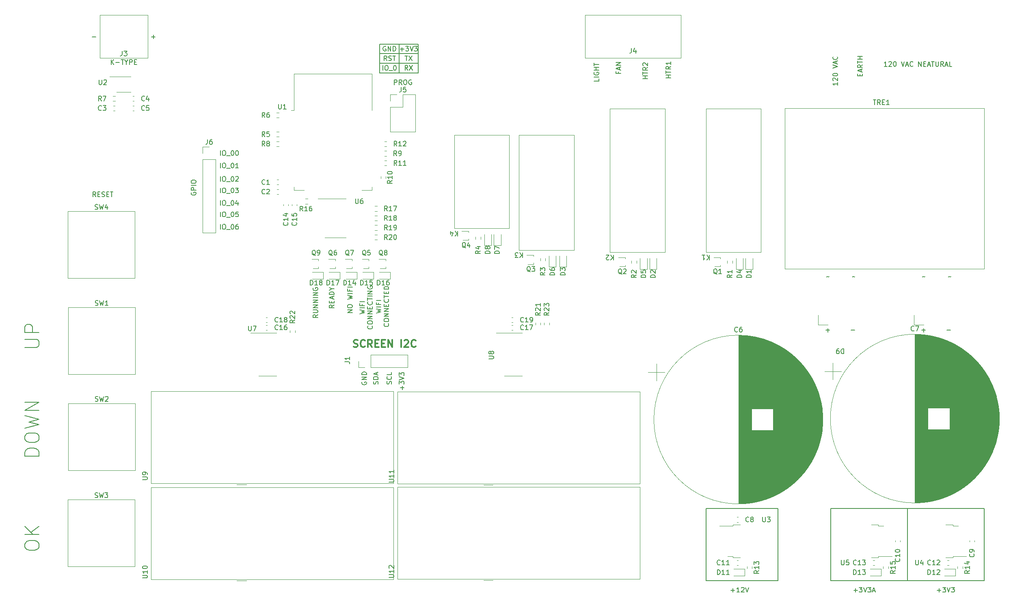
<source format=gbr>
%TF.GenerationSoftware,KiCad,Pcbnew,(6.0.9)*%
%TF.CreationDate,2022-12-30T23:11:11-05:00*%
%TF.ProjectId,reflow,7265666c-6f77-42e6-9b69-6361645f7063,rev?*%
%TF.SameCoordinates,Original*%
%TF.FileFunction,Legend,Top*%
%TF.FilePolarity,Positive*%
%FSLAX46Y46*%
G04 Gerber Fmt 4.6, Leading zero omitted, Abs format (unit mm)*
G04 Created by KiCad (PCBNEW (6.0.9)) date 2022-12-30 23:11:11*
%MOMM*%
%LPD*%
G01*
G04 APERTURE LIST*
%ADD10C,0.150000*%
%ADD11C,0.300000*%
%ADD12C,0.120000*%
G04 APERTURE END LIST*
D10*
X232238095Y-145071428D02*
X233000000Y-145071428D01*
X232619047Y-145452380D02*
X232619047Y-144690476D01*
X233380952Y-144452380D02*
X234000000Y-144452380D01*
X233666666Y-144833333D01*
X233809523Y-144833333D01*
X233904761Y-144880952D01*
X233952380Y-144928571D01*
X234000000Y-145023809D01*
X234000000Y-145261904D01*
X233952380Y-145357142D01*
X233904761Y-145404761D01*
X233809523Y-145452380D01*
X233523809Y-145452380D01*
X233428571Y-145404761D01*
X233380952Y-145357142D01*
X234285714Y-144452380D02*
X234619047Y-145452380D01*
X234952380Y-144452380D01*
X235190476Y-144452380D02*
X235809523Y-144452380D01*
X235476190Y-144833333D01*
X235619047Y-144833333D01*
X235714285Y-144880952D01*
X235761904Y-144928571D01*
X235809523Y-145023809D01*
X235809523Y-145261904D01*
X235761904Y-145357142D01*
X235714285Y-145404761D01*
X235619047Y-145452380D01*
X235333333Y-145452380D01*
X235238095Y-145404761D01*
X235190476Y-145357142D01*
X214809523Y-145071428D02*
X215571428Y-145071428D01*
X215190476Y-145452380D02*
X215190476Y-144690476D01*
X215952380Y-144452380D02*
X216571428Y-144452380D01*
X216238095Y-144833333D01*
X216380952Y-144833333D01*
X216476190Y-144880952D01*
X216523809Y-144928571D01*
X216571428Y-145023809D01*
X216571428Y-145261904D01*
X216523809Y-145357142D01*
X216476190Y-145404761D01*
X216380952Y-145452380D01*
X216095238Y-145452380D01*
X216000000Y-145404761D01*
X215952380Y-145357142D01*
X216857142Y-144452380D02*
X217190476Y-145452380D01*
X217523809Y-144452380D01*
X217761904Y-144452380D02*
X218380952Y-144452380D01*
X218047619Y-144833333D01*
X218190476Y-144833333D01*
X218285714Y-144880952D01*
X218333333Y-144928571D01*
X218380952Y-145023809D01*
X218380952Y-145261904D01*
X218333333Y-145357142D01*
X218285714Y-145404761D01*
X218190476Y-145452380D01*
X217904761Y-145452380D01*
X217809523Y-145404761D01*
X217761904Y-145357142D01*
X218761904Y-145166666D02*
X219238095Y-145166666D01*
X218666666Y-145452380D02*
X219000000Y-144452380D01*
X219333333Y-145452380D01*
X189238095Y-145071428D02*
X190000000Y-145071428D01*
X189619047Y-145452380D02*
X189619047Y-144690476D01*
X191000000Y-145452380D02*
X190428571Y-145452380D01*
X190714285Y-145452380D02*
X190714285Y-144452380D01*
X190619047Y-144595238D01*
X190523809Y-144690476D01*
X190428571Y-144738095D01*
X191380952Y-144547619D02*
X191428571Y-144500000D01*
X191523809Y-144452380D01*
X191761904Y-144452380D01*
X191857142Y-144500000D01*
X191904761Y-144547619D01*
X191952380Y-144642857D01*
X191952380Y-144738095D01*
X191904761Y-144880952D01*
X191333333Y-145452380D01*
X191952380Y-145452380D01*
X192238095Y-144452380D02*
X192571428Y-145452380D01*
X192904761Y-144452380D01*
X242000000Y-143000000D02*
X226000000Y-143000000D01*
X242000000Y-128000000D02*
X242000000Y-143000000D01*
X226000000Y-128000000D02*
X242000000Y-128000000D01*
X210000000Y-128000000D02*
X226000000Y-128000000D01*
X210000000Y-143000000D02*
X210000000Y-128000000D01*
X226000000Y-143000000D02*
X210000000Y-143000000D01*
X226000000Y-128000000D02*
X226000000Y-143000000D01*
X184000000Y-143000000D02*
X184000000Y-128000000D01*
X199000000Y-143000000D02*
X184000000Y-143000000D01*
X199000000Y-128000000D02*
X199000000Y-143000000D01*
X184000000Y-128000000D02*
X199000000Y-128000000D01*
X76700000Y-61980952D02*
X76652380Y-62076190D01*
X76652380Y-62219047D01*
X76700000Y-62361904D01*
X76795238Y-62457142D01*
X76890476Y-62504761D01*
X77080952Y-62552380D01*
X77223809Y-62552380D01*
X77414285Y-62504761D01*
X77509523Y-62457142D01*
X77604761Y-62361904D01*
X77652380Y-62219047D01*
X77652380Y-62123809D01*
X77604761Y-61980952D01*
X77557142Y-61933333D01*
X77223809Y-61933333D01*
X77223809Y-62123809D01*
X77652380Y-61504761D02*
X76652380Y-61504761D01*
X76652380Y-61123809D01*
X76700000Y-61028571D01*
X76747619Y-60980952D01*
X76842857Y-60933333D01*
X76985714Y-60933333D01*
X77080952Y-60980952D01*
X77128571Y-61028571D01*
X77176190Y-61123809D01*
X77176190Y-61504761D01*
X77652380Y-60504761D02*
X76652380Y-60504761D01*
X76652380Y-59838095D02*
X76652380Y-59647619D01*
X76700000Y-59552380D01*
X76795238Y-59457142D01*
X76985714Y-59409523D01*
X77319047Y-59409523D01*
X77509523Y-59457142D01*
X77604761Y-59552380D01*
X77652380Y-59647619D01*
X77652380Y-59838095D01*
X77604761Y-59933333D01*
X77509523Y-60028571D01*
X77319047Y-60076190D01*
X76985714Y-60076190D01*
X76795238Y-60028571D01*
X76700000Y-59933333D01*
X76652380Y-59838095D01*
X82742857Y-69652380D02*
X82742857Y-68652380D01*
X83409523Y-68652380D02*
X83600000Y-68652380D01*
X83695238Y-68700000D01*
X83790476Y-68795238D01*
X83838095Y-68985714D01*
X83838095Y-69319047D01*
X83790476Y-69509523D01*
X83695238Y-69604761D01*
X83600000Y-69652380D01*
X83409523Y-69652380D01*
X83314285Y-69604761D01*
X83219047Y-69509523D01*
X83171428Y-69319047D01*
X83171428Y-68985714D01*
X83219047Y-68795238D01*
X83314285Y-68700000D01*
X83409523Y-68652380D01*
X84028571Y-69747619D02*
X84790476Y-69747619D01*
X85219047Y-68652380D02*
X85314285Y-68652380D01*
X85409523Y-68700000D01*
X85457142Y-68747619D01*
X85504761Y-68842857D01*
X85552380Y-69033333D01*
X85552380Y-69271428D01*
X85504761Y-69461904D01*
X85457142Y-69557142D01*
X85409523Y-69604761D01*
X85314285Y-69652380D01*
X85219047Y-69652380D01*
X85123809Y-69604761D01*
X85076190Y-69557142D01*
X85028571Y-69461904D01*
X84980952Y-69271428D01*
X84980952Y-69033333D01*
X85028571Y-68842857D01*
X85076190Y-68747619D01*
X85123809Y-68700000D01*
X85219047Y-68652380D01*
X86409523Y-68652380D02*
X86219047Y-68652380D01*
X86123809Y-68700000D01*
X86076190Y-68747619D01*
X85980952Y-68890476D01*
X85933333Y-69080952D01*
X85933333Y-69461904D01*
X85980952Y-69557142D01*
X86028571Y-69604761D01*
X86123809Y-69652380D01*
X86314285Y-69652380D01*
X86409523Y-69604761D01*
X86457142Y-69557142D01*
X86504761Y-69461904D01*
X86504761Y-69223809D01*
X86457142Y-69128571D01*
X86409523Y-69080952D01*
X86314285Y-69033333D01*
X86123809Y-69033333D01*
X86028571Y-69080952D01*
X85980952Y-69128571D01*
X85933333Y-69223809D01*
X82742857Y-67052380D02*
X82742857Y-66052380D01*
X83409523Y-66052380D02*
X83600000Y-66052380D01*
X83695238Y-66100000D01*
X83790476Y-66195238D01*
X83838095Y-66385714D01*
X83838095Y-66719047D01*
X83790476Y-66909523D01*
X83695238Y-67004761D01*
X83600000Y-67052380D01*
X83409523Y-67052380D01*
X83314285Y-67004761D01*
X83219047Y-66909523D01*
X83171428Y-66719047D01*
X83171428Y-66385714D01*
X83219047Y-66195238D01*
X83314285Y-66100000D01*
X83409523Y-66052380D01*
X84028571Y-67147619D02*
X84790476Y-67147619D01*
X85219047Y-66052380D02*
X85314285Y-66052380D01*
X85409523Y-66100000D01*
X85457142Y-66147619D01*
X85504761Y-66242857D01*
X85552380Y-66433333D01*
X85552380Y-66671428D01*
X85504761Y-66861904D01*
X85457142Y-66957142D01*
X85409523Y-67004761D01*
X85314285Y-67052380D01*
X85219047Y-67052380D01*
X85123809Y-67004761D01*
X85076190Y-66957142D01*
X85028571Y-66861904D01*
X84980952Y-66671428D01*
X84980952Y-66433333D01*
X85028571Y-66242857D01*
X85076190Y-66147619D01*
X85123809Y-66100000D01*
X85219047Y-66052380D01*
X86457142Y-66052380D02*
X85980952Y-66052380D01*
X85933333Y-66528571D01*
X85980952Y-66480952D01*
X86076190Y-66433333D01*
X86314285Y-66433333D01*
X86409523Y-66480952D01*
X86457142Y-66528571D01*
X86504761Y-66623809D01*
X86504761Y-66861904D01*
X86457142Y-66957142D01*
X86409523Y-67004761D01*
X86314285Y-67052380D01*
X86076190Y-67052380D01*
X85980952Y-67004761D01*
X85933333Y-66957142D01*
X82742857Y-64652380D02*
X82742857Y-63652380D01*
X83409523Y-63652380D02*
X83600000Y-63652380D01*
X83695238Y-63700000D01*
X83790476Y-63795238D01*
X83838095Y-63985714D01*
X83838095Y-64319047D01*
X83790476Y-64509523D01*
X83695238Y-64604761D01*
X83600000Y-64652380D01*
X83409523Y-64652380D01*
X83314285Y-64604761D01*
X83219047Y-64509523D01*
X83171428Y-64319047D01*
X83171428Y-63985714D01*
X83219047Y-63795238D01*
X83314285Y-63700000D01*
X83409523Y-63652380D01*
X84028571Y-64747619D02*
X84790476Y-64747619D01*
X85219047Y-63652380D02*
X85314285Y-63652380D01*
X85409523Y-63700000D01*
X85457142Y-63747619D01*
X85504761Y-63842857D01*
X85552380Y-64033333D01*
X85552380Y-64271428D01*
X85504761Y-64461904D01*
X85457142Y-64557142D01*
X85409523Y-64604761D01*
X85314285Y-64652380D01*
X85219047Y-64652380D01*
X85123809Y-64604761D01*
X85076190Y-64557142D01*
X85028571Y-64461904D01*
X84980952Y-64271428D01*
X84980952Y-64033333D01*
X85028571Y-63842857D01*
X85076190Y-63747619D01*
X85123809Y-63700000D01*
X85219047Y-63652380D01*
X86409523Y-63985714D02*
X86409523Y-64652380D01*
X86171428Y-63604761D02*
X85933333Y-64319047D01*
X86552380Y-64319047D01*
X82742857Y-62052380D02*
X82742857Y-61052380D01*
X83409523Y-61052380D02*
X83600000Y-61052380D01*
X83695238Y-61100000D01*
X83790476Y-61195238D01*
X83838095Y-61385714D01*
X83838095Y-61719047D01*
X83790476Y-61909523D01*
X83695238Y-62004761D01*
X83600000Y-62052380D01*
X83409523Y-62052380D01*
X83314285Y-62004761D01*
X83219047Y-61909523D01*
X83171428Y-61719047D01*
X83171428Y-61385714D01*
X83219047Y-61195238D01*
X83314285Y-61100000D01*
X83409523Y-61052380D01*
X84028571Y-62147619D02*
X84790476Y-62147619D01*
X85219047Y-61052380D02*
X85314285Y-61052380D01*
X85409523Y-61100000D01*
X85457142Y-61147619D01*
X85504761Y-61242857D01*
X85552380Y-61433333D01*
X85552380Y-61671428D01*
X85504761Y-61861904D01*
X85457142Y-61957142D01*
X85409523Y-62004761D01*
X85314285Y-62052380D01*
X85219047Y-62052380D01*
X85123809Y-62004761D01*
X85076190Y-61957142D01*
X85028571Y-61861904D01*
X84980952Y-61671428D01*
X84980952Y-61433333D01*
X85028571Y-61242857D01*
X85076190Y-61147619D01*
X85123809Y-61100000D01*
X85219047Y-61052380D01*
X85885714Y-61052380D02*
X86504761Y-61052380D01*
X86171428Y-61433333D01*
X86314285Y-61433333D01*
X86409523Y-61480952D01*
X86457142Y-61528571D01*
X86504761Y-61623809D01*
X86504761Y-61861904D01*
X86457142Y-61957142D01*
X86409523Y-62004761D01*
X86314285Y-62052380D01*
X86028571Y-62052380D01*
X85933333Y-62004761D01*
X85885714Y-61957142D01*
X82742857Y-59652380D02*
X82742857Y-58652380D01*
X83409523Y-58652380D02*
X83600000Y-58652380D01*
X83695238Y-58700000D01*
X83790476Y-58795238D01*
X83838095Y-58985714D01*
X83838095Y-59319047D01*
X83790476Y-59509523D01*
X83695238Y-59604761D01*
X83600000Y-59652380D01*
X83409523Y-59652380D01*
X83314285Y-59604761D01*
X83219047Y-59509523D01*
X83171428Y-59319047D01*
X83171428Y-58985714D01*
X83219047Y-58795238D01*
X83314285Y-58700000D01*
X83409523Y-58652380D01*
X84028571Y-59747619D02*
X84790476Y-59747619D01*
X85219047Y-58652380D02*
X85314285Y-58652380D01*
X85409523Y-58700000D01*
X85457142Y-58747619D01*
X85504761Y-58842857D01*
X85552380Y-59033333D01*
X85552380Y-59271428D01*
X85504761Y-59461904D01*
X85457142Y-59557142D01*
X85409523Y-59604761D01*
X85314285Y-59652380D01*
X85219047Y-59652380D01*
X85123809Y-59604761D01*
X85076190Y-59557142D01*
X85028571Y-59461904D01*
X84980952Y-59271428D01*
X84980952Y-59033333D01*
X85028571Y-58842857D01*
X85076190Y-58747619D01*
X85123809Y-58700000D01*
X85219047Y-58652380D01*
X85933333Y-58747619D02*
X85980952Y-58700000D01*
X86076190Y-58652380D01*
X86314285Y-58652380D01*
X86409523Y-58700000D01*
X86457142Y-58747619D01*
X86504761Y-58842857D01*
X86504761Y-58938095D01*
X86457142Y-59080952D01*
X85885714Y-59652380D01*
X86504761Y-59652380D01*
X82742857Y-56852380D02*
X82742857Y-55852380D01*
X83409523Y-55852380D02*
X83600000Y-55852380D01*
X83695238Y-55900000D01*
X83790476Y-55995238D01*
X83838095Y-56185714D01*
X83838095Y-56519047D01*
X83790476Y-56709523D01*
X83695238Y-56804761D01*
X83600000Y-56852380D01*
X83409523Y-56852380D01*
X83314285Y-56804761D01*
X83219047Y-56709523D01*
X83171428Y-56519047D01*
X83171428Y-56185714D01*
X83219047Y-55995238D01*
X83314285Y-55900000D01*
X83409523Y-55852380D01*
X84028571Y-56947619D02*
X84790476Y-56947619D01*
X85219047Y-55852380D02*
X85314285Y-55852380D01*
X85409523Y-55900000D01*
X85457142Y-55947619D01*
X85504761Y-56042857D01*
X85552380Y-56233333D01*
X85552380Y-56471428D01*
X85504761Y-56661904D01*
X85457142Y-56757142D01*
X85409523Y-56804761D01*
X85314285Y-56852380D01*
X85219047Y-56852380D01*
X85123809Y-56804761D01*
X85076190Y-56757142D01*
X85028571Y-56661904D01*
X84980952Y-56471428D01*
X84980952Y-56233333D01*
X85028571Y-56042857D01*
X85076190Y-55947619D01*
X85123809Y-55900000D01*
X85219047Y-55852380D01*
X86504761Y-56852380D02*
X85933333Y-56852380D01*
X86219047Y-56852380D02*
X86219047Y-55852380D01*
X86123809Y-55995238D01*
X86028571Y-56090476D01*
X85933333Y-56138095D01*
X82742857Y-54252380D02*
X82742857Y-53252380D01*
X83409523Y-53252380D02*
X83600000Y-53252380D01*
X83695238Y-53300000D01*
X83790476Y-53395238D01*
X83838095Y-53585714D01*
X83838095Y-53919047D01*
X83790476Y-54109523D01*
X83695238Y-54204761D01*
X83600000Y-54252380D01*
X83409523Y-54252380D01*
X83314285Y-54204761D01*
X83219047Y-54109523D01*
X83171428Y-53919047D01*
X83171428Y-53585714D01*
X83219047Y-53395238D01*
X83314285Y-53300000D01*
X83409523Y-53252380D01*
X84028571Y-54347619D02*
X84790476Y-54347619D01*
X85219047Y-53252380D02*
X85314285Y-53252380D01*
X85409523Y-53300000D01*
X85457142Y-53347619D01*
X85504761Y-53442857D01*
X85552380Y-53633333D01*
X85552380Y-53871428D01*
X85504761Y-54061904D01*
X85457142Y-54157142D01*
X85409523Y-54204761D01*
X85314285Y-54252380D01*
X85219047Y-54252380D01*
X85123809Y-54204761D01*
X85076190Y-54157142D01*
X85028571Y-54061904D01*
X84980952Y-53871428D01*
X84980952Y-53633333D01*
X85028571Y-53442857D01*
X85076190Y-53347619D01*
X85123809Y-53300000D01*
X85219047Y-53252380D01*
X86171428Y-53252380D02*
X86266666Y-53252380D01*
X86361904Y-53300000D01*
X86409523Y-53347619D01*
X86457142Y-53442857D01*
X86504761Y-53633333D01*
X86504761Y-53871428D01*
X86457142Y-54061904D01*
X86409523Y-54157142D01*
X86361904Y-54204761D01*
X86266666Y-54252380D01*
X86171428Y-54252380D01*
X86076190Y-54204761D01*
X86028571Y-54157142D01*
X85980952Y-54061904D01*
X85933333Y-53871428D01*
X85933333Y-53633333D01*
X85980952Y-53442857D01*
X86028571Y-53347619D01*
X86076190Y-53300000D01*
X86171428Y-53252380D01*
X56019047Y-29471428D02*
X56780952Y-29471428D01*
X68419047Y-29471428D02*
X69180952Y-29471428D01*
X68800000Y-29852380D02*
X68800000Y-29090476D01*
X59957142Y-35252380D02*
X59957142Y-34252380D01*
X60528571Y-35252380D02*
X60100000Y-34680952D01*
X60528571Y-34252380D02*
X59957142Y-34823809D01*
X60957142Y-34871428D02*
X61719047Y-34871428D01*
X62052380Y-34252380D02*
X62623809Y-34252380D01*
X62338095Y-35252380D02*
X62338095Y-34252380D01*
X63147619Y-34776190D02*
X63147619Y-35252380D01*
X62814285Y-34252380D02*
X63147619Y-34776190D01*
X63480952Y-34252380D01*
X63814285Y-35252380D02*
X63814285Y-34252380D01*
X64195238Y-34252380D01*
X64290476Y-34300000D01*
X64338095Y-34347619D01*
X64385714Y-34442857D01*
X64385714Y-34585714D01*
X64338095Y-34680952D01*
X64290476Y-34728571D01*
X64195238Y-34776190D01*
X63814285Y-34776190D01*
X64814285Y-34728571D02*
X65147619Y-34728571D01*
X65290476Y-35252380D02*
X64814285Y-35252380D01*
X64814285Y-34252380D01*
X65290476Y-34252380D01*
X161652380Y-38233333D02*
X161652380Y-38709523D01*
X160652380Y-38709523D01*
X161652380Y-37900000D02*
X160652380Y-37900000D01*
X160700000Y-36900000D02*
X160652380Y-36995238D01*
X160652380Y-37138095D01*
X160700000Y-37280952D01*
X160795238Y-37376190D01*
X160890476Y-37423809D01*
X161080952Y-37471428D01*
X161223809Y-37471428D01*
X161414285Y-37423809D01*
X161509523Y-37376190D01*
X161604761Y-37280952D01*
X161652380Y-37138095D01*
X161652380Y-37042857D01*
X161604761Y-36900000D01*
X161557142Y-36852380D01*
X161223809Y-36852380D01*
X161223809Y-37042857D01*
X161652380Y-36423809D02*
X160652380Y-36423809D01*
X161128571Y-36423809D02*
X161128571Y-35852380D01*
X161652380Y-35852380D02*
X160652380Y-35852380D01*
X160652380Y-35519047D02*
X160652380Y-34947619D01*
X161652380Y-35233333D02*
X160652380Y-35233333D01*
X165728571Y-36809523D02*
X165728571Y-37142857D01*
X166252380Y-37142857D02*
X165252380Y-37142857D01*
X165252380Y-36666666D01*
X165966666Y-36333333D02*
X165966666Y-35857142D01*
X166252380Y-36428571D02*
X165252380Y-36095238D01*
X166252380Y-35761904D01*
X166252380Y-35428571D02*
X165252380Y-35428571D01*
X166252380Y-34857142D01*
X165252380Y-34857142D01*
X171852380Y-38242857D02*
X170852380Y-38242857D01*
X171328571Y-38242857D02*
X171328571Y-37671428D01*
X171852380Y-37671428D02*
X170852380Y-37671428D01*
X170852380Y-37338095D02*
X170852380Y-36766666D01*
X171852380Y-37052380D02*
X170852380Y-37052380D01*
X171852380Y-35861904D02*
X171376190Y-36195238D01*
X171852380Y-36433333D02*
X170852380Y-36433333D01*
X170852380Y-36052380D01*
X170900000Y-35957142D01*
X170947619Y-35909523D01*
X171042857Y-35861904D01*
X171185714Y-35861904D01*
X171280952Y-35909523D01*
X171328571Y-35957142D01*
X171376190Y-36052380D01*
X171376190Y-36433333D01*
X170947619Y-35480952D02*
X170900000Y-35433333D01*
X170852380Y-35338095D01*
X170852380Y-35100000D01*
X170900000Y-35004761D01*
X170947619Y-34957142D01*
X171042857Y-34909523D01*
X171138095Y-34909523D01*
X171280952Y-34957142D01*
X171852380Y-35528571D01*
X171852380Y-34909523D01*
X176652380Y-38042857D02*
X175652380Y-38042857D01*
X176128571Y-38042857D02*
X176128571Y-37471428D01*
X176652380Y-37471428D02*
X175652380Y-37471428D01*
X175652380Y-37138095D02*
X175652380Y-36566666D01*
X176652380Y-36852380D02*
X175652380Y-36852380D01*
X176652380Y-35661904D02*
X176176190Y-35995238D01*
X176652380Y-36233333D02*
X175652380Y-36233333D01*
X175652380Y-35852380D01*
X175700000Y-35757142D01*
X175747619Y-35709523D01*
X175842857Y-35661904D01*
X175985714Y-35661904D01*
X176080952Y-35709523D01*
X176128571Y-35757142D01*
X176176190Y-35852380D01*
X176176190Y-36233333D01*
X176652380Y-34709523D02*
X176652380Y-35280952D01*
X176652380Y-34995238D02*
X175652380Y-34995238D01*
X175795238Y-35090476D01*
X175890476Y-35185714D01*
X175938095Y-35280952D01*
X221771428Y-35652380D02*
X221200000Y-35652380D01*
X221485714Y-35652380D02*
X221485714Y-34652380D01*
X221390476Y-34795238D01*
X221295238Y-34890476D01*
X221200000Y-34938095D01*
X222152380Y-34747619D02*
X222200000Y-34700000D01*
X222295238Y-34652380D01*
X222533333Y-34652380D01*
X222628571Y-34700000D01*
X222676190Y-34747619D01*
X222723809Y-34842857D01*
X222723809Y-34938095D01*
X222676190Y-35080952D01*
X222104761Y-35652380D01*
X222723809Y-35652380D01*
X223342857Y-34652380D02*
X223438095Y-34652380D01*
X223533333Y-34700000D01*
X223580952Y-34747619D01*
X223628571Y-34842857D01*
X223676190Y-35033333D01*
X223676190Y-35271428D01*
X223628571Y-35461904D01*
X223580952Y-35557142D01*
X223533333Y-35604761D01*
X223438095Y-35652380D01*
X223342857Y-35652380D01*
X223247619Y-35604761D01*
X223200000Y-35557142D01*
X223152380Y-35461904D01*
X223104761Y-35271428D01*
X223104761Y-35033333D01*
X223152380Y-34842857D01*
X223200000Y-34747619D01*
X223247619Y-34700000D01*
X223342857Y-34652380D01*
X224723809Y-34652380D02*
X225057142Y-35652380D01*
X225390476Y-34652380D01*
X225676190Y-35366666D02*
X226152380Y-35366666D01*
X225580952Y-35652380D02*
X225914285Y-34652380D01*
X226247619Y-35652380D01*
X227152380Y-35557142D02*
X227104761Y-35604761D01*
X226961904Y-35652380D01*
X226866666Y-35652380D01*
X226723809Y-35604761D01*
X226628571Y-35509523D01*
X226580952Y-35414285D01*
X226533333Y-35223809D01*
X226533333Y-35080952D01*
X226580952Y-34890476D01*
X226628571Y-34795238D01*
X226723809Y-34700000D01*
X226866666Y-34652380D01*
X226961904Y-34652380D01*
X227104761Y-34700000D01*
X227152380Y-34747619D01*
X228342857Y-35652380D02*
X228342857Y-34652380D01*
X228914285Y-35652380D01*
X228914285Y-34652380D01*
X229390476Y-35128571D02*
X229723809Y-35128571D01*
X229866666Y-35652380D02*
X229390476Y-35652380D01*
X229390476Y-34652380D01*
X229866666Y-34652380D01*
X230247619Y-35366666D02*
X230723809Y-35366666D01*
X230152380Y-35652380D02*
X230485714Y-34652380D01*
X230819047Y-35652380D01*
X231009523Y-34652380D02*
X231580952Y-34652380D01*
X231295238Y-35652380D02*
X231295238Y-34652380D01*
X231914285Y-34652380D02*
X231914285Y-35461904D01*
X231961904Y-35557142D01*
X232009523Y-35604761D01*
X232104761Y-35652380D01*
X232295238Y-35652380D01*
X232390476Y-35604761D01*
X232438095Y-35557142D01*
X232485714Y-35461904D01*
X232485714Y-34652380D01*
X233533333Y-35652380D02*
X233200000Y-35176190D01*
X232961904Y-35652380D02*
X232961904Y-34652380D01*
X233342857Y-34652380D01*
X233438095Y-34700000D01*
X233485714Y-34747619D01*
X233533333Y-34842857D01*
X233533333Y-34985714D01*
X233485714Y-35080952D01*
X233438095Y-35128571D01*
X233342857Y-35176190D01*
X232961904Y-35176190D01*
X233914285Y-35366666D02*
X234390476Y-35366666D01*
X233819047Y-35652380D02*
X234152380Y-34652380D01*
X234485714Y-35652380D01*
X235295238Y-35652380D02*
X234819047Y-35652380D01*
X234819047Y-34652380D01*
X216128571Y-37647619D02*
X216128571Y-37314285D01*
X216652380Y-37171428D02*
X216652380Y-37647619D01*
X215652380Y-37647619D01*
X215652380Y-37171428D01*
X216366666Y-36790476D02*
X216366666Y-36314285D01*
X216652380Y-36885714D02*
X215652380Y-36552380D01*
X216652380Y-36219047D01*
X216652380Y-35314285D02*
X216176190Y-35647619D01*
X216652380Y-35885714D02*
X215652380Y-35885714D01*
X215652380Y-35504761D01*
X215700000Y-35409523D01*
X215747619Y-35361904D01*
X215842857Y-35314285D01*
X215985714Y-35314285D01*
X216080952Y-35361904D01*
X216128571Y-35409523D01*
X216176190Y-35504761D01*
X216176190Y-35885714D01*
X215652380Y-35028571D02*
X215652380Y-34457142D01*
X216652380Y-34742857D02*
X215652380Y-34742857D01*
X216652380Y-34123809D02*
X215652380Y-34123809D01*
X216128571Y-34123809D02*
X216128571Y-33552380D01*
X216652380Y-33552380D02*
X215652380Y-33552380D01*
X211452380Y-39004761D02*
X211452380Y-39576190D01*
X211452380Y-39290476D02*
X210452380Y-39290476D01*
X210595238Y-39385714D01*
X210690476Y-39480952D01*
X210738095Y-39576190D01*
X210547619Y-38623809D02*
X210500000Y-38576190D01*
X210452380Y-38480952D01*
X210452380Y-38242857D01*
X210500000Y-38147619D01*
X210547619Y-38100000D01*
X210642857Y-38052380D01*
X210738095Y-38052380D01*
X210880952Y-38100000D01*
X211452380Y-38671428D01*
X211452380Y-38052380D01*
X210452380Y-37433333D02*
X210452380Y-37338095D01*
X210500000Y-37242857D01*
X210547619Y-37195238D01*
X210642857Y-37147619D01*
X210833333Y-37100000D01*
X211071428Y-37100000D01*
X211261904Y-37147619D01*
X211357142Y-37195238D01*
X211404761Y-37242857D01*
X211452380Y-37338095D01*
X211452380Y-37433333D01*
X211404761Y-37528571D01*
X211357142Y-37576190D01*
X211261904Y-37623809D01*
X211071428Y-37671428D01*
X210833333Y-37671428D01*
X210642857Y-37623809D01*
X210547619Y-37576190D01*
X210500000Y-37528571D01*
X210452380Y-37433333D01*
X210452380Y-36052380D02*
X211452380Y-35719047D01*
X210452380Y-35385714D01*
X211166666Y-35100000D02*
X211166666Y-34623809D01*
X211452380Y-35195238D02*
X210452380Y-34861904D01*
X211452380Y-34528571D01*
X211357142Y-33623809D02*
X211404761Y-33671428D01*
X211452380Y-33814285D01*
X211452380Y-33909523D01*
X211404761Y-34052380D01*
X211309523Y-34147619D01*
X211214285Y-34195238D01*
X211023809Y-34242857D01*
X210880952Y-34242857D01*
X210690476Y-34195238D01*
X210595238Y-34147619D01*
X210500000Y-34052380D01*
X210452380Y-33909523D01*
X210452380Y-33814285D01*
X210500000Y-33671428D01*
X210547619Y-33623809D01*
X115247380Y-87133333D02*
X116247380Y-86895238D01*
X115533095Y-86704761D01*
X116247380Y-86514285D01*
X115247380Y-86276190D01*
X116247380Y-85895238D02*
X115247380Y-85895238D01*
X115723571Y-85085714D02*
X115723571Y-85419047D01*
X116247380Y-85419047D02*
X115247380Y-85419047D01*
X115247380Y-84942857D01*
X116247380Y-84561904D02*
X115247380Y-84561904D01*
X117762142Y-89347619D02*
X117809761Y-89395238D01*
X117857380Y-89538095D01*
X117857380Y-89633333D01*
X117809761Y-89776190D01*
X117714523Y-89871428D01*
X117619285Y-89919047D01*
X117428809Y-89966666D01*
X117285952Y-89966666D01*
X117095476Y-89919047D01*
X117000238Y-89871428D01*
X116905000Y-89776190D01*
X116857380Y-89633333D01*
X116857380Y-89538095D01*
X116905000Y-89395238D01*
X116952619Y-89347619D01*
X116857380Y-88728571D02*
X116857380Y-88538095D01*
X116905000Y-88442857D01*
X117000238Y-88347619D01*
X117190714Y-88300000D01*
X117524047Y-88300000D01*
X117714523Y-88347619D01*
X117809761Y-88442857D01*
X117857380Y-88538095D01*
X117857380Y-88728571D01*
X117809761Y-88823809D01*
X117714523Y-88919047D01*
X117524047Y-88966666D01*
X117190714Y-88966666D01*
X117000238Y-88919047D01*
X116905000Y-88823809D01*
X116857380Y-88728571D01*
X117857380Y-87871428D02*
X116857380Y-87871428D01*
X117857380Y-87300000D01*
X116857380Y-87300000D01*
X117857380Y-86823809D02*
X116857380Y-86823809D01*
X117857380Y-86252380D01*
X116857380Y-86252380D01*
X117333571Y-85776190D02*
X117333571Y-85442857D01*
X117857380Y-85300000D02*
X117857380Y-85776190D01*
X116857380Y-85776190D01*
X116857380Y-85300000D01*
X117762142Y-84300000D02*
X117809761Y-84347619D01*
X117857380Y-84490476D01*
X117857380Y-84585714D01*
X117809761Y-84728571D01*
X117714523Y-84823809D01*
X117619285Y-84871428D01*
X117428809Y-84919047D01*
X117285952Y-84919047D01*
X117095476Y-84871428D01*
X117000238Y-84823809D01*
X116905000Y-84728571D01*
X116857380Y-84585714D01*
X116857380Y-84490476D01*
X116905000Y-84347619D01*
X116952619Y-84300000D01*
X116857380Y-84014285D02*
X116857380Y-83442857D01*
X117857380Y-83728571D02*
X116857380Y-83728571D01*
X117333571Y-83109523D02*
X117333571Y-82776190D01*
X117857380Y-82633333D02*
X117857380Y-83109523D01*
X116857380Y-83109523D01*
X116857380Y-82633333D01*
X117857380Y-82204761D02*
X116857380Y-82204761D01*
X116857380Y-81966666D01*
X116905000Y-81823809D01*
X117000238Y-81728571D01*
X117095476Y-81680952D01*
X117285952Y-81633333D01*
X117428809Y-81633333D01*
X117619285Y-81680952D01*
X117714523Y-81728571D01*
X117809761Y-81823809D01*
X117857380Y-81966666D01*
X117857380Y-82204761D01*
X111847380Y-87333333D02*
X112847380Y-87095238D01*
X112133095Y-86904761D01*
X112847380Y-86714285D01*
X111847380Y-86476190D01*
X112847380Y-86095238D02*
X111847380Y-86095238D01*
X112323571Y-85285714D02*
X112323571Y-85619047D01*
X112847380Y-85619047D02*
X111847380Y-85619047D01*
X111847380Y-85142857D01*
X112847380Y-84761904D02*
X111847380Y-84761904D01*
X114362142Y-89857142D02*
X114409761Y-89904761D01*
X114457380Y-90047619D01*
X114457380Y-90142857D01*
X114409761Y-90285714D01*
X114314523Y-90380952D01*
X114219285Y-90428571D01*
X114028809Y-90476190D01*
X113885952Y-90476190D01*
X113695476Y-90428571D01*
X113600238Y-90380952D01*
X113505000Y-90285714D01*
X113457380Y-90142857D01*
X113457380Y-90047619D01*
X113505000Y-89904761D01*
X113552619Y-89857142D01*
X113457380Y-89238095D02*
X113457380Y-89047619D01*
X113505000Y-88952380D01*
X113600238Y-88857142D01*
X113790714Y-88809523D01*
X114124047Y-88809523D01*
X114314523Y-88857142D01*
X114409761Y-88952380D01*
X114457380Y-89047619D01*
X114457380Y-89238095D01*
X114409761Y-89333333D01*
X114314523Y-89428571D01*
X114124047Y-89476190D01*
X113790714Y-89476190D01*
X113600238Y-89428571D01*
X113505000Y-89333333D01*
X113457380Y-89238095D01*
X114457380Y-88380952D02*
X113457380Y-88380952D01*
X114457380Y-87809523D01*
X113457380Y-87809523D01*
X114457380Y-87333333D02*
X113457380Y-87333333D01*
X114457380Y-86761904D01*
X113457380Y-86761904D01*
X113933571Y-86285714D02*
X113933571Y-85952380D01*
X114457380Y-85809523D02*
X114457380Y-86285714D01*
X113457380Y-86285714D01*
X113457380Y-85809523D01*
X114362142Y-84809523D02*
X114409761Y-84857142D01*
X114457380Y-85000000D01*
X114457380Y-85095238D01*
X114409761Y-85238095D01*
X114314523Y-85333333D01*
X114219285Y-85380952D01*
X114028809Y-85428571D01*
X113885952Y-85428571D01*
X113695476Y-85380952D01*
X113600238Y-85333333D01*
X113505000Y-85238095D01*
X113457380Y-85095238D01*
X113457380Y-85000000D01*
X113505000Y-84857142D01*
X113552619Y-84809523D01*
X113457380Y-84523809D02*
X113457380Y-83952380D01*
X114457380Y-84238095D02*
X113457380Y-84238095D01*
X114457380Y-83619047D02*
X113457380Y-83619047D01*
X114457380Y-83142857D02*
X113457380Y-83142857D01*
X114457380Y-82571428D01*
X113457380Y-82571428D01*
X113505000Y-81571428D02*
X113457380Y-81666666D01*
X113457380Y-81809523D01*
X113505000Y-81952380D01*
X113600238Y-82047619D01*
X113695476Y-82095238D01*
X113885952Y-82142857D01*
X114028809Y-82142857D01*
X114219285Y-82095238D01*
X114314523Y-82047619D01*
X114409761Y-81952380D01*
X114457380Y-81809523D01*
X114457380Y-81714285D01*
X114409761Y-81571428D01*
X114362142Y-81523809D01*
X114028809Y-81523809D01*
X114028809Y-81714285D01*
X110252380Y-87066666D02*
X109252380Y-87066666D01*
X110252380Y-86495238D01*
X109252380Y-86495238D01*
X109252380Y-85828571D02*
X109252380Y-85638095D01*
X109300000Y-85542857D01*
X109395238Y-85447619D01*
X109585714Y-85400000D01*
X109919047Y-85400000D01*
X110109523Y-85447619D01*
X110204761Y-85542857D01*
X110252380Y-85638095D01*
X110252380Y-85828571D01*
X110204761Y-85923809D01*
X110109523Y-86019047D01*
X109919047Y-86066666D01*
X109585714Y-86066666D01*
X109395238Y-86019047D01*
X109300000Y-85923809D01*
X109252380Y-85828571D01*
X109252380Y-84304761D02*
X110252380Y-84066666D01*
X109538095Y-83876190D01*
X110252380Y-83685714D01*
X109252380Y-83447619D01*
X110252380Y-83066666D02*
X109252380Y-83066666D01*
X109728571Y-82257142D02*
X109728571Y-82590476D01*
X110252380Y-82590476D02*
X109252380Y-82590476D01*
X109252380Y-82114285D01*
X110252380Y-81733333D02*
X109252380Y-81733333D01*
X106452380Y-85500000D02*
X105976190Y-85833333D01*
X106452380Y-86071428D02*
X105452380Y-86071428D01*
X105452380Y-85690476D01*
X105500000Y-85595238D01*
X105547619Y-85547619D01*
X105642857Y-85500000D01*
X105785714Y-85500000D01*
X105880952Y-85547619D01*
X105928571Y-85595238D01*
X105976190Y-85690476D01*
X105976190Y-86071428D01*
X105928571Y-85071428D02*
X105928571Y-84738095D01*
X106452380Y-84595238D02*
X106452380Y-85071428D01*
X105452380Y-85071428D01*
X105452380Y-84595238D01*
X106166666Y-84214285D02*
X106166666Y-83738095D01*
X106452380Y-84309523D02*
X105452380Y-83976190D01*
X106452380Y-83642857D01*
X106452380Y-83309523D02*
X105452380Y-83309523D01*
X105452380Y-83071428D01*
X105500000Y-82928571D01*
X105595238Y-82833333D01*
X105690476Y-82785714D01*
X105880952Y-82738095D01*
X106023809Y-82738095D01*
X106214285Y-82785714D01*
X106309523Y-82833333D01*
X106404761Y-82928571D01*
X106452380Y-83071428D01*
X106452380Y-83309523D01*
X105976190Y-82119047D02*
X106452380Y-82119047D01*
X105452380Y-82452380D02*
X105976190Y-82119047D01*
X105452380Y-81785714D01*
X103052380Y-87523809D02*
X102576190Y-87857142D01*
X103052380Y-88095238D02*
X102052380Y-88095238D01*
X102052380Y-87714285D01*
X102100000Y-87619047D01*
X102147619Y-87571428D01*
X102242857Y-87523809D01*
X102385714Y-87523809D01*
X102480952Y-87571428D01*
X102528571Y-87619047D01*
X102576190Y-87714285D01*
X102576190Y-88095238D01*
X102052380Y-87095238D02*
X102861904Y-87095238D01*
X102957142Y-87047619D01*
X103004761Y-87000000D01*
X103052380Y-86904761D01*
X103052380Y-86714285D01*
X103004761Y-86619047D01*
X102957142Y-86571428D01*
X102861904Y-86523809D01*
X102052380Y-86523809D01*
X103052380Y-86047619D02*
X102052380Y-86047619D01*
X103052380Y-85476190D01*
X102052380Y-85476190D01*
X103052380Y-85000000D02*
X102052380Y-85000000D01*
X103052380Y-84428571D01*
X102052380Y-84428571D01*
X103052380Y-83952380D02*
X102052380Y-83952380D01*
X103052380Y-83476190D02*
X102052380Y-83476190D01*
X103052380Y-82904761D01*
X102052380Y-82904761D01*
X102100000Y-81904761D02*
X102052380Y-82000000D01*
X102052380Y-82142857D01*
X102100000Y-82285714D01*
X102195238Y-82380952D01*
X102290476Y-82428571D01*
X102480952Y-82476190D01*
X102623809Y-82476190D01*
X102814285Y-82428571D01*
X102909523Y-82380952D01*
X103004761Y-82285714D01*
X103052380Y-82142857D01*
X103052380Y-82047619D01*
X103004761Y-81904761D01*
X102957142Y-81857142D01*
X102623809Y-81857142D01*
X102623809Y-82047619D01*
X56747619Y-62852380D02*
X56414285Y-62376190D01*
X56176190Y-62852380D02*
X56176190Y-61852380D01*
X56557142Y-61852380D01*
X56652380Y-61900000D01*
X56700000Y-61947619D01*
X56747619Y-62042857D01*
X56747619Y-62185714D01*
X56700000Y-62280952D01*
X56652380Y-62328571D01*
X56557142Y-62376190D01*
X56176190Y-62376190D01*
X57176190Y-62328571D02*
X57509523Y-62328571D01*
X57652380Y-62852380D02*
X57176190Y-62852380D01*
X57176190Y-61852380D01*
X57652380Y-61852380D01*
X58033333Y-62804761D02*
X58176190Y-62852380D01*
X58414285Y-62852380D01*
X58509523Y-62804761D01*
X58557142Y-62757142D01*
X58604761Y-62661904D01*
X58604761Y-62566666D01*
X58557142Y-62471428D01*
X58509523Y-62423809D01*
X58414285Y-62376190D01*
X58223809Y-62328571D01*
X58128571Y-62280952D01*
X58080952Y-62233333D01*
X58033333Y-62138095D01*
X58033333Y-62042857D01*
X58080952Y-61947619D01*
X58128571Y-61900000D01*
X58223809Y-61852380D01*
X58461904Y-61852380D01*
X58604761Y-61900000D01*
X59033333Y-62328571D02*
X59366666Y-62328571D01*
X59509523Y-62852380D02*
X59033333Y-62852380D01*
X59033333Y-61852380D01*
X59509523Y-61852380D01*
X59795238Y-61852380D02*
X60366666Y-61852380D01*
X60080952Y-62852380D02*
X60080952Y-61852380D01*
X41957142Y-135985714D02*
X41957142Y-135414285D01*
X42100000Y-135128571D01*
X42385714Y-134842857D01*
X42957142Y-134700000D01*
X43957142Y-134700000D01*
X44528571Y-134842857D01*
X44814285Y-135128571D01*
X44957142Y-135414285D01*
X44957142Y-135985714D01*
X44814285Y-136271428D01*
X44528571Y-136557142D01*
X43957142Y-136700000D01*
X42957142Y-136700000D01*
X42385714Y-136557142D01*
X42100000Y-136271428D01*
X41957142Y-135985714D01*
X44957142Y-133414285D02*
X41957142Y-133414285D01*
X44957142Y-131700000D02*
X43242857Y-132985714D01*
X41957142Y-131700000D02*
X43671428Y-133414285D01*
X44957142Y-117042857D02*
X41957142Y-117042857D01*
X41957142Y-116328571D01*
X42100000Y-115900000D01*
X42385714Y-115614285D01*
X42671428Y-115471428D01*
X43242857Y-115328571D01*
X43671428Y-115328571D01*
X44242857Y-115471428D01*
X44528571Y-115614285D01*
X44814285Y-115900000D01*
X44957142Y-116328571D01*
X44957142Y-117042857D01*
X41957142Y-113471428D02*
X41957142Y-112900000D01*
X42100000Y-112614285D01*
X42385714Y-112328571D01*
X42957142Y-112185714D01*
X43957142Y-112185714D01*
X44528571Y-112328571D01*
X44814285Y-112614285D01*
X44957142Y-112900000D01*
X44957142Y-113471428D01*
X44814285Y-113757142D01*
X44528571Y-114042857D01*
X43957142Y-114185714D01*
X42957142Y-114185714D01*
X42385714Y-114042857D01*
X42100000Y-113757142D01*
X41957142Y-113471428D01*
X41957142Y-111185714D02*
X44957142Y-110471428D01*
X42814285Y-109900000D01*
X44957142Y-109328571D01*
X41957142Y-108614285D01*
X44957142Y-107471428D02*
X41957142Y-107471428D01*
X44957142Y-105757142D01*
X41957142Y-105757142D01*
X41957142Y-94357142D02*
X44385714Y-94357142D01*
X44671428Y-94214285D01*
X44814285Y-94071428D01*
X44957142Y-93785714D01*
X44957142Y-93214285D01*
X44814285Y-92928571D01*
X44671428Y-92785714D01*
X44385714Y-92642857D01*
X41957142Y-92642857D01*
X44957142Y-91214285D02*
X41957142Y-91214285D01*
X41957142Y-90071428D01*
X42100000Y-89785714D01*
X42242857Y-89642857D01*
X42528571Y-89500000D01*
X42957142Y-89500000D01*
X43242857Y-89642857D01*
X43385714Y-89785714D01*
X43528571Y-90071428D01*
X43528571Y-91214285D01*
X120000000Y-35000000D02*
X116000000Y-35000000D01*
X116000000Y-33000000D02*
X116000000Y-35000000D01*
X120000000Y-33000000D02*
X116000000Y-33000000D01*
X124000000Y-33000000D02*
X120000000Y-33000000D01*
X124000000Y-35000000D02*
X120000000Y-35000000D01*
X116000000Y-37000000D02*
X120000000Y-37000000D01*
X116000000Y-31000000D02*
X116000000Y-37000000D01*
X120000000Y-31000000D02*
X116000000Y-31000000D01*
X124000000Y-31000000D02*
X120000000Y-31000000D01*
X124000000Y-37000000D02*
X124000000Y-31000000D01*
X120000000Y-37000000D02*
X124000000Y-37000000D01*
X120000000Y-31000000D02*
X120000000Y-37000000D01*
X116619047Y-36452380D02*
X116619047Y-35452380D01*
X117285714Y-35452380D02*
X117476190Y-35452380D01*
X117571428Y-35500000D01*
X117666666Y-35595238D01*
X117714285Y-35785714D01*
X117714285Y-36119047D01*
X117666666Y-36309523D01*
X117571428Y-36404761D01*
X117476190Y-36452380D01*
X117285714Y-36452380D01*
X117190476Y-36404761D01*
X117095238Y-36309523D01*
X117047619Y-36119047D01*
X117047619Y-35785714D01*
X117095238Y-35595238D01*
X117190476Y-35500000D01*
X117285714Y-35452380D01*
X117904761Y-36547619D02*
X118666666Y-36547619D01*
X119095238Y-35452380D02*
X119190476Y-35452380D01*
X119285714Y-35500000D01*
X119333333Y-35547619D01*
X119380952Y-35642857D01*
X119428571Y-35833333D01*
X119428571Y-36071428D01*
X119380952Y-36261904D01*
X119333333Y-36357142D01*
X119285714Y-36404761D01*
X119190476Y-36452380D01*
X119095238Y-36452380D01*
X119000000Y-36404761D01*
X118952380Y-36357142D01*
X118904761Y-36261904D01*
X118857142Y-36071428D01*
X118857142Y-35833333D01*
X118904761Y-35642857D01*
X118952380Y-35547619D01*
X119000000Y-35500000D01*
X119095238Y-35452380D01*
X121833333Y-36452380D02*
X121500000Y-35976190D01*
X121261904Y-36452380D02*
X121261904Y-35452380D01*
X121642857Y-35452380D01*
X121738095Y-35500000D01*
X121785714Y-35547619D01*
X121833333Y-35642857D01*
X121833333Y-35785714D01*
X121785714Y-35880952D01*
X121738095Y-35928571D01*
X121642857Y-35976190D01*
X121261904Y-35976190D01*
X122166666Y-35452380D02*
X122833333Y-36452380D01*
X122833333Y-35452380D02*
X122166666Y-36452380D01*
X121238095Y-33452380D02*
X121809523Y-33452380D01*
X121523809Y-34452380D02*
X121523809Y-33452380D01*
X122047619Y-33452380D02*
X122714285Y-34452380D01*
X122714285Y-33452380D02*
X122047619Y-34452380D01*
X117452380Y-34452380D02*
X117119047Y-33976190D01*
X116880952Y-34452380D02*
X116880952Y-33452380D01*
X117261904Y-33452380D01*
X117357142Y-33500000D01*
X117404761Y-33547619D01*
X117452380Y-33642857D01*
X117452380Y-33785714D01*
X117404761Y-33880952D01*
X117357142Y-33928571D01*
X117261904Y-33976190D01*
X116880952Y-33976190D01*
X117833333Y-34404761D02*
X117976190Y-34452380D01*
X118214285Y-34452380D01*
X118309523Y-34404761D01*
X118357142Y-34357142D01*
X118404761Y-34261904D01*
X118404761Y-34166666D01*
X118357142Y-34071428D01*
X118309523Y-34023809D01*
X118214285Y-33976190D01*
X118023809Y-33928571D01*
X117928571Y-33880952D01*
X117880952Y-33833333D01*
X117833333Y-33738095D01*
X117833333Y-33642857D01*
X117880952Y-33547619D01*
X117928571Y-33500000D01*
X118023809Y-33452380D01*
X118261904Y-33452380D01*
X118404761Y-33500000D01*
X118690476Y-33452380D02*
X119261904Y-33452380D01*
X118976190Y-34452380D02*
X118976190Y-33452380D01*
X120238095Y-32071428D02*
X121000000Y-32071428D01*
X120619047Y-32452380D02*
X120619047Y-31690476D01*
X121380952Y-31452380D02*
X122000000Y-31452380D01*
X121666666Y-31833333D01*
X121809523Y-31833333D01*
X121904761Y-31880952D01*
X121952380Y-31928571D01*
X122000000Y-32023809D01*
X122000000Y-32261904D01*
X121952380Y-32357142D01*
X121904761Y-32404761D01*
X121809523Y-32452380D01*
X121523809Y-32452380D01*
X121428571Y-32404761D01*
X121380952Y-32357142D01*
X122285714Y-31452380D02*
X122619047Y-32452380D01*
X122952380Y-31452380D01*
X123190476Y-31452380D02*
X123809523Y-31452380D01*
X123476190Y-31833333D01*
X123619047Y-31833333D01*
X123714285Y-31880952D01*
X123761904Y-31928571D01*
X123809523Y-32023809D01*
X123809523Y-32261904D01*
X123761904Y-32357142D01*
X123714285Y-32404761D01*
X123619047Y-32452380D01*
X123333333Y-32452380D01*
X123238095Y-32404761D01*
X123190476Y-32357142D01*
X117238095Y-31500000D02*
X117142857Y-31452380D01*
X117000000Y-31452380D01*
X116857142Y-31500000D01*
X116761904Y-31595238D01*
X116714285Y-31690476D01*
X116666666Y-31880952D01*
X116666666Y-32023809D01*
X116714285Y-32214285D01*
X116761904Y-32309523D01*
X116857142Y-32404761D01*
X117000000Y-32452380D01*
X117095238Y-32452380D01*
X117238095Y-32404761D01*
X117285714Y-32357142D01*
X117285714Y-32023809D01*
X117095238Y-32023809D01*
X117714285Y-32452380D02*
X117714285Y-31452380D01*
X118285714Y-32452380D01*
X118285714Y-31452380D01*
X118761904Y-32452380D02*
X118761904Y-31452380D01*
X119000000Y-31452380D01*
X119142857Y-31500000D01*
X119238095Y-31595238D01*
X119285714Y-31690476D01*
X119333333Y-31880952D01*
X119333333Y-32023809D01*
X119285714Y-32214285D01*
X119238095Y-32309523D01*
X119142857Y-32404761D01*
X119000000Y-32452380D01*
X118761904Y-32452380D01*
X119014285Y-39452380D02*
X119014285Y-38452380D01*
X119395238Y-38452380D01*
X119490476Y-38500000D01*
X119538095Y-38547619D01*
X119585714Y-38642857D01*
X119585714Y-38785714D01*
X119538095Y-38880952D01*
X119490476Y-38928571D01*
X119395238Y-38976190D01*
X119014285Y-38976190D01*
X120585714Y-39452380D02*
X120252380Y-38976190D01*
X120014285Y-39452380D02*
X120014285Y-38452380D01*
X120395238Y-38452380D01*
X120490476Y-38500000D01*
X120538095Y-38547619D01*
X120585714Y-38642857D01*
X120585714Y-38785714D01*
X120538095Y-38880952D01*
X120490476Y-38928571D01*
X120395238Y-38976190D01*
X120014285Y-38976190D01*
X121204761Y-38452380D02*
X121395238Y-38452380D01*
X121490476Y-38500000D01*
X121585714Y-38595238D01*
X121633333Y-38785714D01*
X121633333Y-39119047D01*
X121585714Y-39309523D01*
X121490476Y-39404761D01*
X121395238Y-39452380D01*
X121204761Y-39452380D01*
X121109523Y-39404761D01*
X121014285Y-39309523D01*
X120966666Y-39119047D01*
X120966666Y-38785714D01*
X121014285Y-38595238D01*
X121109523Y-38500000D01*
X121204761Y-38452380D01*
X122585714Y-38500000D02*
X122490476Y-38452380D01*
X122347619Y-38452380D01*
X122204761Y-38500000D01*
X122109523Y-38595238D01*
X122061904Y-38690476D01*
X122014285Y-38880952D01*
X122014285Y-39023809D01*
X122061904Y-39214285D01*
X122109523Y-39309523D01*
X122204761Y-39404761D01*
X122347619Y-39452380D01*
X122442857Y-39452380D01*
X122585714Y-39404761D01*
X122633333Y-39357142D01*
X122633333Y-39023809D01*
X122442857Y-39023809D01*
X118404761Y-101990476D02*
X118452380Y-101847619D01*
X118452380Y-101609523D01*
X118404761Y-101514285D01*
X118357142Y-101466666D01*
X118261904Y-101419047D01*
X118166666Y-101419047D01*
X118071428Y-101466666D01*
X118023809Y-101514285D01*
X117976190Y-101609523D01*
X117928571Y-101800000D01*
X117880952Y-101895238D01*
X117833333Y-101942857D01*
X117738095Y-101990476D01*
X117642857Y-101990476D01*
X117547619Y-101942857D01*
X117500000Y-101895238D01*
X117452380Y-101800000D01*
X117452380Y-101561904D01*
X117500000Y-101419047D01*
X118357142Y-100419047D02*
X118404761Y-100466666D01*
X118452380Y-100609523D01*
X118452380Y-100704761D01*
X118404761Y-100847619D01*
X118309523Y-100942857D01*
X118214285Y-100990476D01*
X118023809Y-101038095D01*
X117880952Y-101038095D01*
X117690476Y-100990476D01*
X117595238Y-100942857D01*
X117500000Y-100847619D01*
X117452380Y-100704761D01*
X117452380Y-100609523D01*
X117500000Y-100466666D01*
X117547619Y-100419047D01*
X118452380Y-99514285D02*
X118452380Y-99990476D01*
X117452380Y-99990476D01*
X115604761Y-102014285D02*
X115652380Y-101871428D01*
X115652380Y-101633333D01*
X115604761Y-101538095D01*
X115557142Y-101490476D01*
X115461904Y-101442857D01*
X115366666Y-101442857D01*
X115271428Y-101490476D01*
X115223809Y-101538095D01*
X115176190Y-101633333D01*
X115128571Y-101823809D01*
X115080952Y-101919047D01*
X115033333Y-101966666D01*
X114938095Y-102014285D01*
X114842857Y-102014285D01*
X114747619Y-101966666D01*
X114700000Y-101919047D01*
X114652380Y-101823809D01*
X114652380Y-101585714D01*
X114700000Y-101442857D01*
X115652380Y-101014285D02*
X114652380Y-101014285D01*
X114652380Y-100776190D01*
X114700000Y-100633333D01*
X114795238Y-100538095D01*
X114890476Y-100490476D01*
X115080952Y-100442857D01*
X115223809Y-100442857D01*
X115414285Y-100490476D01*
X115509523Y-100538095D01*
X115604761Y-100633333D01*
X115652380Y-100776190D01*
X115652380Y-101014285D01*
X115366666Y-100061904D02*
X115366666Y-99585714D01*
X115652380Y-100157142D02*
X114652380Y-99823809D01*
X115652380Y-99490476D01*
X120671428Y-103161904D02*
X120671428Y-102400000D01*
X121052380Y-102780952D02*
X120290476Y-102780952D01*
X120052380Y-102019047D02*
X120052380Y-101400000D01*
X120433333Y-101733333D01*
X120433333Y-101590476D01*
X120480952Y-101495238D01*
X120528571Y-101447619D01*
X120623809Y-101400000D01*
X120861904Y-101400000D01*
X120957142Y-101447619D01*
X121004761Y-101495238D01*
X121052380Y-101590476D01*
X121052380Y-101876190D01*
X121004761Y-101971428D01*
X120957142Y-102019047D01*
X120052380Y-101114285D02*
X121052380Y-100780952D01*
X120052380Y-100447619D01*
X120052380Y-100209523D02*
X120052380Y-99590476D01*
X120433333Y-99923809D01*
X120433333Y-99780952D01*
X120480952Y-99685714D01*
X120528571Y-99638095D01*
X120623809Y-99590476D01*
X120861904Y-99590476D01*
X120957142Y-99638095D01*
X121004761Y-99685714D01*
X121052380Y-99780952D01*
X121052380Y-100066666D01*
X121004761Y-100161904D01*
X120957142Y-100209523D01*
X112300000Y-101561904D02*
X112252380Y-101657142D01*
X112252380Y-101800000D01*
X112300000Y-101942857D01*
X112395238Y-102038095D01*
X112490476Y-102085714D01*
X112680952Y-102133333D01*
X112823809Y-102133333D01*
X113014285Y-102085714D01*
X113109523Y-102038095D01*
X113204761Y-101942857D01*
X113252380Y-101800000D01*
X113252380Y-101704761D01*
X113204761Y-101561904D01*
X113157142Y-101514285D01*
X112823809Y-101514285D01*
X112823809Y-101704761D01*
X113252380Y-101085714D02*
X112252380Y-101085714D01*
X113252380Y-100514285D01*
X112252380Y-100514285D01*
X113252380Y-100038095D02*
X112252380Y-100038095D01*
X112252380Y-99800000D01*
X112300000Y-99657142D01*
X112395238Y-99561904D01*
X112490476Y-99514285D01*
X112680952Y-99466666D01*
X112823809Y-99466666D01*
X113014285Y-99514285D01*
X113109523Y-99561904D01*
X113204761Y-99657142D01*
X113252380Y-99800000D01*
X113252380Y-100038095D01*
D11*
X110535714Y-94207142D02*
X110750000Y-94278571D01*
X111107142Y-94278571D01*
X111250000Y-94207142D01*
X111321428Y-94135714D01*
X111392857Y-93992857D01*
X111392857Y-93850000D01*
X111321428Y-93707142D01*
X111250000Y-93635714D01*
X111107142Y-93564285D01*
X110821428Y-93492857D01*
X110678571Y-93421428D01*
X110607142Y-93350000D01*
X110535714Y-93207142D01*
X110535714Y-93064285D01*
X110607142Y-92921428D01*
X110678571Y-92850000D01*
X110821428Y-92778571D01*
X111178571Y-92778571D01*
X111392857Y-92850000D01*
X112892857Y-94135714D02*
X112821428Y-94207142D01*
X112607142Y-94278571D01*
X112464285Y-94278571D01*
X112250000Y-94207142D01*
X112107142Y-94064285D01*
X112035714Y-93921428D01*
X111964285Y-93635714D01*
X111964285Y-93421428D01*
X112035714Y-93135714D01*
X112107142Y-92992857D01*
X112250000Y-92850000D01*
X112464285Y-92778571D01*
X112607142Y-92778571D01*
X112821428Y-92850000D01*
X112892857Y-92921428D01*
X114392857Y-94278571D02*
X113892857Y-93564285D01*
X113535714Y-94278571D02*
X113535714Y-92778571D01*
X114107142Y-92778571D01*
X114250000Y-92850000D01*
X114321428Y-92921428D01*
X114392857Y-93064285D01*
X114392857Y-93278571D01*
X114321428Y-93421428D01*
X114250000Y-93492857D01*
X114107142Y-93564285D01*
X113535714Y-93564285D01*
X115035714Y-93492857D02*
X115535714Y-93492857D01*
X115750000Y-94278571D02*
X115035714Y-94278571D01*
X115035714Y-92778571D01*
X115750000Y-92778571D01*
X116392857Y-93492857D02*
X116892857Y-93492857D01*
X117107142Y-94278571D02*
X116392857Y-94278571D01*
X116392857Y-92778571D01*
X117107142Y-92778571D01*
X117750000Y-94278571D02*
X117750000Y-92778571D01*
X118607142Y-94278571D01*
X118607142Y-92778571D01*
X120464285Y-94278571D02*
X120464285Y-92778571D01*
X121107142Y-92921428D02*
X121178571Y-92850000D01*
X121321428Y-92778571D01*
X121678571Y-92778571D01*
X121821428Y-92850000D01*
X121892857Y-92921428D01*
X121964285Y-93064285D01*
X121964285Y-93207142D01*
X121892857Y-93421428D01*
X121035714Y-94278571D01*
X121964285Y-94278571D01*
X123464285Y-94135714D02*
X123392857Y-94207142D01*
X123178571Y-94278571D01*
X123035714Y-94278571D01*
X122821428Y-94207142D01*
X122678571Y-94064285D01*
X122607142Y-93921428D01*
X122535714Y-93635714D01*
X122535714Y-93421428D01*
X122607142Y-93135714D01*
X122678571Y-92992857D01*
X122821428Y-92850000D01*
X123035714Y-92778571D01*
X123178571Y-92778571D01*
X123392857Y-92850000D01*
X123464285Y-92921428D01*
D10*
%TO.C,J6*%
X80066666Y-50922380D02*
X80066666Y-51636666D01*
X80019047Y-51779523D01*
X79923809Y-51874761D01*
X79780952Y-51922380D01*
X79685714Y-51922380D01*
X80971428Y-50922380D02*
X80780952Y-50922380D01*
X80685714Y-50970000D01*
X80638095Y-51017619D01*
X80542857Y-51160476D01*
X80495238Y-51350952D01*
X80495238Y-51731904D01*
X80542857Y-51827142D01*
X80590476Y-51874761D01*
X80685714Y-51922380D01*
X80876190Y-51922380D01*
X80971428Y-51874761D01*
X81019047Y-51827142D01*
X81066666Y-51731904D01*
X81066666Y-51493809D01*
X81019047Y-51398571D01*
X80971428Y-51350952D01*
X80876190Y-51303333D01*
X80685714Y-51303333D01*
X80590476Y-51350952D01*
X80542857Y-51398571D01*
X80495238Y-51493809D01*
%TO.C,U9*%
X66502380Y-121944404D02*
X67311904Y-121944404D01*
X67407142Y-121896785D01*
X67454761Y-121849166D01*
X67502380Y-121753928D01*
X67502380Y-121563452D01*
X67454761Y-121468214D01*
X67407142Y-121420595D01*
X67311904Y-121372976D01*
X66502380Y-121372976D01*
X67502380Y-120849166D02*
X67502380Y-120658690D01*
X67454761Y-120563452D01*
X67407142Y-120515833D01*
X67264285Y-120420595D01*
X67073809Y-120372976D01*
X66692857Y-120372976D01*
X66597619Y-120420595D01*
X66550000Y-120468214D01*
X66502380Y-120563452D01*
X66502380Y-120753928D01*
X66550000Y-120849166D01*
X66597619Y-120896785D01*
X66692857Y-120944404D01*
X66930952Y-120944404D01*
X67026190Y-120896785D01*
X67073809Y-120849166D01*
X67121428Y-120753928D01*
X67121428Y-120563452D01*
X67073809Y-120468214D01*
X67026190Y-120420595D01*
X66930952Y-120372976D01*
%TO.C,U10*%
X66502380Y-142478095D02*
X67311904Y-142478095D01*
X67407142Y-142430476D01*
X67454761Y-142382857D01*
X67502380Y-142287619D01*
X67502380Y-142097142D01*
X67454761Y-142001904D01*
X67407142Y-141954285D01*
X67311904Y-141906666D01*
X66502380Y-141906666D01*
X67502380Y-140906666D02*
X67502380Y-141478095D01*
X67502380Y-141192380D02*
X66502380Y-141192380D01*
X66645238Y-141287619D01*
X66740476Y-141382857D01*
X66788095Y-141478095D01*
X66502380Y-140287619D02*
X66502380Y-140192380D01*
X66550000Y-140097142D01*
X66597619Y-140049523D01*
X66692857Y-140001904D01*
X66883333Y-139954285D01*
X67121428Y-139954285D01*
X67311904Y-140001904D01*
X67407142Y-140049523D01*
X67454761Y-140097142D01*
X67502380Y-140192380D01*
X67502380Y-140287619D01*
X67454761Y-140382857D01*
X67407142Y-140430476D01*
X67311904Y-140478095D01*
X67121428Y-140525714D01*
X66883333Y-140525714D01*
X66692857Y-140478095D01*
X66597619Y-140430476D01*
X66550000Y-140382857D01*
X66502380Y-140287619D01*
%TO.C,D7*%
X140952380Y-74738095D02*
X139952380Y-74738095D01*
X139952380Y-74500000D01*
X140000000Y-74357142D01*
X140095238Y-74261904D01*
X140190476Y-74214285D01*
X140380952Y-74166666D01*
X140523809Y-74166666D01*
X140714285Y-74214285D01*
X140809523Y-74261904D01*
X140904761Y-74357142D01*
X140952380Y-74500000D01*
X140952380Y-74738095D01*
X139952380Y-73833333D02*
X139952380Y-73166666D01*
X140952380Y-73595238D01*
%TO.C,U7*%
X88638095Y-89852380D02*
X88638095Y-90661904D01*
X88685714Y-90757142D01*
X88733333Y-90804761D01*
X88828571Y-90852380D01*
X89019047Y-90852380D01*
X89114285Y-90804761D01*
X89161904Y-90757142D01*
X89209523Y-90661904D01*
X89209523Y-89852380D01*
X89590476Y-89852380D02*
X90257142Y-89852380D01*
X89828571Y-90852380D01*
%TO.C,D18*%
X101485714Y-81302380D02*
X101485714Y-80302380D01*
X101723809Y-80302380D01*
X101866666Y-80350000D01*
X101961904Y-80445238D01*
X102009523Y-80540476D01*
X102057142Y-80730952D01*
X102057142Y-80873809D01*
X102009523Y-81064285D01*
X101961904Y-81159523D01*
X101866666Y-81254761D01*
X101723809Y-81302380D01*
X101485714Y-81302380D01*
X103009523Y-81302380D02*
X102438095Y-81302380D01*
X102723809Y-81302380D02*
X102723809Y-80302380D01*
X102628571Y-80445238D01*
X102533333Y-80540476D01*
X102438095Y-80588095D01*
X103580952Y-80730952D02*
X103485714Y-80683333D01*
X103438095Y-80635714D01*
X103390476Y-80540476D01*
X103390476Y-80492857D01*
X103438095Y-80397619D01*
X103485714Y-80350000D01*
X103580952Y-80302380D01*
X103771428Y-80302380D01*
X103866666Y-80350000D01*
X103914285Y-80397619D01*
X103961904Y-80492857D01*
X103961904Y-80540476D01*
X103914285Y-80635714D01*
X103866666Y-80683333D01*
X103771428Y-80730952D01*
X103580952Y-80730952D01*
X103485714Y-80778571D01*
X103438095Y-80826190D01*
X103390476Y-80921428D01*
X103390476Y-81111904D01*
X103438095Y-81207142D01*
X103485714Y-81254761D01*
X103580952Y-81302380D01*
X103771428Y-81302380D01*
X103866666Y-81254761D01*
X103914285Y-81207142D01*
X103961904Y-81111904D01*
X103961904Y-80921428D01*
X103914285Y-80826190D01*
X103866666Y-80778571D01*
X103771428Y-80730952D01*
%TO.C,R17*%
X117557142Y-65802380D02*
X117223809Y-65326190D01*
X116985714Y-65802380D02*
X116985714Y-64802380D01*
X117366666Y-64802380D01*
X117461904Y-64850000D01*
X117509523Y-64897619D01*
X117557142Y-64992857D01*
X117557142Y-65135714D01*
X117509523Y-65230952D01*
X117461904Y-65278571D01*
X117366666Y-65326190D01*
X116985714Y-65326190D01*
X118509523Y-65802380D02*
X117938095Y-65802380D01*
X118223809Y-65802380D02*
X118223809Y-64802380D01*
X118128571Y-64945238D01*
X118033333Y-65040476D01*
X117938095Y-65088095D01*
X118842857Y-64802380D02*
X119509523Y-64802380D01*
X119080952Y-65802380D01*
%TO.C,J3*%
X62266666Y-32452380D02*
X62266666Y-33166666D01*
X62219047Y-33309523D01*
X62123809Y-33404761D01*
X61980952Y-33452380D01*
X61885714Y-33452380D01*
X62647619Y-32452380D02*
X63266666Y-32452380D01*
X62933333Y-32833333D01*
X63076190Y-32833333D01*
X63171428Y-32880952D01*
X63219047Y-32928571D01*
X63266666Y-33023809D01*
X63266666Y-33261904D01*
X63219047Y-33357142D01*
X63171428Y-33404761D01*
X63076190Y-33452380D01*
X62790476Y-33452380D01*
X62695238Y-33404761D01*
X62647619Y-33357142D01*
%TO.C,D15*%
X111985714Y-81302380D02*
X111985714Y-80302380D01*
X112223809Y-80302380D01*
X112366666Y-80350000D01*
X112461904Y-80445238D01*
X112509523Y-80540476D01*
X112557142Y-80730952D01*
X112557142Y-80873809D01*
X112509523Y-81064285D01*
X112461904Y-81159523D01*
X112366666Y-81254761D01*
X112223809Y-81302380D01*
X111985714Y-81302380D01*
X113509523Y-81302380D02*
X112938095Y-81302380D01*
X113223809Y-81302380D02*
X113223809Y-80302380D01*
X113128571Y-80445238D01*
X113033333Y-80540476D01*
X112938095Y-80588095D01*
X114414285Y-80302380D02*
X113938095Y-80302380D01*
X113890476Y-80778571D01*
X113938095Y-80730952D01*
X114033333Y-80683333D01*
X114271428Y-80683333D01*
X114366666Y-80730952D01*
X114414285Y-80778571D01*
X114461904Y-80873809D01*
X114461904Y-81111904D01*
X114414285Y-81207142D01*
X114366666Y-81254761D01*
X114271428Y-81302380D01*
X114033333Y-81302380D01*
X113938095Y-81254761D01*
X113890476Y-81207142D01*
%TO.C,R23*%
X151252380Y-87042857D02*
X150776190Y-87376190D01*
X151252380Y-87614285D02*
X150252380Y-87614285D01*
X150252380Y-87233333D01*
X150300000Y-87138095D01*
X150347619Y-87090476D01*
X150442857Y-87042857D01*
X150585714Y-87042857D01*
X150680952Y-87090476D01*
X150728571Y-87138095D01*
X150776190Y-87233333D01*
X150776190Y-87614285D01*
X150347619Y-86661904D02*
X150300000Y-86614285D01*
X150252380Y-86519047D01*
X150252380Y-86280952D01*
X150300000Y-86185714D01*
X150347619Y-86138095D01*
X150442857Y-86090476D01*
X150538095Y-86090476D01*
X150680952Y-86138095D01*
X151252380Y-86709523D01*
X151252380Y-86090476D01*
X150252380Y-85757142D02*
X150252380Y-85138095D01*
X150633333Y-85471428D01*
X150633333Y-85328571D01*
X150680952Y-85233333D01*
X150728571Y-85185714D01*
X150823809Y-85138095D01*
X151061904Y-85138095D01*
X151157142Y-85185714D01*
X151204761Y-85233333D01*
X151252380Y-85328571D01*
X151252380Y-85614285D01*
X151204761Y-85709523D01*
X151157142Y-85757142D01*
%TO.C,Q3*%
X147404761Y-78547619D02*
X147309523Y-78500000D01*
X147214285Y-78404761D01*
X147071428Y-78261904D01*
X146976190Y-78214285D01*
X146880952Y-78214285D01*
X146928571Y-78452380D02*
X146833333Y-78404761D01*
X146738095Y-78309523D01*
X146690476Y-78119047D01*
X146690476Y-77785714D01*
X146738095Y-77595238D01*
X146833333Y-77500000D01*
X146928571Y-77452380D01*
X147119047Y-77452380D01*
X147214285Y-77500000D01*
X147309523Y-77595238D01*
X147357142Y-77785714D01*
X147357142Y-78119047D01*
X147309523Y-78309523D01*
X147214285Y-78404761D01*
X147119047Y-78452380D01*
X146928571Y-78452380D01*
X147690476Y-77452380D02*
X148309523Y-77452380D01*
X147976190Y-77833333D01*
X148119047Y-77833333D01*
X148214285Y-77880952D01*
X148261904Y-77928571D01*
X148309523Y-78023809D01*
X148309523Y-78261904D01*
X148261904Y-78357142D01*
X148214285Y-78404761D01*
X148119047Y-78452380D01*
X147833333Y-78452380D01*
X147738095Y-78404761D01*
X147690476Y-78357142D01*
%TO.C,R15*%
X223452380Y-140942857D02*
X222976190Y-141276190D01*
X223452380Y-141514285D02*
X222452380Y-141514285D01*
X222452380Y-141133333D01*
X222500000Y-141038095D01*
X222547619Y-140990476D01*
X222642857Y-140942857D01*
X222785714Y-140942857D01*
X222880952Y-140990476D01*
X222928571Y-141038095D01*
X222976190Y-141133333D01*
X222976190Y-141514285D01*
X223452380Y-139990476D02*
X223452380Y-140561904D01*
X223452380Y-140276190D02*
X222452380Y-140276190D01*
X222595238Y-140371428D01*
X222690476Y-140466666D01*
X222738095Y-140561904D01*
X222452380Y-139085714D02*
X222452380Y-139561904D01*
X222928571Y-139609523D01*
X222880952Y-139561904D01*
X222833333Y-139466666D01*
X222833333Y-139228571D01*
X222880952Y-139133333D01*
X222928571Y-139085714D01*
X223023809Y-139038095D01*
X223261904Y-139038095D01*
X223357142Y-139085714D01*
X223404761Y-139133333D01*
X223452380Y-139228571D01*
X223452380Y-139466666D01*
X223404761Y-139561904D01*
X223357142Y-139609523D01*
%TO.C,Q6*%
X106104761Y-75147619D02*
X106009523Y-75100000D01*
X105914285Y-75004761D01*
X105771428Y-74861904D01*
X105676190Y-74814285D01*
X105580952Y-74814285D01*
X105628571Y-75052380D02*
X105533333Y-75004761D01*
X105438095Y-74909523D01*
X105390476Y-74719047D01*
X105390476Y-74385714D01*
X105438095Y-74195238D01*
X105533333Y-74100000D01*
X105628571Y-74052380D01*
X105819047Y-74052380D01*
X105914285Y-74100000D01*
X106009523Y-74195238D01*
X106057142Y-74385714D01*
X106057142Y-74719047D01*
X106009523Y-74909523D01*
X105914285Y-75004761D01*
X105819047Y-75052380D01*
X105628571Y-75052380D01*
X106914285Y-74052380D02*
X106723809Y-74052380D01*
X106628571Y-74100000D01*
X106580952Y-74147619D01*
X106485714Y-74290476D01*
X106438095Y-74480952D01*
X106438095Y-74861904D01*
X106485714Y-74957142D01*
X106533333Y-75004761D01*
X106628571Y-75052380D01*
X106819047Y-75052380D01*
X106914285Y-75004761D01*
X106961904Y-74957142D01*
X107009523Y-74861904D01*
X107009523Y-74623809D01*
X106961904Y-74528571D01*
X106914285Y-74480952D01*
X106819047Y-74433333D01*
X106628571Y-74433333D01*
X106533333Y-74480952D01*
X106485714Y-74528571D01*
X106438095Y-74623809D01*
%TO.C,R9*%
X119533333Y-54302380D02*
X119200000Y-53826190D01*
X118961904Y-54302380D02*
X118961904Y-53302380D01*
X119342857Y-53302380D01*
X119438095Y-53350000D01*
X119485714Y-53397619D01*
X119533333Y-53492857D01*
X119533333Y-53635714D01*
X119485714Y-53730952D01*
X119438095Y-53778571D01*
X119342857Y-53826190D01*
X118961904Y-53826190D01*
X120009523Y-54302380D02*
X120200000Y-54302380D01*
X120295238Y-54254761D01*
X120342857Y-54207142D01*
X120438095Y-54064285D01*
X120485714Y-53873809D01*
X120485714Y-53492857D01*
X120438095Y-53397619D01*
X120390476Y-53350000D01*
X120295238Y-53302380D01*
X120104761Y-53302380D01*
X120009523Y-53350000D01*
X119961904Y-53397619D01*
X119914285Y-53492857D01*
X119914285Y-53730952D01*
X119961904Y-53826190D01*
X120009523Y-53873809D01*
X120104761Y-53921428D01*
X120295238Y-53921428D01*
X120390476Y-53873809D01*
X120438095Y-53826190D01*
X120485714Y-53730952D01*
%TO.C,R11*%
X119557142Y-56302380D02*
X119223809Y-55826190D01*
X118985714Y-56302380D02*
X118985714Y-55302380D01*
X119366666Y-55302380D01*
X119461904Y-55350000D01*
X119509523Y-55397619D01*
X119557142Y-55492857D01*
X119557142Y-55635714D01*
X119509523Y-55730952D01*
X119461904Y-55778571D01*
X119366666Y-55826190D01*
X118985714Y-55826190D01*
X120509523Y-56302380D02*
X119938095Y-56302380D01*
X120223809Y-56302380D02*
X120223809Y-55302380D01*
X120128571Y-55445238D01*
X120033333Y-55540476D01*
X119938095Y-55588095D01*
X121461904Y-56302380D02*
X120890476Y-56302380D01*
X121176190Y-56302380D02*
X121176190Y-55302380D01*
X121080952Y-55445238D01*
X120985714Y-55540476D01*
X120890476Y-55588095D01*
%TO.C,R3*%
X150452380Y-78666666D02*
X149976190Y-79000000D01*
X150452380Y-79238095D02*
X149452380Y-79238095D01*
X149452380Y-78857142D01*
X149500000Y-78761904D01*
X149547619Y-78714285D01*
X149642857Y-78666666D01*
X149785714Y-78666666D01*
X149880952Y-78714285D01*
X149928571Y-78761904D01*
X149976190Y-78857142D01*
X149976190Y-79238095D01*
X149452380Y-78333333D02*
X149452380Y-77714285D01*
X149833333Y-78047619D01*
X149833333Y-77904761D01*
X149880952Y-77809523D01*
X149928571Y-77761904D01*
X150023809Y-77714285D01*
X150261904Y-77714285D01*
X150357142Y-77761904D01*
X150404761Y-77809523D01*
X150452380Y-77904761D01*
X150452380Y-78190476D01*
X150404761Y-78285714D01*
X150357142Y-78333333D01*
%TO.C,R2*%
X169452380Y-79166666D02*
X168976190Y-79500000D01*
X169452380Y-79738095D02*
X168452380Y-79738095D01*
X168452380Y-79357142D01*
X168500000Y-79261904D01*
X168547619Y-79214285D01*
X168642857Y-79166666D01*
X168785714Y-79166666D01*
X168880952Y-79214285D01*
X168928571Y-79261904D01*
X168976190Y-79357142D01*
X168976190Y-79738095D01*
X168547619Y-78785714D02*
X168500000Y-78738095D01*
X168452380Y-78642857D01*
X168452380Y-78404761D01*
X168500000Y-78309523D01*
X168547619Y-78261904D01*
X168642857Y-78214285D01*
X168738095Y-78214285D01*
X168880952Y-78261904D01*
X169452380Y-78833333D01*
X169452380Y-78214285D01*
%TO.C,U8*%
X138709880Y-96711904D02*
X139519404Y-96711904D01*
X139614642Y-96664285D01*
X139662261Y-96616666D01*
X139709880Y-96521428D01*
X139709880Y-96330952D01*
X139662261Y-96235714D01*
X139614642Y-96188095D01*
X139519404Y-96140476D01*
X138709880Y-96140476D01*
X139138452Y-95521428D02*
X139090833Y-95616666D01*
X139043214Y-95664285D01*
X138947976Y-95711904D01*
X138900357Y-95711904D01*
X138805119Y-95664285D01*
X138757500Y-95616666D01*
X138709880Y-95521428D01*
X138709880Y-95330952D01*
X138757500Y-95235714D01*
X138805119Y-95188095D01*
X138900357Y-95140476D01*
X138947976Y-95140476D01*
X139043214Y-95188095D01*
X139090833Y-95235714D01*
X139138452Y-95330952D01*
X139138452Y-95521428D01*
X139186071Y-95616666D01*
X139233690Y-95664285D01*
X139328928Y-95711904D01*
X139519404Y-95711904D01*
X139614642Y-95664285D01*
X139662261Y-95616666D01*
X139709880Y-95521428D01*
X139709880Y-95330952D01*
X139662261Y-95235714D01*
X139614642Y-95188095D01*
X139519404Y-95140476D01*
X139328928Y-95140476D01*
X139233690Y-95188095D01*
X139186071Y-95235714D01*
X139138452Y-95330952D01*
%TO.C,Q2*%
X166484761Y-79047619D02*
X166389523Y-79000000D01*
X166294285Y-78904761D01*
X166151428Y-78761904D01*
X166056190Y-78714285D01*
X165960952Y-78714285D01*
X166008571Y-78952380D02*
X165913333Y-78904761D01*
X165818095Y-78809523D01*
X165770476Y-78619047D01*
X165770476Y-78285714D01*
X165818095Y-78095238D01*
X165913333Y-78000000D01*
X166008571Y-77952380D01*
X166199047Y-77952380D01*
X166294285Y-78000000D01*
X166389523Y-78095238D01*
X166437142Y-78285714D01*
X166437142Y-78619047D01*
X166389523Y-78809523D01*
X166294285Y-78904761D01*
X166199047Y-78952380D01*
X166008571Y-78952380D01*
X166818095Y-78047619D02*
X166865714Y-78000000D01*
X166960952Y-77952380D01*
X167199047Y-77952380D01*
X167294285Y-78000000D01*
X167341904Y-78047619D01*
X167389523Y-78142857D01*
X167389523Y-78238095D01*
X167341904Y-78380952D01*
X166770476Y-78952380D01*
X167389523Y-78952380D01*
%TO.C,C14*%
X96757142Y-68242857D02*
X96804761Y-68290476D01*
X96852380Y-68433333D01*
X96852380Y-68528571D01*
X96804761Y-68671428D01*
X96709523Y-68766666D01*
X96614285Y-68814285D01*
X96423809Y-68861904D01*
X96280952Y-68861904D01*
X96090476Y-68814285D01*
X95995238Y-68766666D01*
X95900000Y-68671428D01*
X95852380Y-68528571D01*
X95852380Y-68433333D01*
X95900000Y-68290476D01*
X95947619Y-68242857D01*
X96852380Y-67290476D02*
X96852380Y-67861904D01*
X96852380Y-67576190D02*
X95852380Y-67576190D01*
X95995238Y-67671428D01*
X96090476Y-67766666D01*
X96138095Y-67861904D01*
X96185714Y-66433333D02*
X96852380Y-66433333D01*
X95804761Y-66671428D02*
X96519047Y-66909523D01*
X96519047Y-66290476D01*
%TO.C,D2*%
X173452380Y-79738095D02*
X172452380Y-79738095D01*
X172452380Y-79500000D01*
X172500000Y-79357142D01*
X172595238Y-79261904D01*
X172690476Y-79214285D01*
X172880952Y-79166666D01*
X173023809Y-79166666D01*
X173214285Y-79214285D01*
X173309523Y-79261904D01*
X173404761Y-79357142D01*
X173452380Y-79500000D01*
X173452380Y-79738095D01*
X172547619Y-78785714D02*
X172500000Y-78738095D01*
X172452380Y-78642857D01*
X172452380Y-78404761D01*
X172500000Y-78309523D01*
X172547619Y-78261904D01*
X172642857Y-78214285D01*
X172738095Y-78214285D01*
X172880952Y-78261904D01*
X173452380Y-78833333D01*
X173452380Y-78214285D01*
%TO.C,Q5*%
X113104761Y-75147619D02*
X113009523Y-75100000D01*
X112914285Y-75004761D01*
X112771428Y-74861904D01*
X112676190Y-74814285D01*
X112580952Y-74814285D01*
X112628571Y-75052380D02*
X112533333Y-75004761D01*
X112438095Y-74909523D01*
X112390476Y-74719047D01*
X112390476Y-74385714D01*
X112438095Y-74195238D01*
X112533333Y-74100000D01*
X112628571Y-74052380D01*
X112819047Y-74052380D01*
X112914285Y-74100000D01*
X113009523Y-74195238D01*
X113057142Y-74385714D01*
X113057142Y-74719047D01*
X113009523Y-74909523D01*
X112914285Y-75004761D01*
X112819047Y-75052380D01*
X112628571Y-75052380D01*
X113961904Y-74052380D02*
X113485714Y-74052380D01*
X113438095Y-74528571D01*
X113485714Y-74480952D01*
X113580952Y-74433333D01*
X113819047Y-74433333D01*
X113914285Y-74480952D01*
X113961904Y-74528571D01*
X114009523Y-74623809D01*
X114009523Y-74861904D01*
X113961904Y-74957142D01*
X113914285Y-75004761D01*
X113819047Y-75052380D01*
X113580952Y-75052380D01*
X113485714Y-75004761D01*
X113438095Y-74957142D01*
%TO.C,D1*%
X193452380Y-79738095D02*
X192452380Y-79738095D01*
X192452380Y-79500000D01*
X192500000Y-79357142D01*
X192595238Y-79261904D01*
X192690476Y-79214285D01*
X192880952Y-79166666D01*
X193023809Y-79166666D01*
X193214285Y-79214285D01*
X193309523Y-79261904D01*
X193404761Y-79357142D01*
X193452380Y-79500000D01*
X193452380Y-79738095D01*
X193452380Y-78214285D02*
X193452380Y-78785714D01*
X193452380Y-78500000D02*
X192452380Y-78500000D01*
X192595238Y-78595238D01*
X192690476Y-78690476D01*
X192738095Y-78785714D01*
%TO.C,R21*%
X149452380Y-87042857D02*
X148976190Y-87376190D01*
X149452380Y-87614285D02*
X148452380Y-87614285D01*
X148452380Y-87233333D01*
X148500000Y-87138095D01*
X148547619Y-87090476D01*
X148642857Y-87042857D01*
X148785714Y-87042857D01*
X148880952Y-87090476D01*
X148928571Y-87138095D01*
X148976190Y-87233333D01*
X148976190Y-87614285D01*
X148547619Y-86661904D02*
X148500000Y-86614285D01*
X148452380Y-86519047D01*
X148452380Y-86280952D01*
X148500000Y-86185714D01*
X148547619Y-86138095D01*
X148642857Y-86090476D01*
X148738095Y-86090476D01*
X148880952Y-86138095D01*
X149452380Y-86709523D01*
X149452380Y-86090476D01*
X149452380Y-85138095D02*
X149452380Y-85709523D01*
X149452380Y-85423809D02*
X148452380Y-85423809D01*
X148595238Y-85519047D01*
X148690476Y-85614285D01*
X148738095Y-85709523D01*
%TO.C,U5*%
X212238095Y-138752380D02*
X212238095Y-139561904D01*
X212285714Y-139657142D01*
X212333333Y-139704761D01*
X212428571Y-139752380D01*
X212619047Y-139752380D01*
X212714285Y-139704761D01*
X212761904Y-139657142D01*
X212809523Y-139561904D01*
X212809523Y-138752380D01*
X213761904Y-138752380D02*
X213285714Y-138752380D01*
X213238095Y-139228571D01*
X213285714Y-139180952D01*
X213380952Y-139133333D01*
X213619047Y-139133333D01*
X213714285Y-139180952D01*
X213761904Y-139228571D01*
X213809523Y-139323809D01*
X213809523Y-139561904D01*
X213761904Y-139657142D01*
X213714285Y-139704761D01*
X213619047Y-139752380D01*
X213380952Y-139752380D01*
X213285714Y-139704761D01*
X213238095Y-139657142D01*
%TO.C,K2*%
X164738095Y-75047619D02*
X164738095Y-76047619D01*
X164166666Y-75047619D02*
X164595238Y-75619047D01*
X164166666Y-76047619D02*
X164738095Y-75476190D01*
X163785714Y-75952380D02*
X163738095Y-76000000D01*
X163642857Y-76047619D01*
X163404761Y-76047619D01*
X163309523Y-76000000D01*
X163261904Y-75952380D01*
X163214285Y-75857142D01*
X163214285Y-75761904D01*
X163261904Y-75619047D01*
X163833333Y-75047619D01*
X163214285Y-75047619D01*
%TO.C,C7*%
X227402834Y-90807142D02*
X227355215Y-90854761D01*
X227212358Y-90902380D01*
X227117120Y-90902380D01*
X226974262Y-90854761D01*
X226879024Y-90759523D01*
X226831405Y-90664285D01*
X226783786Y-90473809D01*
X226783786Y-90330952D01*
X226831405Y-90140476D01*
X226879024Y-90045238D01*
X226974262Y-89950000D01*
X227117120Y-89902380D01*
X227212358Y-89902380D01*
X227355215Y-89950000D01*
X227402834Y-89997619D01*
X227736167Y-89902380D02*
X228402834Y-89902380D01*
X227974262Y-90902380D01*
%TO.C,C8*%
X192933333Y-130657142D02*
X192885714Y-130704761D01*
X192742857Y-130752380D01*
X192647619Y-130752380D01*
X192504761Y-130704761D01*
X192409523Y-130609523D01*
X192361904Y-130514285D01*
X192314285Y-130323809D01*
X192314285Y-130180952D01*
X192361904Y-129990476D01*
X192409523Y-129895238D01*
X192504761Y-129800000D01*
X192647619Y-129752380D01*
X192742857Y-129752380D01*
X192885714Y-129800000D01*
X192933333Y-129847619D01*
X193504761Y-130180952D02*
X193409523Y-130133333D01*
X193361904Y-130085714D01*
X193314285Y-129990476D01*
X193314285Y-129942857D01*
X193361904Y-129847619D01*
X193409523Y-129800000D01*
X193504761Y-129752380D01*
X193695238Y-129752380D01*
X193790476Y-129800000D01*
X193838095Y-129847619D01*
X193885714Y-129942857D01*
X193885714Y-129990476D01*
X193838095Y-130085714D01*
X193790476Y-130133333D01*
X193695238Y-130180952D01*
X193504761Y-130180952D01*
X193409523Y-130228571D01*
X193361904Y-130276190D01*
X193314285Y-130371428D01*
X193314285Y-130561904D01*
X193361904Y-130657142D01*
X193409523Y-130704761D01*
X193504761Y-130752380D01*
X193695238Y-130752380D01*
X193790476Y-130704761D01*
X193838095Y-130657142D01*
X193885714Y-130561904D01*
X193885714Y-130371428D01*
X193838095Y-130276190D01*
X193790476Y-130228571D01*
X193695238Y-130180952D01*
%TO.C,D5*%
X171452380Y-79738095D02*
X170452380Y-79738095D01*
X170452380Y-79500000D01*
X170500000Y-79357142D01*
X170595238Y-79261904D01*
X170690476Y-79214285D01*
X170880952Y-79166666D01*
X171023809Y-79166666D01*
X171214285Y-79214285D01*
X171309523Y-79261904D01*
X171404761Y-79357142D01*
X171452380Y-79500000D01*
X171452380Y-79738095D01*
X170452380Y-78261904D02*
X170452380Y-78738095D01*
X170928571Y-78785714D01*
X170880952Y-78738095D01*
X170833333Y-78642857D01*
X170833333Y-78404761D01*
X170880952Y-78309523D01*
X170928571Y-78261904D01*
X171023809Y-78214285D01*
X171261904Y-78214285D01*
X171357142Y-78261904D01*
X171404761Y-78309523D01*
X171452380Y-78404761D01*
X171452380Y-78642857D01*
X171404761Y-78738095D01*
X171357142Y-78785714D01*
%TO.C,R16*%
X99957142Y-65852380D02*
X99623809Y-65376190D01*
X99385714Y-65852380D02*
X99385714Y-64852380D01*
X99766666Y-64852380D01*
X99861904Y-64900000D01*
X99909523Y-64947619D01*
X99957142Y-65042857D01*
X99957142Y-65185714D01*
X99909523Y-65280952D01*
X99861904Y-65328571D01*
X99766666Y-65376190D01*
X99385714Y-65376190D01*
X100909523Y-65852380D02*
X100338095Y-65852380D01*
X100623809Y-65852380D02*
X100623809Y-64852380D01*
X100528571Y-64995238D01*
X100433333Y-65090476D01*
X100338095Y-65138095D01*
X101766666Y-64852380D02*
X101576190Y-64852380D01*
X101480952Y-64900000D01*
X101433333Y-64947619D01*
X101338095Y-65090476D01*
X101290476Y-65280952D01*
X101290476Y-65661904D01*
X101338095Y-65757142D01*
X101385714Y-65804761D01*
X101480952Y-65852380D01*
X101671428Y-65852380D01*
X101766666Y-65804761D01*
X101814285Y-65757142D01*
X101861904Y-65661904D01*
X101861904Y-65423809D01*
X101814285Y-65328571D01*
X101766666Y-65280952D01*
X101671428Y-65233333D01*
X101480952Y-65233333D01*
X101385714Y-65280952D01*
X101338095Y-65328571D01*
X101290476Y-65423809D01*
%TO.C,C1*%
X92033333Y-60207142D02*
X91985714Y-60254761D01*
X91842857Y-60302380D01*
X91747619Y-60302380D01*
X91604761Y-60254761D01*
X91509523Y-60159523D01*
X91461904Y-60064285D01*
X91414285Y-59873809D01*
X91414285Y-59730952D01*
X91461904Y-59540476D01*
X91509523Y-59445238D01*
X91604761Y-59350000D01*
X91747619Y-59302380D01*
X91842857Y-59302380D01*
X91985714Y-59350000D01*
X92033333Y-59397619D01*
X92985714Y-60302380D02*
X92414285Y-60302380D01*
X92700000Y-60302380D02*
X92700000Y-59302380D01*
X92604761Y-59445238D01*
X92509523Y-59540476D01*
X92414285Y-59588095D01*
%TO.C,D12*%
X230285714Y-141752380D02*
X230285714Y-140752380D01*
X230523809Y-140752380D01*
X230666666Y-140800000D01*
X230761904Y-140895238D01*
X230809523Y-140990476D01*
X230857142Y-141180952D01*
X230857142Y-141323809D01*
X230809523Y-141514285D01*
X230761904Y-141609523D01*
X230666666Y-141704761D01*
X230523809Y-141752380D01*
X230285714Y-141752380D01*
X231809523Y-141752380D02*
X231238095Y-141752380D01*
X231523809Y-141752380D02*
X231523809Y-140752380D01*
X231428571Y-140895238D01*
X231333333Y-140990476D01*
X231238095Y-141038095D01*
X232190476Y-140847619D02*
X232238095Y-140800000D01*
X232333333Y-140752380D01*
X232571428Y-140752380D01*
X232666666Y-140800000D01*
X232714285Y-140847619D01*
X232761904Y-140942857D01*
X232761904Y-141038095D01*
X232714285Y-141180952D01*
X232142857Y-141752380D01*
X232761904Y-141752380D01*
%TO.C,C9*%
X239857142Y-137466666D02*
X239904761Y-137514285D01*
X239952380Y-137657142D01*
X239952380Y-137752380D01*
X239904761Y-137895238D01*
X239809523Y-137990476D01*
X239714285Y-138038095D01*
X239523809Y-138085714D01*
X239380952Y-138085714D01*
X239190476Y-138038095D01*
X239095238Y-137990476D01*
X239000000Y-137895238D01*
X238952380Y-137752380D01*
X238952380Y-137657142D01*
X239000000Y-137514285D01*
X239047619Y-137466666D01*
X239952380Y-136990476D02*
X239952380Y-136800000D01*
X239904761Y-136704761D01*
X239857142Y-136657142D01*
X239714285Y-136561904D01*
X239523809Y-136514285D01*
X239142857Y-136514285D01*
X239047619Y-136561904D01*
X239000000Y-136609523D01*
X238952380Y-136704761D01*
X238952380Y-136895238D01*
X239000000Y-136990476D01*
X239047619Y-137038095D01*
X239142857Y-137085714D01*
X239380952Y-137085714D01*
X239476190Y-137038095D01*
X239523809Y-136990476D01*
X239571428Y-136895238D01*
X239571428Y-136704761D01*
X239523809Y-136609523D01*
X239476190Y-136561904D01*
X239380952Y-136514285D01*
%TO.C,U6*%
X110938095Y-63302380D02*
X110938095Y-64111904D01*
X110985714Y-64207142D01*
X111033333Y-64254761D01*
X111128571Y-64302380D01*
X111319047Y-64302380D01*
X111414285Y-64254761D01*
X111461904Y-64207142D01*
X111509523Y-64111904D01*
X111509523Y-63302380D01*
X112414285Y-63302380D02*
X112223809Y-63302380D01*
X112128571Y-63350000D01*
X112080952Y-63397619D01*
X111985714Y-63540476D01*
X111938095Y-63730952D01*
X111938095Y-64111904D01*
X111985714Y-64207142D01*
X112033333Y-64254761D01*
X112128571Y-64302380D01*
X112319047Y-64302380D01*
X112414285Y-64254761D01*
X112461904Y-64207142D01*
X112509523Y-64111904D01*
X112509523Y-63873809D01*
X112461904Y-63778571D01*
X112414285Y-63730952D01*
X112319047Y-63683333D01*
X112128571Y-63683333D01*
X112033333Y-63730952D01*
X111985714Y-63778571D01*
X111938095Y-63873809D01*
%TO.C,U1*%
X94878095Y-43542380D02*
X94878095Y-44351904D01*
X94925714Y-44447142D01*
X94973333Y-44494761D01*
X95068571Y-44542380D01*
X95259047Y-44542380D01*
X95354285Y-44494761D01*
X95401904Y-44447142D01*
X95449523Y-44351904D01*
X95449523Y-43542380D01*
X96449523Y-44542380D02*
X95878095Y-44542380D01*
X96163809Y-44542380D02*
X96163809Y-43542380D01*
X96068571Y-43685238D01*
X95973333Y-43780476D01*
X95878095Y-43828095D01*
%TO.C,C10*%
X224357142Y-138442857D02*
X224404761Y-138490476D01*
X224452380Y-138633333D01*
X224452380Y-138728571D01*
X224404761Y-138871428D01*
X224309523Y-138966666D01*
X224214285Y-139014285D01*
X224023809Y-139061904D01*
X223880952Y-139061904D01*
X223690476Y-139014285D01*
X223595238Y-138966666D01*
X223500000Y-138871428D01*
X223452380Y-138728571D01*
X223452380Y-138633333D01*
X223500000Y-138490476D01*
X223547619Y-138442857D01*
X224452380Y-137490476D02*
X224452380Y-138061904D01*
X224452380Y-137776190D02*
X223452380Y-137776190D01*
X223595238Y-137871428D01*
X223690476Y-137966666D01*
X223738095Y-138061904D01*
X223452380Y-136871428D02*
X223452380Y-136776190D01*
X223500000Y-136680952D01*
X223547619Y-136633333D01*
X223642857Y-136585714D01*
X223833333Y-136538095D01*
X224071428Y-136538095D01*
X224261904Y-136585714D01*
X224357142Y-136633333D01*
X224404761Y-136680952D01*
X224452380Y-136776190D01*
X224452380Y-136871428D01*
X224404761Y-136966666D01*
X224357142Y-137014285D01*
X224261904Y-137061904D01*
X224071428Y-137109523D01*
X223833333Y-137109523D01*
X223642857Y-137061904D01*
X223547619Y-137014285D01*
X223500000Y-136966666D01*
X223452380Y-136871428D01*
%TO.C,R14*%
X238952380Y-140942857D02*
X238476190Y-141276190D01*
X238952380Y-141514285D02*
X237952380Y-141514285D01*
X237952380Y-141133333D01*
X238000000Y-141038095D01*
X238047619Y-140990476D01*
X238142857Y-140942857D01*
X238285714Y-140942857D01*
X238380952Y-140990476D01*
X238428571Y-141038095D01*
X238476190Y-141133333D01*
X238476190Y-141514285D01*
X238952380Y-139990476D02*
X238952380Y-140561904D01*
X238952380Y-140276190D02*
X237952380Y-140276190D01*
X238095238Y-140371428D01*
X238190476Y-140466666D01*
X238238095Y-140561904D01*
X238285714Y-139133333D02*
X238952380Y-139133333D01*
X237904761Y-139371428D02*
X238619047Y-139609523D01*
X238619047Y-138990476D01*
%TO.C,U3*%
X195838095Y-129752380D02*
X195838095Y-130561904D01*
X195885714Y-130657142D01*
X195933333Y-130704761D01*
X196028571Y-130752380D01*
X196219047Y-130752380D01*
X196314285Y-130704761D01*
X196361904Y-130657142D01*
X196409523Y-130561904D01*
X196409523Y-129752380D01*
X196790476Y-129752380D02*
X197409523Y-129752380D01*
X197076190Y-130133333D01*
X197219047Y-130133333D01*
X197314285Y-130180952D01*
X197361904Y-130228571D01*
X197409523Y-130323809D01*
X197409523Y-130561904D01*
X197361904Y-130657142D01*
X197314285Y-130704761D01*
X197219047Y-130752380D01*
X196933333Y-130752380D01*
X196838095Y-130704761D01*
X196790476Y-130657142D01*
%TO.C,R8*%
X92033333Y-52302380D02*
X91700000Y-51826190D01*
X91461904Y-52302380D02*
X91461904Y-51302380D01*
X91842857Y-51302380D01*
X91938095Y-51350000D01*
X91985714Y-51397619D01*
X92033333Y-51492857D01*
X92033333Y-51635714D01*
X91985714Y-51730952D01*
X91938095Y-51778571D01*
X91842857Y-51826190D01*
X91461904Y-51826190D01*
X92604761Y-51730952D02*
X92509523Y-51683333D01*
X92461904Y-51635714D01*
X92414285Y-51540476D01*
X92414285Y-51492857D01*
X92461904Y-51397619D01*
X92509523Y-51350000D01*
X92604761Y-51302380D01*
X92795238Y-51302380D01*
X92890476Y-51350000D01*
X92938095Y-51397619D01*
X92985714Y-51492857D01*
X92985714Y-51540476D01*
X92938095Y-51635714D01*
X92890476Y-51683333D01*
X92795238Y-51730952D01*
X92604761Y-51730952D01*
X92509523Y-51778571D01*
X92461904Y-51826190D01*
X92414285Y-51921428D01*
X92414285Y-52111904D01*
X92461904Y-52207142D01*
X92509523Y-52254761D01*
X92604761Y-52302380D01*
X92795238Y-52302380D01*
X92890476Y-52254761D01*
X92938095Y-52207142D01*
X92985714Y-52111904D01*
X92985714Y-51921428D01*
X92938095Y-51826190D01*
X92890476Y-51778571D01*
X92795238Y-51730952D01*
%TO.C,R12*%
X119557142Y-52302380D02*
X119223809Y-51826190D01*
X118985714Y-52302380D02*
X118985714Y-51302380D01*
X119366666Y-51302380D01*
X119461904Y-51350000D01*
X119509523Y-51397619D01*
X119557142Y-51492857D01*
X119557142Y-51635714D01*
X119509523Y-51730952D01*
X119461904Y-51778571D01*
X119366666Y-51826190D01*
X118985714Y-51826190D01*
X120509523Y-52302380D02*
X119938095Y-52302380D01*
X120223809Y-52302380D02*
X120223809Y-51302380D01*
X120128571Y-51445238D01*
X120033333Y-51540476D01*
X119938095Y-51588095D01*
X120890476Y-51397619D02*
X120938095Y-51350000D01*
X121033333Y-51302380D01*
X121271428Y-51302380D01*
X121366666Y-51350000D01*
X121414285Y-51397619D01*
X121461904Y-51492857D01*
X121461904Y-51588095D01*
X121414285Y-51730952D01*
X120842857Y-52302380D01*
X121461904Y-52302380D01*
%TO.C,Q9*%
X102604761Y-75147619D02*
X102509523Y-75100000D01*
X102414285Y-75004761D01*
X102271428Y-74861904D01*
X102176190Y-74814285D01*
X102080952Y-74814285D01*
X102128571Y-75052380D02*
X102033333Y-75004761D01*
X101938095Y-74909523D01*
X101890476Y-74719047D01*
X101890476Y-74385714D01*
X101938095Y-74195238D01*
X102033333Y-74100000D01*
X102128571Y-74052380D01*
X102319047Y-74052380D01*
X102414285Y-74100000D01*
X102509523Y-74195238D01*
X102557142Y-74385714D01*
X102557142Y-74719047D01*
X102509523Y-74909523D01*
X102414285Y-75004761D01*
X102319047Y-75052380D01*
X102128571Y-75052380D01*
X103033333Y-75052380D02*
X103223809Y-75052380D01*
X103319047Y-75004761D01*
X103366666Y-74957142D01*
X103461904Y-74814285D01*
X103509523Y-74623809D01*
X103509523Y-74242857D01*
X103461904Y-74147619D01*
X103414285Y-74100000D01*
X103319047Y-74052380D01*
X103128571Y-74052380D01*
X103033333Y-74100000D01*
X102985714Y-74147619D01*
X102938095Y-74242857D01*
X102938095Y-74480952D01*
X102985714Y-74576190D01*
X103033333Y-74623809D01*
X103128571Y-74671428D01*
X103319047Y-74671428D01*
X103414285Y-74623809D01*
X103461904Y-74576190D01*
X103509523Y-74480952D01*
%TO.C,C18*%
X94757142Y-88957142D02*
X94709523Y-89004761D01*
X94566666Y-89052380D01*
X94471428Y-89052380D01*
X94328571Y-89004761D01*
X94233333Y-88909523D01*
X94185714Y-88814285D01*
X94138095Y-88623809D01*
X94138095Y-88480952D01*
X94185714Y-88290476D01*
X94233333Y-88195238D01*
X94328571Y-88100000D01*
X94471428Y-88052380D01*
X94566666Y-88052380D01*
X94709523Y-88100000D01*
X94757142Y-88147619D01*
X95709523Y-89052380D02*
X95138095Y-89052380D01*
X95423809Y-89052380D02*
X95423809Y-88052380D01*
X95328571Y-88195238D01*
X95233333Y-88290476D01*
X95138095Y-88338095D01*
X96280952Y-88480952D02*
X96185714Y-88433333D01*
X96138095Y-88385714D01*
X96090476Y-88290476D01*
X96090476Y-88242857D01*
X96138095Y-88147619D01*
X96185714Y-88100000D01*
X96280952Y-88052380D01*
X96471428Y-88052380D01*
X96566666Y-88100000D01*
X96614285Y-88147619D01*
X96661904Y-88242857D01*
X96661904Y-88290476D01*
X96614285Y-88385714D01*
X96566666Y-88433333D01*
X96471428Y-88480952D01*
X96280952Y-88480952D01*
X96185714Y-88528571D01*
X96138095Y-88576190D01*
X96090476Y-88671428D01*
X96090476Y-88861904D01*
X96138095Y-88957142D01*
X96185714Y-89004761D01*
X96280952Y-89052380D01*
X96471428Y-89052380D01*
X96566666Y-89004761D01*
X96614285Y-88957142D01*
X96661904Y-88861904D01*
X96661904Y-88671428D01*
X96614285Y-88576190D01*
X96566666Y-88528571D01*
X96471428Y-88480952D01*
%TO.C,SW1*%
X56666666Y-85530761D02*
X56809523Y-85578380D01*
X57047619Y-85578380D01*
X57142857Y-85530761D01*
X57190476Y-85483142D01*
X57238095Y-85387904D01*
X57238095Y-85292666D01*
X57190476Y-85197428D01*
X57142857Y-85149809D01*
X57047619Y-85102190D01*
X56857142Y-85054571D01*
X56761904Y-85006952D01*
X56714285Y-84959333D01*
X56666666Y-84864095D01*
X56666666Y-84768857D01*
X56714285Y-84673619D01*
X56761904Y-84626000D01*
X56857142Y-84578380D01*
X57095238Y-84578380D01*
X57238095Y-84626000D01*
X57571428Y-84578380D02*
X57809523Y-85578380D01*
X58000000Y-84864095D01*
X58190476Y-85578380D01*
X58428571Y-84578380D01*
X59333333Y-85578380D02*
X58761904Y-85578380D01*
X59047619Y-85578380D02*
X59047619Y-84578380D01*
X58952380Y-84721238D01*
X58857142Y-84816476D01*
X58761904Y-84864095D01*
%TO.C,D11*%
X186385714Y-141752380D02*
X186385714Y-140752380D01*
X186623809Y-140752380D01*
X186766666Y-140800000D01*
X186861904Y-140895238D01*
X186909523Y-140990476D01*
X186957142Y-141180952D01*
X186957142Y-141323809D01*
X186909523Y-141514285D01*
X186861904Y-141609523D01*
X186766666Y-141704761D01*
X186623809Y-141752380D01*
X186385714Y-141752380D01*
X187909523Y-141752380D02*
X187338095Y-141752380D01*
X187623809Y-141752380D02*
X187623809Y-140752380D01*
X187528571Y-140895238D01*
X187433333Y-140990476D01*
X187338095Y-141038095D01*
X188861904Y-141752380D02*
X188290476Y-141752380D01*
X188576190Y-141752380D02*
X188576190Y-140752380D01*
X188480952Y-140895238D01*
X188385714Y-140990476D01*
X188290476Y-141038095D01*
%TO.C,K4*%
X132238095Y-70047619D02*
X132238095Y-71047619D01*
X131666666Y-70047619D02*
X132095238Y-70619047D01*
X131666666Y-71047619D02*
X132238095Y-70476190D01*
X130809523Y-70714285D02*
X130809523Y-70047619D01*
X131047619Y-71095238D02*
X131285714Y-70380952D01*
X130666666Y-70380952D01*
%TO.C,R10*%
X118582380Y-59492857D02*
X118106190Y-59826190D01*
X118582380Y-60064285D02*
X117582380Y-60064285D01*
X117582380Y-59683333D01*
X117630000Y-59588095D01*
X117677619Y-59540476D01*
X117772857Y-59492857D01*
X117915714Y-59492857D01*
X118010952Y-59540476D01*
X118058571Y-59588095D01*
X118106190Y-59683333D01*
X118106190Y-60064285D01*
X118582380Y-58540476D02*
X118582380Y-59111904D01*
X118582380Y-58826190D02*
X117582380Y-58826190D01*
X117725238Y-58921428D01*
X117820476Y-59016666D01*
X117868095Y-59111904D01*
X117582380Y-57921428D02*
X117582380Y-57826190D01*
X117630000Y-57730952D01*
X117677619Y-57683333D01*
X117772857Y-57635714D01*
X117963333Y-57588095D01*
X118201428Y-57588095D01*
X118391904Y-57635714D01*
X118487142Y-57683333D01*
X118534761Y-57730952D01*
X118582380Y-57826190D01*
X118582380Y-57921428D01*
X118534761Y-58016666D01*
X118487142Y-58064285D01*
X118391904Y-58111904D01*
X118201428Y-58159523D01*
X117963333Y-58159523D01*
X117772857Y-58111904D01*
X117677619Y-58064285D01*
X117630000Y-58016666D01*
X117582380Y-57921428D01*
%TO.C,J1*%
X108712380Y-97333333D02*
X109426666Y-97333333D01*
X109569523Y-97380952D01*
X109664761Y-97476190D01*
X109712380Y-97619047D01*
X109712380Y-97714285D01*
X109712380Y-96333333D02*
X109712380Y-96904761D01*
X109712380Y-96619047D02*
X108712380Y-96619047D01*
X108855238Y-96714285D01*
X108950476Y-96809523D01*
X108998095Y-96904761D01*
%TO.C,D14*%
X108485714Y-81302380D02*
X108485714Y-80302380D01*
X108723809Y-80302380D01*
X108866666Y-80350000D01*
X108961904Y-80445238D01*
X109009523Y-80540476D01*
X109057142Y-80730952D01*
X109057142Y-80873809D01*
X109009523Y-81064285D01*
X108961904Y-81159523D01*
X108866666Y-81254761D01*
X108723809Y-81302380D01*
X108485714Y-81302380D01*
X110009523Y-81302380D02*
X109438095Y-81302380D01*
X109723809Y-81302380D02*
X109723809Y-80302380D01*
X109628571Y-80445238D01*
X109533333Y-80540476D01*
X109438095Y-80588095D01*
X110866666Y-80635714D02*
X110866666Y-81302380D01*
X110628571Y-80254761D02*
X110390476Y-80969047D01*
X111009523Y-80969047D01*
%TO.C,K3*%
X145738095Y-74547619D02*
X145738095Y-75547619D01*
X145166666Y-74547619D02*
X145595238Y-75119047D01*
X145166666Y-75547619D02*
X145738095Y-74976190D01*
X144833333Y-75547619D02*
X144214285Y-75547619D01*
X144547619Y-75166666D01*
X144404761Y-75166666D01*
X144309523Y-75119047D01*
X144261904Y-75071428D01*
X144214285Y-74976190D01*
X144214285Y-74738095D01*
X144261904Y-74642857D01*
X144309523Y-74595238D01*
X144404761Y-74547619D01*
X144690476Y-74547619D01*
X144785714Y-74595238D01*
X144833333Y-74642857D01*
%TO.C,C3*%
X57933333Y-44757142D02*
X57885714Y-44804761D01*
X57742857Y-44852380D01*
X57647619Y-44852380D01*
X57504761Y-44804761D01*
X57409523Y-44709523D01*
X57361904Y-44614285D01*
X57314285Y-44423809D01*
X57314285Y-44280952D01*
X57361904Y-44090476D01*
X57409523Y-43995238D01*
X57504761Y-43900000D01*
X57647619Y-43852380D01*
X57742857Y-43852380D01*
X57885714Y-43900000D01*
X57933333Y-43947619D01*
X58266666Y-43852380D02*
X58885714Y-43852380D01*
X58552380Y-44233333D01*
X58695238Y-44233333D01*
X58790476Y-44280952D01*
X58838095Y-44328571D01*
X58885714Y-44423809D01*
X58885714Y-44661904D01*
X58838095Y-44757142D01*
X58790476Y-44804761D01*
X58695238Y-44852380D01*
X58409523Y-44852380D01*
X58314285Y-44804761D01*
X58266666Y-44757142D01*
%TO.C,SW2*%
X56666666Y-105530761D02*
X56809523Y-105578380D01*
X57047619Y-105578380D01*
X57142857Y-105530761D01*
X57190476Y-105483142D01*
X57238095Y-105387904D01*
X57238095Y-105292666D01*
X57190476Y-105197428D01*
X57142857Y-105149809D01*
X57047619Y-105102190D01*
X56857142Y-105054571D01*
X56761904Y-105006952D01*
X56714285Y-104959333D01*
X56666666Y-104864095D01*
X56666666Y-104768857D01*
X56714285Y-104673619D01*
X56761904Y-104626000D01*
X56857142Y-104578380D01*
X57095238Y-104578380D01*
X57238095Y-104626000D01*
X57571428Y-104578380D02*
X57809523Y-105578380D01*
X58000000Y-104864095D01*
X58190476Y-105578380D01*
X58428571Y-104578380D01*
X58761904Y-104673619D02*
X58809523Y-104626000D01*
X58904761Y-104578380D01*
X59142857Y-104578380D01*
X59238095Y-104626000D01*
X59285714Y-104673619D01*
X59333333Y-104768857D01*
X59333333Y-104864095D01*
X59285714Y-105006952D01*
X58714285Y-105578380D01*
X59333333Y-105578380D01*
%TO.C,R4*%
X136952380Y-74166666D02*
X136476190Y-74500000D01*
X136952380Y-74738095D02*
X135952380Y-74738095D01*
X135952380Y-74357142D01*
X136000000Y-74261904D01*
X136047619Y-74214285D01*
X136142857Y-74166666D01*
X136285714Y-74166666D01*
X136380952Y-74214285D01*
X136428571Y-74261904D01*
X136476190Y-74357142D01*
X136476190Y-74738095D01*
X136285714Y-73309523D02*
X136952380Y-73309523D01*
X135904761Y-73547619D02*
X136619047Y-73785714D01*
X136619047Y-73166666D01*
%TO.C,J5*%
X120461666Y-39997380D02*
X120461666Y-40711666D01*
X120414047Y-40854523D01*
X120318809Y-40949761D01*
X120175952Y-40997380D01*
X120080714Y-40997380D01*
X121414047Y-39997380D02*
X120937857Y-39997380D01*
X120890238Y-40473571D01*
X120937857Y-40425952D01*
X121033095Y-40378333D01*
X121271190Y-40378333D01*
X121366428Y-40425952D01*
X121414047Y-40473571D01*
X121461666Y-40568809D01*
X121461666Y-40806904D01*
X121414047Y-40902142D01*
X121366428Y-40949761D01*
X121271190Y-40997380D01*
X121033095Y-40997380D01*
X120937857Y-40949761D01*
X120890238Y-40902142D01*
%TO.C,U12*%
X117902380Y-142378095D02*
X118711904Y-142378095D01*
X118807142Y-142330476D01*
X118854761Y-142282857D01*
X118902380Y-142187619D01*
X118902380Y-141997142D01*
X118854761Y-141901904D01*
X118807142Y-141854285D01*
X118711904Y-141806666D01*
X117902380Y-141806666D01*
X118902380Y-140806666D02*
X118902380Y-141378095D01*
X118902380Y-141092380D02*
X117902380Y-141092380D01*
X118045238Y-141187619D01*
X118140476Y-141282857D01*
X118188095Y-141378095D01*
X117997619Y-140425714D02*
X117950000Y-140378095D01*
X117902380Y-140282857D01*
X117902380Y-140044761D01*
X117950000Y-139949523D01*
X117997619Y-139901904D01*
X118092857Y-139854285D01*
X118188095Y-139854285D01*
X118330952Y-139901904D01*
X118902380Y-140473333D01*
X118902380Y-139854285D01*
%TO.C,C2*%
X92033333Y-62207142D02*
X91985714Y-62254761D01*
X91842857Y-62302380D01*
X91747619Y-62302380D01*
X91604761Y-62254761D01*
X91509523Y-62159523D01*
X91461904Y-62064285D01*
X91414285Y-61873809D01*
X91414285Y-61730952D01*
X91461904Y-61540476D01*
X91509523Y-61445238D01*
X91604761Y-61350000D01*
X91747619Y-61302380D01*
X91842857Y-61302380D01*
X91985714Y-61350000D01*
X92033333Y-61397619D01*
X92414285Y-61397619D02*
X92461904Y-61350000D01*
X92557142Y-61302380D01*
X92795238Y-61302380D01*
X92890476Y-61350000D01*
X92938095Y-61397619D01*
X92985714Y-61492857D01*
X92985714Y-61588095D01*
X92938095Y-61730952D01*
X92366666Y-62302380D01*
X92985714Y-62302380D01*
%TO.C,D3*%
X154652380Y-79238095D02*
X153652380Y-79238095D01*
X153652380Y-79000000D01*
X153700000Y-78857142D01*
X153795238Y-78761904D01*
X153890476Y-78714285D01*
X154080952Y-78666666D01*
X154223809Y-78666666D01*
X154414285Y-78714285D01*
X154509523Y-78761904D01*
X154604761Y-78857142D01*
X154652380Y-79000000D01*
X154652380Y-79238095D01*
X153652380Y-78333333D02*
X153652380Y-77714285D01*
X154033333Y-78047619D01*
X154033333Y-77904761D01*
X154080952Y-77809523D01*
X154128571Y-77761904D01*
X154223809Y-77714285D01*
X154461904Y-77714285D01*
X154557142Y-77761904D01*
X154604761Y-77809523D01*
X154652380Y-77904761D01*
X154652380Y-78190476D01*
X154604761Y-78285714D01*
X154557142Y-78333333D01*
%TO.C,C12*%
X230857142Y-139657142D02*
X230809523Y-139704761D01*
X230666666Y-139752380D01*
X230571428Y-139752380D01*
X230428571Y-139704761D01*
X230333333Y-139609523D01*
X230285714Y-139514285D01*
X230238095Y-139323809D01*
X230238095Y-139180952D01*
X230285714Y-138990476D01*
X230333333Y-138895238D01*
X230428571Y-138800000D01*
X230571428Y-138752380D01*
X230666666Y-138752380D01*
X230809523Y-138800000D01*
X230857142Y-138847619D01*
X231809523Y-139752380D02*
X231238095Y-139752380D01*
X231523809Y-139752380D02*
X231523809Y-138752380D01*
X231428571Y-138895238D01*
X231333333Y-138990476D01*
X231238095Y-139038095D01*
X232190476Y-138847619D02*
X232238095Y-138800000D01*
X232333333Y-138752380D01*
X232571428Y-138752380D01*
X232666666Y-138800000D01*
X232714285Y-138847619D01*
X232761904Y-138942857D01*
X232761904Y-139038095D01*
X232714285Y-139180952D01*
X232142857Y-139752380D01*
X232761904Y-139752380D01*
%TO.C,K1*%
X184738095Y-75047619D02*
X184738095Y-76047619D01*
X184166666Y-75047619D02*
X184595238Y-75619047D01*
X184166666Y-76047619D02*
X184738095Y-75476190D01*
X183214285Y-75047619D02*
X183785714Y-75047619D01*
X183500000Y-75047619D02*
X183500000Y-76047619D01*
X183595238Y-75904761D01*
X183690476Y-75809523D01*
X183785714Y-75761904D01*
%TO.C,D13*%
X214785714Y-141752380D02*
X214785714Y-140752380D01*
X215023809Y-140752380D01*
X215166666Y-140800000D01*
X215261904Y-140895238D01*
X215309523Y-140990476D01*
X215357142Y-141180952D01*
X215357142Y-141323809D01*
X215309523Y-141514285D01*
X215261904Y-141609523D01*
X215166666Y-141704761D01*
X215023809Y-141752380D01*
X214785714Y-141752380D01*
X216309523Y-141752380D02*
X215738095Y-141752380D01*
X216023809Y-141752380D02*
X216023809Y-140752380D01*
X215928571Y-140895238D01*
X215833333Y-140990476D01*
X215738095Y-141038095D01*
X216642857Y-140752380D02*
X217261904Y-140752380D01*
X216928571Y-141133333D01*
X217071428Y-141133333D01*
X217166666Y-141180952D01*
X217214285Y-141228571D01*
X217261904Y-141323809D01*
X217261904Y-141561904D01*
X217214285Y-141657142D01*
X217166666Y-141704761D01*
X217071428Y-141752380D01*
X216785714Y-141752380D01*
X216690476Y-141704761D01*
X216642857Y-141657142D01*
%TO.C,U4*%
X227738095Y-138752380D02*
X227738095Y-139561904D01*
X227785714Y-139657142D01*
X227833333Y-139704761D01*
X227928571Y-139752380D01*
X228119047Y-139752380D01*
X228214285Y-139704761D01*
X228261904Y-139657142D01*
X228309523Y-139561904D01*
X228309523Y-138752380D01*
X229214285Y-139085714D02*
X229214285Y-139752380D01*
X228976190Y-138704761D02*
X228738095Y-139419047D01*
X229357142Y-139419047D01*
%TO.C,R5*%
X92033333Y-50302380D02*
X91700000Y-49826190D01*
X91461904Y-50302380D02*
X91461904Y-49302380D01*
X91842857Y-49302380D01*
X91938095Y-49350000D01*
X91985714Y-49397619D01*
X92033333Y-49492857D01*
X92033333Y-49635714D01*
X91985714Y-49730952D01*
X91938095Y-49778571D01*
X91842857Y-49826190D01*
X91461904Y-49826190D01*
X92938095Y-49302380D02*
X92461904Y-49302380D01*
X92414285Y-49778571D01*
X92461904Y-49730952D01*
X92557142Y-49683333D01*
X92795238Y-49683333D01*
X92890476Y-49730952D01*
X92938095Y-49778571D01*
X92985714Y-49873809D01*
X92985714Y-50111904D01*
X92938095Y-50207142D01*
X92890476Y-50254761D01*
X92795238Y-50302380D01*
X92557142Y-50302380D01*
X92461904Y-50254761D01*
X92414285Y-50207142D01*
%TO.C,C6*%
X190602834Y-91007142D02*
X190555215Y-91054761D01*
X190412358Y-91102380D01*
X190317120Y-91102380D01*
X190174262Y-91054761D01*
X190079024Y-90959523D01*
X190031405Y-90864285D01*
X189983786Y-90673809D01*
X189983786Y-90530952D01*
X190031405Y-90340476D01*
X190079024Y-90245238D01*
X190174262Y-90150000D01*
X190317120Y-90102380D01*
X190412358Y-90102380D01*
X190555215Y-90150000D01*
X190602834Y-90197619D01*
X191459977Y-90102380D02*
X191269501Y-90102380D01*
X191174262Y-90150000D01*
X191126643Y-90197619D01*
X191031405Y-90340476D01*
X190983786Y-90530952D01*
X190983786Y-90911904D01*
X191031405Y-91007142D01*
X191079024Y-91054761D01*
X191174262Y-91102380D01*
X191364739Y-91102380D01*
X191459977Y-91054761D01*
X191507596Y-91007142D01*
X191555215Y-90911904D01*
X191555215Y-90673809D01*
X191507596Y-90578571D01*
X191459977Y-90530952D01*
X191364739Y-90483333D01*
X191174262Y-90483333D01*
X191079024Y-90530952D01*
X191031405Y-90578571D01*
X190983786Y-90673809D01*
%TO.C,Q8*%
X116604761Y-75147619D02*
X116509523Y-75100000D01*
X116414285Y-75004761D01*
X116271428Y-74861904D01*
X116176190Y-74814285D01*
X116080952Y-74814285D01*
X116128571Y-75052380D02*
X116033333Y-75004761D01*
X115938095Y-74909523D01*
X115890476Y-74719047D01*
X115890476Y-74385714D01*
X115938095Y-74195238D01*
X116033333Y-74100000D01*
X116128571Y-74052380D01*
X116319047Y-74052380D01*
X116414285Y-74100000D01*
X116509523Y-74195238D01*
X116557142Y-74385714D01*
X116557142Y-74719047D01*
X116509523Y-74909523D01*
X116414285Y-75004761D01*
X116319047Y-75052380D01*
X116128571Y-75052380D01*
X117128571Y-74480952D02*
X117033333Y-74433333D01*
X116985714Y-74385714D01*
X116938095Y-74290476D01*
X116938095Y-74242857D01*
X116985714Y-74147619D01*
X117033333Y-74100000D01*
X117128571Y-74052380D01*
X117319047Y-74052380D01*
X117414285Y-74100000D01*
X117461904Y-74147619D01*
X117509523Y-74242857D01*
X117509523Y-74290476D01*
X117461904Y-74385714D01*
X117414285Y-74433333D01*
X117319047Y-74480952D01*
X117128571Y-74480952D01*
X117033333Y-74528571D01*
X116985714Y-74576190D01*
X116938095Y-74671428D01*
X116938095Y-74861904D01*
X116985714Y-74957142D01*
X117033333Y-75004761D01*
X117128571Y-75052380D01*
X117319047Y-75052380D01*
X117414285Y-75004761D01*
X117461904Y-74957142D01*
X117509523Y-74861904D01*
X117509523Y-74671428D01*
X117461904Y-74576190D01*
X117414285Y-74528571D01*
X117319047Y-74480952D01*
%TO.C,U2*%
X57438095Y-38452380D02*
X57438095Y-39261904D01*
X57485714Y-39357142D01*
X57533333Y-39404761D01*
X57628571Y-39452380D01*
X57819047Y-39452380D01*
X57914285Y-39404761D01*
X57961904Y-39357142D01*
X58009523Y-39261904D01*
X58009523Y-38452380D01*
X58438095Y-38547619D02*
X58485714Y-38500000D01*
X58580952Y-38452380D01*
X58819047Y-38452380D01*
X58914285Y-38500000D01*
X58961904Y-38547619D01*
X59009523Y-38642857D01*
X59009523Y-38738095D01*
X58961904Y-38880952D01*
X58390476Y-39452380D01*
X59009523Y-39452380D01*
%TO.C,R19*%
X117557142Y-69802380D02*
X117223809Y-69326190D01*
X116985714Y-69802380D02*
X116985714Y-68802380D01*
X117366666Y-68802380D01*
X117461904Y-68850000D01*
X117509523Y-68897619D01*
X117557142Y-68992857D01*
X117557142Y-69135714D01*
X117509523Y-69230952D01*
X117461904Y-69278571D01*
X117366666Y-69326190D01*
X116985714Y-69326190D01*
X118509523Y-69802380D02*
X117938095Y-69802380D01*
X118223809Y-69802380D02*
X118223809Y-68802380D01*
X118128571Y-68945238D01*
X118033333Y-69040476D01*
X117938095Y-69088095D01*
X118985714Y-69802380D02*
X119176190Y-69802380D01*
X119271428Y-69754761D01*
X119319047Y-69707142D01*
X119414285Y-69564285D01*
X119461904Y-69373809D01*
X119461904Y-68992857D01*
X119414285Y-68897619D01*
X119366666Y-68850000D01*
X119271428Y-68802380D01*
X119080952Y-68802380D01*
X118985714Y-68850000D01*
X118938095Y-68897619D01*
X118890476Y-68992857D01*
X118890476Y-69230952D01*
X118938095Y-69326190D01*
X118985714Y-69373809D01*
X119080952Y-69421428D01*
X119271428Y-69421428D01*
X119366666Y-69373809D01*
X119414285Y-69326190D01*
X119461904Y-69230952D01*
%TO.C,SW4*%
X56606666Y-65450761D02*
X56749523Y-65498380D01*
X56987619Y-65498380D01*
X57082857Y-65450761D01*
X57130476Y-65403142D01*
X57178095Y-65307904D01*
X57178095Y-65212666D01*
X57130476Y-65117428D01*
X57082857Y-65069809D01*
X56987619Y-65022190D01*
X56797142Y-64974571D01*
X56701904Y-64926952D01*
X56654285Y-64879333D01*
X56606666Y-64784095D01*
X56606666Y-64688857D01*
X56654285Y-64593619D01*
X56701904Y-64546000D01*
X56797142Y-64498380D01*
X57035238Y-64498380D01*
X57178095Y-64546000D01*
X57511428Y-64498380D02*
X57749523Y-65498380D01*
X57940000Y-64784095D01*
X58130476Y-65498380D01*
X58368571Y-64498380D01*
X59178095Y-64831714D02*
X59178095Y-65498380D01*
X58940000Y-64450761D02*
X58701904Y-65165047D01*
X59320952Y-65165047D01*
%TO.C,D16*%
X115485714Y-81302380D02*
X115485714Y-80302380D01*
X115723809Y-80302380D01*
X115866666Y-80350000D01*
X115961904Y-80445238D01*
X116009523Y-80540476D01*
X116057142Y-80730952D01*
X116057142Y-80873809D01*
X116009523Y-81064285D01*
X115961904Y-81159523D01*
X115866666Y-81254761D01*
X115723809Y-81302380D01*
X115485714Y-81302380D01*
X117009523Y-81302380D02*
X116438095Y-81302380D01*
X116723809Y-81302380D02*
X116723809Y-80302380D01*
X116628571Y-80445238D01*
X116533333Y-80540476D01*
X116438095Y-80588095D01*
X117866666Y-80302380D02*
X117676190Y-80302380D01*
X117580952Y-80350000D01*
X117533333Y-80397619D01*
X117438095Y-80540476D01*
X117390476Y-80730952D01*
X117390476Y-81111904D01*
X117438095Y-81207142D01*
X117485714Y-81254761D01*
X117580952Y-81302380D01*
X117771428Y-81302380D01*
X117866666Y-81254761D01*
X117914285Y-81207142D01*
X117961904Y-81111904D01*
X117961904Y-80873809D01*
X117914285Y-80778571D01*
X117866666Y-80730952D01*
X117771428Y-80683333D01*
X117580952Y-80683333D01*
X117485714Y-80730952D01*
X117438095Y-80778571D01*
X117390476Y-80873809D01*
%TO.C,C16*%
X94757142Y-90557142D02*
X94709523Y-90604761D01*
X94566666Y-90652380D01*
X94471428Y-90652380D01*
X94328571Y-90604761D01*
X94233333Y-90509523D01*
X94185714Y-90414285D01*
X94138095Y-90223809D01*
X94138095Y-90080952D01*
X94185714Y-89890476D01*
X94233333Y-89795238D01*
X94328571Y-89700000D01*
X94471428Y-89652380D01*
X94566666Y-89652380D01*
X94709523Y-89700000D01*
X94757142Y-89747619D01*
X95709523Y-90652380D02*
X95138095Y-90652380D01*
X95423809Y-90652380D02*
X95423809Y-89652380D01*
X95328571Y-89795238D01*
X95233333Y-89890476D01*
X95138095Y-89938095D01*
X96566666Y-89652380D02*
X96376190Y-89652380D01*
X96280952Y-89700000D01*
X96233333Y-89747619D01*
X96138095Y-89890476D01*
X96090476Y-90080952D01*
X96090476Y-90461904D01*
X96138095Y-90557142D01*
X96185714Y-90604761D01*
X96280952Y-90652380D01*
X96471428Y-90652380D01*
X96566666Y-90604761D01*
X96614285Y-90557142D01*
X96661904Y-90461904D01*
X96661904Y-90223809D01*
X96614285Y-90128571D01*
X96566666Y-90080952D01*
X96471428Y-90033333D01*
X96280952Y-90033333D01*
X96185714Y-90080952D01*
X96138095Y-90128571D01*
X96090476Y-90223809D01*
%TO.C,Q4*%
X133904761Y-73547619D02*
X133809523Y-73500000D01*
X133714285Y-73404761D01*
X133571428Y-73261904D01*
X133476190Y-73214285D01*
X133380952Y-73214285D01*
X133428571Y-73452380D02*
X133333333Y-73404761D01*
X133238095Y-73309523D01*
X133190476Y-73119047D01*
X133190476Y-72785714D01*
X133238095Y-72595238D01*
X133333333Y-72500000D01*
X133428571Y-72452380D01*
X133619047Y-72452380D01*
X133714285Y-72500000D01*
X133809523Y-72595238D01*
X133857142Y-72785714D01*
X133857142Y-73119047D01*
X133809523Y-73309523D01*
X133714285Y-73404761D01*
X133619047Y-73452380D01*
X133428571Y-73452380D01*
X134714285Y-72785714D02*
X134714285Y-73452380D01*
X134476190Y-72404761D02*
X134238095Y-73119047D01*
X134857142Y-73119047D01*
%TO.C,R13*%
X195052380Y-140942857D02*
X194576190Y-141276190D01*
X195052380Y-141514285D02*
X194052380Y-141514285D01*
X194052380Y-141133333D01*
X194100000Y-141038095D01*
X194147619Y-140990476D01*
X194242857Y-140942857D01*
X194385714Y-140942857D01*
X194480952Y-140990476D01*
X194528571Y-141038095D01*
X194576190Y-141133333D01*
X194576190Y-141514285D01*
X195052380Y-139990476D02*
X195052380Y-140561904D01*
X195052380Y-140276190D02*
X194052380Y-140276190D01*
X194195238Y-140371428D01*
X194290476Y-140466666D01*
X194338095Y-140561904D01*
X194052380Y-139657142D02*
X194052380Y-139038095D01*
X194433333Y-139371428D01*
X194433333Y-139228571D01*
X194480952Y-139133333D01*
X194528571Y-139085714D01*
X194623809Y-139038095D01*
X194861904Y-139038095D01*
X194957142Y-139085714D01*
X195004761Y-139133333D01*
X195052380Y-139228571D01*
X195052380Y-139514285D01*
X195004761Y-139609523D01*
X194957142Y-139657142D01*
%TO.C,C13*%
X215357142Y-139657142D02*
X215309523Y-139704761D01*
X215166666Y-139752380D01*
X215071428Y-139752380D01*
X214928571Y-139704761D01*
X214833333Y-139609523D01*
X214785714Y-139514285D01*
X214738095Y-139323809D01*
X214738095Y-139180952D01*
X214785714Y-138990476D01*
X214833333Y-138895238D01*
X214928571Y-138800000D01*
X215071428Y-138752380D01*
X215166666Y-138752380D01*
X215309523Y-138800000D01*
X215357142Y-138847619D01*
X216309523Y-139752380D02*
X215738095Y-139752380D01*
X216023809Y-139752380D02*
X216023809Y-138752380D01*
X215928571Y-138895238D01*
X215833333Y-138990476D01*
X215738095Y-139038095D01*
X216642857Y-138752380D02*
X217261904Y-138752380D01*
X216928571Y-139133333D01*
X217071428Y-139133333D01*
X217166666Y-139180952D01*
X217214285Y-139228571D01*
X217261904Y-139323809D01*
X217261904Y-139561904D01*
X217214285Y-139657142D01*
X217166666Y-139704761D01*
X217071428Y-139752380D01*
X216785714Y-139752380D01*
X216690476Y-139704761D01*
X216642857Y-139657142D01*
%TO.C,C11*%
X186957142Y-139657142D02*
X186909523Y-139704761D01*
X186766666Y-139752380D01*
X186671428Y-139752380D01*
X186528571Y-139704761D01*
X186433333Y-139609523D01*
X186385714Y-139514285D01*
X186338095Y-139323809D01*
X186338095Y-139180952D01*
X186385714Y-138990476D01*
X186433333Y-138895238D01*
X186528571Y-138800000D01*
X186671428Y-138752380D01*
X186766666Y-138752380D01*
X186909523Y-138800000D01*
X186957142Y-138847619D01*
X187909523Y-139752380D02*
X187338095Y-139752380D01*
X187623809Y-139752380D02*
X187623809Y-138752380D01*
X187528571Y-138895238D01*
X187433333Y-138990476D01*
X187338095Y-139038095D01*
X188861904Y-139752380D02*
X188290476Y-139752380D01*
X188576190Y-139752380D02*
X188576190Y-138752380D01*
X188480952Y-138895238D01*
X188385714Y-138990476D01*
X188290476Y-139038095D01*
%TO.C,Q7*%
X109604761Y-75147619D02*
X109509523Y-75100000D01*
X109414285Y-75004761D01*
X109271428Y-74861904D01*
X109176190Y-74814285D01*
X109080952Y-74814285D01*
X109128571Y-75052380D02*
X109033333Y-75004761D01*
X108938095Y-74909523D01*
X108890476Y-74719047D01*
X108890476Y-74385714D01*
X108938095Y-74195238D01*
X109033333Y-74100000D01*
X109128571Y-74052380D01*
X109319047Y-74052380D01*
X109414285Y-74100000D01*
X109509523Y-74195238D01*
X109557142Y-74385714D01*
X109557142Y-74719047D01*
X109509523Y-74909523D01*
X109414285Y-75004761D01*
X109319047Y-75052380D01*
X109128571Y-75052380D01*
X109890476Y-74052380D02*
X110557142Y-74052380D01*
X110128571Y-75052380D01*
%TO.C,U11*%
X117902380Y-122478095D02*
X118711904Y-122478095D01*
X118807142Y-122430476D01*
X118854761Y-122382857D01*
X118902380Y-122287619D01*
X118902380Y-122097142D01*
X118854761Y-122001904D01*
X118807142Y-121954285D01*
X118711904Y-121906666D01*
X117902380Y-121906666D01*
X118902380Y-120906666D02*
X118902380Y-121478095D01*
X118902380Y-121192380D02*
X117902380Y-121192380D01*
X118045238Y-121287619D01*
X118140476Y-121382857D01*
X118188095Y-121478095D01*
X118902380Y-119954285D02*
X118902380Y-120525714D01*
X118902380Y-120240000D02*
X117902380Y-120240000D01*
X118045238Y-120335238D01*
X118140476Y-120430476D01*
X118188095Y-120525714D01*
%TO.C,R18*%
X117557142Y-67802380D02*
X117223809Y-67326190D01*
X116985714Y-67802380D02*
X116985714Y-66802380D01*
X117366666Y-66802380D01*
X117461904Y-66850000D01*
X117509523Y-66897619D01*
X117557142Y-66992857D01*
X117557142Y-67135714D01*
X117509523Y-67230952D01*
X117461904Y-67278571D01*
X117366666Y-67326190D01*
X116985714Y-67326190D01*
X118509523Y-67802380D02*
X117938095Y-67802380D01*
X118223809Y-67802380D02*
X118223809Y-66802380D01*
X118128571Y-66945238D01*
X118033333Y-67040476D01*
X117938095Y-67088095D01*
X119080952Y-67230952D02*
X118985714Y-67183333D01*
X118938095Y-67135714D01*
X118890476Y-67040476D01*
X118890476Y-66992857D01*
X118938095Y-66897619D01*
X118985714Y-66850000D01*
X119080952Y-66802380D01*
X119271428Y-66802380D01*
X119366666Y-66850000D01*
X119414285Y-66897619D01*
X119461904Y-66992857D01*
X119461904Y-67040476D01*
X119414285Y-67135714D01*
X119366666Y-67183333D01*
X119271428Y-67230952D01*
X119080952Y-67230952D01*
X118985714Y-67278571D01*
X118938095Y-67326190D01*
X118890476Y-67421428D01*
X118890476Y-67611904D01*
X118938095Y-67707142D01*
X118985714Y-67754761D01*
X119080952Y-67802380D01*
X119271428Y-67802380D01*
X119366666Y-67754761D01*
X119414285Y-67707142D01*
X119461904Y-67611904D01*
X119461904Y-67421428D01*
X119414285Y-67326190D01*
X119366666Y-67278571D01*
X119271428Y-67230952D01*
%TO.C,C5*%
X66933333Y-44757142D02*
X66885714Y-44804761D01*
X66742857Y-44852380D01*
X66647619Y-44852380D01*
X66504761Y-44804761D01*
X66409523Y-44709523D01*
X66361904Y-44614285D01*
X66314285Y-44423809D01*
X66314285Y-44280952D01*
X66361904Y-44090476D01*
X66409523Y-43995238D01*
X66504761Y-43900000D01*
X66647619Y-43852380D01*
X66742857Y-43852380D01*
X66885714Y-43900000D01*
X66933333Y-43947619D01*
X67838095Y-43852380D02*
X67361904Y-43852380D01*
X67314285Y-44328571D01*
X67361904Y-44280952D01*
X67457142Y-44233333D01*
X67695238Y-44233333D01*
X67790476Y-44280952D01*
X67838095Y-44328571D01*
X67885714Y-44423809D01*
X67885714Y-44661904D01*
X67838095Y-44757142D01*
X67790476Y-44804761D01*
X67695238Y-44852380D01*
X67457142Y-44852380D01*
X67361904Y-44804761D01*
X67314285Y-44757142D01*
%TO.C,R6*%
X92033333Y-46302380D02*
X91700000Y-45826190D01*
X91461904Y-46302380D02*
X91461904Y-45302380D01*
X91842857Y-45302380D01*
X91938095Y-45350000D01*
X91985714Y-45397619D01*
X92033333Y-45492857D01*
X92033333Y-45635714D01*
X91985714Y-45730952D01*
X91938095Y-45778571D01*
X91842857Y-45826190D01*
X91461904Y-45826190D01*
X92890476Y-45302380D02*
X92700000Y-45302380D01*
X92604761Y-45350000D01*
X92557142Y-45397619D01*
X92461904Y-45540476D01*
X92414285Y-45730952D01*
X92414285Y-46111904D01*
X92461904Y-46207142D01*
X92509523Y-46254761D01*
X92604761Y-46302380D01*
X92795238Y-46302380D01*
X92890476Y-46254761D01*
X92938095Y-46207142D01*
X92985714Y-46111904D01*
X92985714Y-45873809D01*
X92938095Y-45778571D01*
X92890476Y-45730952D01*
X92795238Y-45683333D01*
X92604761Y-45683333D01*
X92509523Y-45730952D01*
X92461904Y-45778571D01*
X92414285Y-45873809D01*
%TO.C,R22*%
X98252380Y-88642857D02*
X97776190Y-88976190D01*
X98252380Y-89214285D02*
X97252380Y-89214285D01*
X97252380Y-88833333D01*
X97300000Y-88738095D01*
X97347619Y-88690476D01*
X97442857Y-88642857D01*
X97585714Y-88642857D01*
X97680952Y-88690476D01*
X97728571Y-88738095D01*
X97776190Y-88833333D01*
X97776190Y-89214285D01*
X97347619Y-88261904D02*
X97300000Y-88214285D01*
X97252380Y-88119047D01*
X97252380Y-87880952D01*
X97300000Y-87785714D01*
X97347619Y-87738095D01*
X97442857Y-87690476D01*
X97538095Y-87690476D01*
X97680952Y-87738095D01*
X98252380Y-88309523D01*
X98252380Y-87690476D01*
X97347619Y-87309523D02*
X97300000Y-87261904D01*
X97252380Y-87166666D01*
X97252380Y-86928571D01*
X97300000Y-86833333D01*
X97347619Y-86785714D01*
X97442857Y-86738095D01*
X97538095Y-86738095D01*
X97680952Y-86785714D01*
X98252380Y-87357142D01*
X98252380Y-86738095D01*
%TO.C,C19*%
X145957142Y-88957142D02*
X145909523Y-89004761D01*
X145766666Y-89052380D01*
X145671428Y-89052380D01*
X145528571Y-89004761D01*
X145433333Y-88909523D01*
X145385714Y-88814285D01*
X145338095Y-88623809D01*
X145338095Y-88480952D01*
X145385714Y-88290476D01*
X145433333Y-88195238D01*
X145528571Y-88100000D01*
X145671428Y-88052380D01*
X145766666Y-88052380D01*
X145909523Y-88100000D01*
X145957142Y-88147619D01*
X146909523Y-89052380D02*
X146338095Y-89052380D01*
X146623809Y-89052380D02*
X146623809Y-88052380D01*
X146528571Y-88195238D01*
X146433333Y-88290476D01*
X146338095Y-88338095D01*
X147385714Y-89052380D02*
X147576190Y-89052380D01*
X147671428Y-89004761D01*
X147719047Y-88957142D01*
X147814285Y-88814285D01*
X147861904Y-88623809D01*
X147861904Y-88242857D01*
X147814285Y-88147619D01*
X147766666Y-88100000D01*
X147671428Y-88052380D01*
X147480952Y-88052380D01*
X147385714Y-88100000D01*
X147338095Y-88147619D01*
X147290476Y-88242857D01*
X147290476Y-88480952D01*
X147338095Y-88576190D01*
X147385714Y-88623809D01*
X147480952Y-88671428D01*
X147671428Y-88671428D01*
X147766666Y-88623809D01*
X147814285Y-88576190D01*
X147861904Y-88480952D01*
%TO.C,TRE1*%
X218885714Y-42652380D02*
X219457142Y-42652380D01*
X219171428Y-43652380D02*
X219171428Y-42652380D01*
X220361904Y-43652380D02*
X220028571Y-43176190D01*
X219790476Y-43652380D02*
X219790476Y-42652380D01*
X220171428Y-42652380D01*
X220266666Y-42700000D01*
X220314285Y-42747619D01*
X220361904Y-42842857D01*
X220361904Y-42985714D01*
X220314285Y-43080952D01*
X220266666Y-43128571D01*
X220171428Y-43176190D01*
X219790476Y-43176190D01*
X220790476Y-43128571D02*
X221123809Y-43128571D01*
X221266666Y-43652380D02*
X220790476Y-43652380D01*
X220790476Y-42652380D01*
X221266666Y-42652380D01*
X222219047Y-43652380D02*
X221647619Y-43652380D01*
X221933333Y-43652380D02*
X221933333Y-42652380D01*
X221838095Y-42795238D01*
X221742857Y-42890476D01*
X221647619Y-42938095D01*
%TO.C,D10*%
X233214285Y-94647619D02*
X233214285Y-95647619D01*
X232976190Y-95647619D01*
X232833333Y-95600000D01*
X232738095Y-95504761D01*
X232690476Y-95409523D01*
X232642857Y-95219047D01*
X232642857Y-95076190D01*
X232690476Y-94885714D01*
X232738095Y-94790476D01*
X232833333Y-94695238D01*
X232976190Y-94647619D01*
X233214285Y-94647619D01*
X231690476Y-94647619D02*
X232261904Y-94647619D01*
X231976190Y-94647619D02*
X231976190Y-95647619D01*
X232071428Y-95504761D01*
X232166666Y-95409523D01*
X232261904Y-95361904D01*
X231071428Y-95647619D02*
X230976190Y-95647619D01*
X230880952Y-95600000D01*
X230833333Y-95552380D01*
X230785714Y-95457142D01*
X230738095Y-95266666D01*
X230738095Y-95028571D01*
X230785714Y-94838095D01*
X230833333Y-94742857D01*
X230880952Y-94695238D01*
X230976190Y-94647619D01*
X231071428Y-94647619D01*
X231166666Y-94695238D01*
X231214285Y-94742857D01*
X231261904Y-94838095D01*
X231309523Y-95028571D01*
X231309523Y-95266666D01*
X231261904Y-95457142D01*
X231214285Y-95552380D01*
X231166666Y-95600000D01*
X231071428Y-95647619D01*
X229661904Y-79528571D02*
X229614285Y-79576190D01*
X229519047Y-79623809D01*
X229328571Y-79528571D01*
X229233333Y-79576190D01*
X229185714Y-79623809D01*
X234980952Y-90728571D02*
X234219047Y-90728571D01*
X229780952Y-90728571D02*
X229019047Y-90728571D01*
X229400000Y-90347619D02*
X229400000Y-91109523D01*
X235061904Y-79528571D02*
X235014285Y-79576190D01*
X234919047Y-79623809D01*
X234728571Y-79528571D01*
X234633333Y-79576190D01*
X234585714Y-79623809D01*
%TO.C,C4*%
X66933333Y-42757142D02*
X66885714Y-42804761D01*
X66742857Y-42852380D01*
X66647619Y-42852380D01*
X66504761Y-42804761D01*
X66409523Y-42709523D01*
X66361904Y-42614285D01*
X66314285Y-42423809D01*
X66314285Y-42280952D01*
X66361904Y-42090476D01*
X66409523Y-41995238D01*
X66504761Y-41900000D01*
X66647619Y-41852380D01*
X66742857Y-41852380D01*
X66885714Y-41900000D01*
X66933333Y-41947619D01*
X67790476Y-42185714D02*
X67790476Y-42852380D01*
X67552380Y-41804761D02*
X67314285Y-42519047D01*
X67933333Y-42519047D01*
%TO.C,D4*%
X191452380Y-79738095D02*
X190452380Y-79738095D01*
X190452380Y-79500000D01*
X190500000Y-79357142D01*
X190595238Y-79261904D01*
X190690476Y-79214285D01*
X190880952Y-79166666D01*
X191023809Y-79166666D01*
X191214285Y-79214285D01*
X191309523Y-79261904D01*
X191404761Y-79357142D01*
X191452380Y-79500000D01*
X191452380Y-79738095D01*
X190785714Y-78309523D02*
X191452380Y-78309523D01*
X190404761Y-78547619D02*
X191119047Y-78785714D01*
X191119047Y-78166666D01*
%TO.C,R7*%
X57933333Y-42852380D02*
X57600000Y-42376190D01*
X57361904Y-42852380D02*
X57361904Y-41852380D01*
X57742857Y-41852380D01*
X57838095Y-41900000D01*
X57885714Y-41947619D01*
X57933333Y-42042857D01*
X57933333Y-42185714D01*
X57885714Y-42280952D01*
X57838095Y-42328571D01*
X57742857Y-42376190D01*
X57361904Y-42376190D01*
X58266666Y-41852380D02*
X58933333Y-41852380D01*
X58504761Y-42852380D01*
%TO.C,D9*%
X212738095Y-94647619D02*
X212738095Y-95647619D01*
X212500000Y-95647619D01*
X212357142Y-95600000D01*
X212261904Y-95504761D01*
X212214285Y-95409523D01*
X212166666Y-95219047D01*
X212166666Y-95076190D01*
X212214285Y-94885714D01*
X212261904Y-94790476D01*
X212357142Y-94695238D01*
X212500000Y-94647619D01*
X212738095Y-94647619D01*
X211690476Y-94647619D02*
X211500000Y-94647619D01*
X211404761Y-94695238D01*
X211357142Y-94742857D01*
X211261904Y-94885714D01*
X211214285Y-95076190D01*
X211214285Y-95457142D01*
X211261904Y-95552380D01*
X211309523Y-95600000D01*
X211404761Y-95647619D01*
X211595238Y-95647619D01*
X211690476Y-95600000D01*
X211738095Y-95552380D01*
X211785714Y-95457142D01*
X211785714Y-95219047D01*
X211738095Y-95123809D01*
X211690476Y-95076190D01*
X211595238Y-95028571D01*
X211404761Y-95028571D01*
X211309523Y-95076190D01*
X211261904Y-95123809D01*
X211214285Y-95219047D01*
X214980952Y-90728571D02*
X214219047Y-90728571D01*
X209780952Y-90728571D02*
X209019047Y-90728571D01*
X209400000Y-90347619D02*
X209400000Y-91109523D01*
X209661904Y-79528571D02*
X209614285Y-79576190D01*
X209519047Y-79623809D01*
X209328571Y-79528571D01*
X209233333Y-79576190D01*
X209185714Y-79623809D01*
X215061904Y-79528571D02*
X215014285Y-79576190D01*
X214919047Y-79623809D01*
X214728571Y-79528571D01*
X214633333Y-79576190D01*
X214585714Y-79623809D01*
%TO.C,C15*%
X98557142Y-68242857D02*
X98604761Y-68290476D01*
X98652380Y-68433333D01*
X98652380Y-68528571D01*
X98604761Y-68671428D01*
X98509523Y-68766666D01*
X98414285Y-68814285D01*
X98223809Y-68861904D01*
X98080952Y-68861904D01*
X97890476Y-68814285D01*
X97795238Y-68766666D01*
X97700000Y-68671428D01*
X97652380Y-68528571D01*
X97652380Y-68433333D01*
X97700000Y-68290476D01*
X97747619Y-68242857D01*
X98652380Y-67290476D02*
X98652380Y-67861904D01*
X98652380Y-67576190D02*
X97652380Y-67576190D01*
X97795238Y-67671428D01*
X97890476Y-67766666D01*
X97938095Y-67861904D01*
X97652380Y-66385714D02*
X97652380Y-66861904D01*
X98128571Y-66909523D01*
X98080952Y-66861904D01*
X98033333Y-66766666D01*
X98033333Y-66528571D01*
X98080952Y-66433333D01*
X98128571Y-66385714D01*
X98223809Y-66338095D01*
X98461904Y-66338095D01*
X98557142Y-66385714D01*
X98604761Y-66433333D01*
X98652380Y-66528571D01*
X98652380Y-66766666D01*
X98604761Y-66861904D01*
X98557142Y-66909523D01*
%TO.C,D8*%
X138952380Y-74738095D02*
X137952380Y-74738095D01*
X137952380Y-74500000D01*
X138000000Y-74357142D01*
X138095238Y-74261904D01*
X138190476Y-74214285D01*
X138380952Y-74166666D01*
X138523809Y-74166666D01*
X138714285Y-74214285D01*
X138809523Y-74261904D01*
X138904761Y-74357142D01*
X138952380Y-74500000D01*
X138952380Y-74738095D01*
X138380952Y-73595238D02*
X138333333Y-73690476D01*
X138285714Y-73738095D01*
X138190476Y-73785714D01*
X138142857Y-73785714D01*
X138047619Y-73738095D01*
X138000000Y-73690476D01*
X137952380Y-73595238D01*
X137952380Y-73404761D01*
X138000000Y-73309523D01*
X138047619Y-73261904D01*
X138142857Y-73214285D01*
X138190476Y-73214285D01*
X138285714Y-73261904D01*
X138333333Y-73309523D01*
X138380952Y-73404761D01*
X138380952Y-73595238D01*
X138428571Y-73690476D01*
X138476190Y-73738095D01*
X138571428Y-73785714D01*
X138761904Y-73785714D01*
X138857142Y-73738095D01*
X138904761Y-73690476D01*
X138952380Y-73595238D01*
X138952380Y-73404761D01*
X138904761Y-73309523D01*
X138857142Y-73261904D01*
X138761904Y-73214285D01*
X138571428Y-73214285D01*
X138476190Y-73261904D01*
X138428571Y-73309523D01*
X138380952Y-73404761D01*
%TO.C,R1*%
X189452380Y-79166666D02*
X188976190Y-79500000D01*
X189452380Y-79738095D02*
X188452380Y-79738095D01*
X188452380Y-79357142D01*
X188500000Y-79261904D01*
X188547619Y-79214285D01*
X188642857Y-79166666D01*
X188785714Y-79166666D01*
X188880952Y-79214285D01*
X188928571Y-79261904D01*
X188976190Y-79357142D01*
X188976190Y-79738095D01*
X189452380Y-78214285D02*
X189452380Y-78785714D01*
X189452380Y-78500000D02*
X188452380Y-78500000D01*
X188595238Y-78595238D01*
X188690476Y-78690476D01*
X188738095Y-78785714D01*
%TO.C,R20*%
X117557142Y-71802380D02*
X117223809Y-71326190D01*
X116985714Y-71802380D02*
X116985714Y-70802380D01*
X117366666Y-70802380D01*
X117461904Y-70850000D01*
X117509523Y-70897619D01*
X117557142Y-70992857D01*
X117557142Y-71135714D01*
X117509523Y-71230952D01*
X117461904Y-71278571D01*
X117366666Y-71326190D01*
X116985714Y-71326190D01*
X117938095Y-70897619D02*
X117985714Y-70850000D01*
X118080952Y-70802380D01*
X118319047Y-70802380D01*
X118414285Y-70850000D01*
X118461904Y-70897619D01*
X118509523Y-70992857D01*
X118509523Y-71088095D01*
X118461904Y-71230952D01*
X117890476Y-71802380D01*
X118509523Y-71802380D01*
X119128571Y-70802380D02*
X119223809Y-70802380D01*
X119319047Y-70850000D01*
X119366666Y-70897619D01*
X119414285Y-70992857D01*
X119461904Y-71183333D01*
X119461904Y-71421428D01*
X119414285Y-71611904D01*
X119366666Y-71707142D01*
X119319047Y-71754761D01*
X119223809Y-71802380D01*
X119128571Y-71802380D01*
X119033333Y-71754761D01*
X118985714Y-71707142D01*
X118938095Y-71611904D01*
X118890476Y-71421428D01*
X118890476Y-71183333D01*
X118938095Y-70992857D01*
X118985714Y-70897619D01*
X119033333Y-70850000D01*
X119128571Y-70802380D01*
%TO.C,D6*%
X152452380Y-79238095D02*
X151452380Y-79238095D01*
X151452380Y-79000000D01*
X151500000Y-78857142D01*
X151595238Y-78761904D01*
X151690476Y-78714285D01*
X151880952Y-78666666D01*
X152023809Y-78666666D01*
X152214285Y-78714285D01*
X152309523Y-78761904D01*
X152404761Y-78857142D01*
X152452380Y-79000000D01*
X152452380Y-79238095D01*
X151452380Y-77809523D02*
X151452380Y-78000000D01*
X151500000Y-78095238D01*
X151547619Y-78142857D01*
X151690476Y-78238095D01*
X151880952Y-78285714D01*
X152261904Y-78285714D01*
X152357142Y-78238095D01*
X152404761Y-78190476D01*
X152452380Y-78095238D01*
X152452380Y-77904761D01*
X152404761Y-77809523D01*
X152357142Y-77761904D01*
X152261904Y-77714285D01*
X152023809Y-77714285D01*
X151928571Y-77761904D01*
X151880952Y-77809523D01*
X151833333Y-77904761D01*
X151833333Y-78095238D01*
X151880952Y-78190476D01*
X151928571Y-78238095D01*
X152023809Y-78285714D01*
%TO.C,Q1*%
X186334761Y-79047619D02*
X186239523Y-79000000D01*
X186144285Y-78904761D01*
X186001428Y-78761904D01*
X185906190Y-78714285D01*
X185810952Y-78714285D01*
X185858571Y-78952380D02*
X185763333Y-78904761D01*
X185668095Y-78809523D01*
X185620476Y-78619047D01*
X185620476Y-78285714D01*
X185668095Y-78095238D01*
X185763333Y-78000000D01*
X185858571Y-77952380D01*
X186049047Y-77952380D01*
X186144285Y-78000000D01*
X186239523Y-78095238D01*
X186287142Y-78285714D01*
X186287142Y-78619047D01*
X186239523Y-78809523D01*
X186144285Y-78904761D01*
X186049047Y-78952380D01*
X185858571Y-78952380D01*
X187239523Y-78952380D02*
X186668095Y-78952380D01*
X186953809Y-78952380D02*
X186953809Y-77952380D01*
X186858571Y-78095238D01*
X186763333Y-78190476D01*
X186668095Y-78238095D01*
%TO.C,D17*%
X104985714Y-81302380D02*
X104985714Y-80302380D01*
X105223809Y-80302380D01*
X105366666Y-80350000D01*
X105461904Y-80445238D01*
X105509523Y-80540476D01*
X105557142Y-80730952D01*
X105557142Y-80873809D01*
X105509523Y-81064285D01*
X105461904Y-81159523D01*
X105366666Y-81254761D01*
X105223809Y-81302380D01*
X104985714Y-81302380D01*
X106509523Y-81302380D02*
X105938095Y-81302380D01*
X106223809Y-81302380D02*
X106223809Y-80302380D01*
X106128571Y-80445238D01*
X106033333Y-80540476D01*
X105938095Y-80588095D01*
X106842857Y-80302380D02*
X107509523Y-80302380D01*
X107080952Y-81302380D01*
%TO.C,SW3*%
X56606666Y-125650761D02*
X56749523Y-125698380D01*
X56987619Y-125698380D01*
X57082857Y-125650761D01*
X57130476Y-125603142D01*
X57178095Y-125507904D01*
X57178095Y-125412666D01*
X57130476Y-125317428D01*
X57082857Y-125269809D01*
X56987619Y-125222190D01*
X56797142Y-125174571D01*
X56701904Y-125126952D01*
X56654285Y-125079333D01*
X56606666Y-124984095D01*
X56606666Y-124888857D01*
X56654285Y-124793619D01*
X56701904Y-124746000D01*
X56797142Y-124698380D01*
X57035238Y-124698380D01*
X57178095Y-124746000D01*
X57511428Y-124698380D02*
X57749523Y-125698380D01*
X57940000Y-124984095D01*
X58130476Y-125698380D01*
X58368571Y-124698380D01*
X58654285Y-124698380D02*
X59273333Y-124698380D01*
X58940000Y-125079333D01*
X59082857Y-125079333D01*
X59178095Y-125126952D01*
X59225714Y-125174571D01*
X59273333Y-125269809D01*
X59273333Y-125507904D01*
X59225714Y-125603142D01*
X59178095Y-125650761D01*
X59082857Y-125698380D01*
X58797142Y-125698380D01*
X58701904Y-125650761D01*
X58654285Y-125603142D01*
%TO.C,J4*%
X168466666Y-31852380D02*
X168466666Y-32566666D01*
X168419047Y-32709523D01*
X168323809Y-32804761D01*
X168180952Y-32852380D01*
X168085714Y-32852380D01*
X169371428Y-32185714D02*
X169371428Y-32852380D01*
X169133333Y-31804761D02*
X168895238Y-32519047D01*
X169514285Y-32519047D01*
%TO.C,C17*%
X145957142Y-90557142D02*
X145909523Y-90604761D01*
X145766666Y-90652380D01*
X145671428Y-90652380D01*
X145528571Y-90604761D01*
X145433333Y-90509523D01*
X145385714Y-90414285D01*
X145338095Y-90223809D01*
X145338095Y-90080952D01*
X145385714Y-89890476D01*
X145433333Y-89795238D01*
X145528571Y-89700000D01*
X145671428Y-89652380D01*
X145766666Y-89652380D01*
X145909523Y-89700000D01*
X145957142Y-89747619D01*
X146909523Y-90652380D02*
X146338095Y-90652380D01*
X146623809Y-90652380D02*
X146623809Y-89652380D01*
X146528571Y-89795238D01*
X146433333Y-89890476D01*
X146338095Y-89938095D01*
X147242857Y-89652380D02*
X147909523Y-89652380D01*
X147480952Y-90652380D01*
D12*
%TO.C,J6*%
X79070000Y-55070000D02*
X81730000Y-55070000D01*
X79070000Y-55070000D02*
X79070000Y-70370000D01*
X79070000Y-52470000D02*
X80400000Y-52470000D01*
X79070000Y-70370000D02*
X81730000Y-70370000D01*
X79070000Y-53800000D02*
X79070000Y-52470000D01*
X81730000Y-55070000D02*
X81730000Y-70370000D01*
%TO.C,U9*%
X118820000Y-122742500D02*
X118820000Y-103502500D01*
X86200000Y-122992500D02*
X88200000Y-122992500D01*
X118820000Y-103502500D02*
X68280000Y-103502500D01*
X68280000Y-122742500D02*
X118820000Y-122742500D01*
X68280000Y-122742500D02*
X68280000Y-103502500D01*
%TO.C,U10*%
X86200000Y-143050000D02*
X88200000Y-143050000D01*
X118820000Y-123560000D02*
X68280000Y-123560000D01*
X68280000Y-142800000D02*
X118820000Y-142800000D01*
X118820000Y-142800000D02*
X118820000Y-123560000D01*
X68280000Y-142800000D02*
X68280000Y-123560000D01*
%TO.C,D7*%
X139765000Y-72985000D02*
X141235000Y-72985000D01*
X139765000Y-70700000D02*
X139765000Y-72985000D01*
X141235000Y-72985000D02*
X141235000Y-70700000D01*
%TO.C,U7*%
X89075000Y-91325000D02*
X94458600Y-91325000D01*
X90745700Y-100275000D02*
X94454300Y-100275000D01*
%TO.C,D18*%
X101900000Y-80085000D02*
X104185000Y-80085000D01*
X104185000Y-80085000D02*
X104185000Y-78615000D01*
X104185000Y-78615000D02*
X101900000Y-78615000D01*
%TO.C,R17*%
X115437258Y-64827500D02*
X114962742Y-64827500D01*
X115437258Y-65872500D02*
X114962742Y-65872500D01*
%TO.C,J3*%
X57600000Y-33900000D02*
X57600000Y-24900000D01*
X67600000Y-29400000D02*
X67600000Y-24900000D01*
X60100000Y-33900000D02*
X57600000Y-33900000D01*
X57600000Y-24900000D02*
X60100000Y-24900000D01*
X60100000Y-24900000D02*
X67600000Y-24900000D01*
X60100000Y-33900000D02*
X67600000Y-33900000D01*
X67600000Y-24900000D02*
X67600000Y-33900000D01*
%TO.C,D15*%
X112400000Y-80085000D02*
X114685000Y-80085000D01*
X114685000Y-78615000D02*
X112400000Y-78615000D01*
X114685000Y-80085000D02*
X114685000Y-78615000D01*
%TO.C,R23*%
X151322500Y-89162742D02*
X151322500Y-89637258D01*
X150277500Y-89162742D02*
X150277500Y-89637258D01*
%TO.C,Q3*%
X148010000Y-75040000D02*
X146600000Y-75040000D01*
X148010000Y-76960000D02*
X148010000Y-76650000D01*
X148010000Y-75040000D02*
X148010000Y-75350000D01*
X148010000Y-76960000D02*
X146850000Y-76960000D01*
%TO.C,R15*%
X220977500Y-140537258D02*
X220977500Y-140062742D01*
X222022500Y-140537258D02*
X222022500Y-140062742D01*
%TO.C,Q6*%
X106710000Y-77810000D02*
X106710000Y-77500000D01*
X106710000Y-75890000D02*
X106710000Y-76200000D01*
X106710000Y-77810000D02*
X105550000Y-77810000D01*
X106710000Y-75890000D02*
X105300000Y-75890000D01*
%TO.C,R9*%
X117437258Y-53327500D02*
X116962742Y-53327500D01*
X117437258Y-54372500D02*
X116962742Y-54372500D01*
%TO.C,R11*%
X117437258Y-55327500D02*
X116962742Y-55327500D01*
X117437258Y-56372500D02*
X116962742Y-56372500D01*
%TO.C,R3*%
X150522500Y-76237258D02*
X150522500Y-75762742D01*
X149477500Y-76237258D02*
X149477500Y-75762742D01*
%TO.C,R2*%
X168477500Y-76737258D02*
X168477500Y-76262742D01*
X169522500Y-76737258D02*
X169522500Y-76262742D01*
%TO.C,U8*%
X141945700Y-100275000D02*
X145654300Y-100275000D01*
X140275000Y-91325000D02*
X145658600Y-91325000D01*
%TO.C,Q2*%
X167160000Y-75540000D02*
X165750000Y-75540000D01*
X167160000Y-77460000D02*
X166000000Y-77460000D01*
X167160000Y-75540000D02*
X167160000Y-75850000D01*
X167160000Y-77460000D02*
X167160000Y-77150000D01*
%TO.C,C14*%
X95890000Y-64459420D02*
X95890000Y-64740580D01*
X96910000Y-64459420D02*
X96910000Y-64740580D01*
%TO.C,D2*%
X173735000Y-77985000D02*
X173735000Y-75700000D01*
X172265000Y-75700000D02*
X172265000Y-77985000D01*
X172265000Y-77985000D02*
X173735000Y-77985000D01*
%TO.C,Q5*%
X113710000Y-77810000D02*
X113710000Y-77500000D01*
X113710000Y-75890000D02*
X112300000Y-75890000D01*
X113710000Y-77810000D02*
X112550000Y-77810000D01*
X113710000Y-75890000D02*
X113710000Y-76200000D01*
%TO.C,D1*%
X193735000Y-77985000D02*
X193735000Y-75700000D01*
X192265000Y-75700000D02*
X192265000Y-77985000D01*
X192265000Y-77985000D02*
X193735000Y-77985000D01*
%TO.C,R21*%
X149522500Y-89162742D02*
X149522500Y-89637258D01*
X148477500Y-89162742D02*
X148477500Y-89637258D01*
%TO.C,U5*%
X219970000Y-131350000D02*
X219970000Y-131620000D01*
X219970000Y-138250000D02*
X219970000Y-137980000D01*
X218470000Y-138250000D02*
X219970000Y-138250000D01*
X219970000Y-137980000D02*
X222800000Y-137980000D01*
X218470000Y-131350000D02*
X219970000Y-131350000D01*
X219970000Y-131620000D02*
X221070000Y-131620000D01*
%TO.C,K2*%
X164000000Y-44500000D02*
X164000000Y-74500000D01*
X175500000Y-74500000D02*
X175500000Y-44500000D01*
X175500000Y-44500000D02*
X164000000Y-44500000D01*
X164000000Y-74500000D02*
X175500000Y-74500000D01*
%TO.C,C7*%
X240249501Y-97005000D02*
X240249501Y-121395000D01*
X235410501Y-93460000D02*
X235410501Y-124940000D01*
X240129501Y-96882000D02*
X240129501Y-121518000D01*
X230490501Y-111440000D02*
X230490501Y-126537000D01*
X232730501Y-92392000D02*
X232730501Y-106960000D01*
X233250501Y-92560000D02*
X233250501Y-106960000D01*
X237209501Y-94490000D02*
X237209501Y-123910000D01*
X229930501Y-91778000D02*
X229930501Y-126622000D01*
X233090501Y-111440000D02*
X233090501Y-125894000D01*
X238009501Y-95045000D02*
X238009501Y-123355000D01*
X240849501Y-97659000D02*
X240849501Y-120741000D01*
X240289501Y-97047000D02*
X240289501Y-121353000D01*
X227809501Y-91621000D02*
X227809501Y-126779000D01*
X241009501Y-97845000D02*
X241009501Y-120555000D01*
X234530501Y-93052000D02*
X234530501Y-106960000D01*
X228970501Y-91675000D02*
X228970501Y-126725000D01*
X243289501Y-101280000D02*
X243289501Y-117120000D01*
X235769501Y-93644000D02*
X235769501Y-124756000D01*
X236849501Y-94261000D02*
X236849501Y-124139000D01*
X229410501Y-91716000D02*
X229410501Y-126684000D01*
X240409501Y-97173000D02*
X240409501Y-121227000D01*
X230650501Y-91891000D02*
X230650501Y-106960000D01*
X231810501Y-111440000D02*
X231810501Y-126263000D01*
X233770501Y-92746000D02*
X233770501Y-106960000D01*
X244369501Y-103927000D02*
X244369501Y-114473000D01*
X241129501Y-97988000D02*
X241129501Y-120412000D01*
X228650501Y-91653000D02*
X228650501Y-126747000D01*
X243889501Y-102597000D02*
X243889501Y-115803000D01*
X236689501Y-94163000D02*
X236689501Y-124237000D01*
X241929501Y-99029000D02*
X241929501Y-119371000D01*
X235250501Y-93381000D02*
X235250501Y-125019000D01*
X231970501Y-92178000D02*
X231970501Y-106960000D01*
X241809501Y-98862000D02*
X241809501Y-119538000D01*
X233050501Y-111440000D02*
X233050501Y-125907000D01*
X243329501Y-101360000D02*
X243329501Y-117040000D01*
X234570501Y-111440000D02*
X234570501Y-125330000D01*
X231210501Y-92000000D02*
X231210501Y-106960000D01*
X244409501Y-104055000D02*
X244409501Y-114345000D01*
X243849501Y-102500000D02*
X243849501Y-115900000D01*
X235010501Y-93267000D02*
X235010501Y-125133000D01*
X227849501Y-91622000D02*
X227849501Y-126778000D01*
X237449501Y-94650000D02*
X237449501Y-123750000D01*
X234490501Y-93035000D02*
X234490501Y-106960000D01*
X241769501Y-98808000D02*
X241769501Y-119592000D01*
X238089501Y-95105000D02*
X238089501Y-123295000D01*
X234250501Y-111440000D02*
X234250501Y-125465000D01*
X236609501Y-94115000D02*
X236609501Y-124285000D01*
X233330501Y-92588000D02*
X233330501Y-106960000D01*
X232210501Y-92241000D02*
X232210501Y-106960000D01*
X241449501Y-98385000D02*
X241449501Y-120015000D01*
X237769501Y-94872000D02*
X237769501Y-123528000D01*
X240569501Y-97346000D02*
X240569501Y-121054000D01*
X240689501Y-97478000D02*
X240689501Y-120922000D01*
X228129501Y-91628000D02*
X228129501Y-126772000D01*
X233370501Y-111440000D02*
X233370501Y-125799000D01*
X232410501Y-92297000D02*
X232410501Y-106960000D01*
X229010501Y-91678000D02*
X229010501Y-126722000D01*
X229810501Y-91762000D02*
X229810501Y-126638000D01*
X242129501Y-99316000D02*
X242129501Y-119084000D01*
X231170501Y-111440000D02*
X231170501Y-126409000D01*
X231850501Y-92147000D02*
X231850501Y-106960000D01*
X238209501Y-95195000D02*
X238209501Y-123205000D01*
X236209501Y-93883000D02*
X236209501Y-124517000D01*
X229650501Y-91743000D02*
X229650501Y-126657000D01*
X242609501Y-100060000D02*
X242609501Y-118340000D01*
X232250501Y-92252000D02*
X232250501Y-106960000D01*
X245049501Y-107023000D02*
X245049501Y-111377000D01*
X237169501Y-94464000D02*
X237169501Y-123936000D01*
X233930501Y-92807000D02*
X233930501Y-106960000D01*
X233890501Y-92792000D02*
X233890501Y-106960000D01*
X233370501Y-92601000D02*
X233370501Y-106960000D01*
X231930501Y-92167000D02*
X231930501Y-106960000D01*
X236649501Y-94139000D02*
X236649501Y-124261000D01*
X229250501Y-91700000D02*
X229250501Y-126700000D01*
X244769501Y-105415000D02*
X244769501Y-112985000D01*
X228049501Y-91626000D02*
X228049501Y-126774000D01*
X237409501Y-94623000D02*
X237409501Y-123777000D01*
X231530501Y-111440000D02*
X231530501Y-126330000D01*
X234330501Y-111440000D02*
X234330501Y-125432000D01*
X232410501Y-111440000D02*
X232410501Y-126103000D01*
X243049501Y-100823000D02*
X243049501Y-117577000D01*
X244569501Y-104607000D02*
X244569501Y-113793000D01*
X234050501Y-111440000D02*
X234050501Y-125546000D01*
X242209501Y-99435000D02*
X242209501Y-118965000D01*
X244009501Y-102900000D02*
X244009501Y-115500000D01*
X242249501Y-99495000D02*
X242249501Y-118905000D01*
X231130501Y-91983000D02*
X231130501Y-106960000D01*
X244609501Y-104756000D02*
X244609501Y-113644000D01*
X239569501Y-96337000D02*
X239569501Y-122063000D01*
X233450501Y-111440000D02*
X233450501Y-125770000D01*
X230370501Y-91843000D02*
X230370501Y-106960000D01*
X231570501Y-92080000D02*
X231570501Y-106960000D01*
X237049501Y-94387000D02*
X237049501Y-124013000D01*
X241409501Y-98335000D02*
X241409501Y-120065000D01*
X231010501Y-111440000D02*
X231010501Y-126441000D01*
X234650501Y-111440000D02*
X234650501Y-125295000D01*
X237089501Y-94413000D02*
X237089501Y-123987000D01*
X238889501Y-95737000D02*
X238889501Y-122663000D01*
X240369501Y-97131000D02*
X240369501Y-121269000D01*
X232290501Y-92263000D02*
X232290501Y-106960000D01*
X242289501Y-99555000D02*
X242289501Y-118845000D01*
X242849501Y-100465000D02*
X242849501Y-117935000D01*
X238729501Y-95604000D02*
X238729501Y-122796000D01*
X229690501Y-91748000D02*
X229690501Y-126652000D01*
X242449501Y-99803000D02*
X242449501Y-118597000D01*
X234090501Y-111440000D02*
X234090501Y-125530000D01*
X239049501Y-95873000D02*
X239049501Y-122527000D01*
X233570501Y-111440000D02*
X233570501Y-125727000D01*
X240049501Y-96801000D02*
X240049501Y-121599000D01*
X231890501Y-92157000D02*
X231890501Y-106960000D01*
X236449501Y-94021000D02*
X236449501Y-124379000D01*
X237129501Y-94438000D02*
X237129501Y-123962000D01*
X241969501Y-99085000D02*
X241969501Y-119315000D01*
X234650501Y-93105000D02*
X234650501Y-106960000D01*
X233970501Y-111440000D02*
X233970501Y-125577000D01*
X240889501Y-97705000D02*
X240889501Y-120695000D01*
X237569501Y-94732000D02*
X237569501Y-123668000D01*
X239769501Y-96526000D02*
X239769501Y-121874000D01*
X232130501Y-92220000D02*
X232130501Y-106960000D01*
X235370501Y-93440000D02*
X235370501Y-124960000D01*
X231890501Y-111440000D02*
X231890501Y-126243000D01*
X244969501Y-106464000D02*
X244969501Y-111936000D01*
X241089501Y-97940000D02*
X241089501Y-120460000D01*
X235090501Y-93305000D02*
X235090501Y-125095000D01*
X229570501Y-91733000D02*
X229570501Y-126667000D01*
X239289501Y-96083000D02*
X239289501Y-122317000D01*
X228770501Y-91660000D02*
X228770501Y-126740000D01*
X238369501Y-95317000D02*
X238369501Y-123083000D01*
X233050501Y-92493000D02*
X233050501Y-106960000D01*
X232010501Y-111440000D02*
X232010501Y-126212000D01*
X235290501Y-93401000D02*
X235290501Y-124999000D01*
X234530501Y-111440000D02*
X234530501Y-125348000D01*
X228850501Y-91666000D02*
X228850501Y-126734000D01*
X232930501Y-92455000D02*
X232930501Y-106960000D01*
X230530501Y-91870000D02*
X230530501Y-106960000D01*
X237969501Y-95016000D02*
X237969501Y-123384000D01*
X233450501Y-92630000D02*
X233450501Y-106960000D01*
X240609501Y-97389000D02*
X240609501Y-121011000D01*
X241529501Y-98489000D02*
X241529501Y-119911000D01*
X234810501Y-93176000D02*
X234810501Y-125224000D01*
X237609501Y-94760000D02*
X237609501Y-123640000D01*
X230570501Y-111440000D02*
X230570501Y-126523000D01*
X229370501Y-91712000D02*
X229370501Y-126688000D01*
X244089501Y-103111000D02*
X244089501Y-115289000D01*
X234730501Y-93140000D02*
X234730501Y-106960000D01*
X230050501Y-91795000D02*
X230050501Y-126605000D01*
X237809501Y-94901000D02*
X237809501Y-123499000D01*
X231250501Y-111440000D02*
X231250501Y-126392000D01*
X232250501Y-111440000D02*
X232250501Y-126148000D01*
X232490501Y-92320000D02*
X232490501Y-106960000D01*
X239809501Y-96565000D02*
X239809501Y-121835000D01*
X232850501Y-111440000D02*
X232850501Y-125971000D01*
X237529501Y-94705000D02*
X237529501Y-123695000D01*
X238649501Y-95539000D02*
X238649501Y-122861000D01*
X230330501Y-91837000D02*
X230330501Y-106960000D01*
X233290501Y-92574000D02*
X233290501Y-106960000D01*
X232490501Y-111440000D02*
X232490501Y-126080000D01*
X236729501Y-94188000D02*
X236729501Y-124212000D01*
X238129501Y-95135000D02*
X238129501Y-123265000D01*
X243689501Y-102125000D02*
X243689501Y-116275000D01*
X242089501Y-99258000D02*
X242089501Y-119142000D01*
X233570501Y-92673000D02*
X233570501Y-106960000D01*
X244249501Y-103561000D02*
X244249501Y-114839000D01*
X234010501Y-92839000D02*
X234010501Y-106960000D01*
X235809501Y-93665000D02*
X235809501Y-124735000D01*
X230850501Y-111440000D02*
X230850501Y-126473000D01*
X232090501Y-92209000D02*
X232090501Y-106960000D01*
X227649501Y-91620000D02*
X227649501Y-126780000D01*
X243129501Y-100972000D02*
X243129501Y-117428000D01*
X233170501Y-111440000D02*
X233170501Y-125867000D01*
X232170501Y-92231000D02*
X232170501Y-106960000D01*
X230770501Y-111440000D02*
X230770501Y-126487000D01*
X233010501Y-92480000D02*
X233010501Y-106960000D01*
X232770501Y-92404000D02*
X232770501Y-106960000D01*
X236889501Y-94286000D02*
X236889501Y-124114000D01*
X231730501Y-111440000D02*
X231730501Y-126282000D01*
X239089501Y-95907000D02*
X239089501Y-122493000D01*
X244889501Y-106002000D02*
X244889501Y-112398000D01*
X232610501Y-92356000D02*
X232610501Y-106960000D01*
X231210501Y-111440000D02*
X231210501Y-126400000D01*
X241729501Y-98753000D02*
X241729501Y-119647000D01*
X239489501Y-96263000D02*
X239489501Y-122137000D01*
X244449501Y-104187000D02*
X244449501Y-114213000D01*
X235170501Y-93343000D02*
X235170501Y-125057000D01*
X232850501Y-92429000D02*
X232850501Y-106960000D01*
X230210501Y-91818000D02*
X230210501Y-126582000D01*
X232450501Y-111440000D02*
X232450501Y-126091000D01*
X239889501Y-96643000D02*
X239889501Y-121757000D01*
X232650501Y-111440000D02*
X232650501Y-126032000D01*
X233690501Y-111440000D02*
X233690501Y-125684000D01*
X243969501Y-102797000D02*
X243969501Y-115603000D01*
X243209501Y-101124000D02*
X243209501Y-117276000D01*
X231170501Y-91991000D02*
X231170501Y-106960000D01*
X234610501Y-111440000D02*
X234610501Y-125313000D01*
X208715499Y-99325000D02*
X212215499Y-99325000D01*
X230130501Y-91806000D02*
X230130501Y-126594000D01*
X236409501Y-93997000D02*
X236409501Y-124403000D01*
X241049501Y-97893000D02*
X241049501Y-120507000D01*
X229970501Y-91784000D02*
X229970501Y-126616000D01*
X234170501Y-92902000D02*
X234170501Y-106960000D01*
X231090501Y-111440000D02*
X231090501Y-126425000D01*
X234730501Y-111440000D02*
X234730501Y-125260000D01*
X228009501Y-91625000D02*
X228009501Y-126775000D01*
X238569501Y-95475000D02*
X238569501Y-122925000D01*
X234490501Y-111440000D02*
X234490501Y-125365000D01*
X235929501Y-93729000D02*
X235929501Y-124671000D01*
X229290501Y-91704000D02*
X229290501Y-126696000D01*
X230690501Y-91898000D02*
X230690501Y-106960000D01*
X234410501Y-93001000D02*
X234410501Y-106960000D01*
X228570501Y-91648000D02*
X228570501Y-126752000D01*
X242409501Y-99740000D02*
X242409501Y-118660000D01*
X232930501Y-111440000D02*
X232930501Y-125945000D01*
X234010501Y-111440000D02*
X234010501Y-125561000D01*
X239649501Y-96412000D02*
X239649501Y-121988000D01*
X232730501Y-111440000D02*
X232730501Y-126008000D01*
X230410501Y-111440000D02*
X230410501Y-126550000D01*
X244809501Y-105600000D02*
X244809501Y-112800000D01*
X244169501Y-103332000D02*
X244169501Y-115068000D01*
X243409501Y-101522000D02*
X243409501Y-116878000D01*
X244929501Y-106224000D02*
X244929501Y-112176000D01*
X240729501Y-97523000D02*
X240729501Y-120877000D01*
X228410501Y-91640000D02*
X228410501Y-126760000D01*
X236569501Y-94091000D02*
X236569501Y-124309000D01*
X242529501Y-99930000D02*
X242529501Y-118470000D01*
X240329501Y-97089000D02*
X240329501Y-121311000D01*
X236169501Y-93861000D02*
X236169501Y-124539000D01*
X238529501Y-95443000D02*
X238529501Y-122957000D01*
X240489501Y-97259000D02*
X240489501Y-121141000D01*
X232690501Y-111440000D02*
X232690501Y-126020000D01*
X241849501Y-98917000D02*
X241849501Y-119483000D01*
X232050501Y-92199000D02*
X232050501Y-106960000D01*
X231250501Y-92008000D02*
X231250501Y-106960000D01*
X240649501Y-97434000D02*
X240649501Y-120966000D01*
X239369501Y-96154000D02*
X239369501Y-122246000D01*
X231370501Y-92034000D02*
X231370501Y-106960000D01*
X232010501Y-92188000D02*
X232010501Y-106960000D01*
X232530501Y-92332000D02*
X232530501Y-106960000D01*
X232890501Y-111440000D02*
X232890501Y-125958000D01*
X240449501Y-97216000D02*
X240449501Y-121184000D01*
X242689501Y-100192000D02*
X242689501Y-118208000D01*
X233930501Y-111440000D02*
X233930501Y-125593000D01*
X240009501Y-96761000D02*
X240009501Y-121639000D01*
X228730501Y-91658000D02*
X228730501Y-126742000D01*
X233490501Y-92644000D02*
X233490501Y-106960000D01*
X238809501Y-95670000D02*
X238809501Y-122730000D01*
X233810501Y-111440000D02*
X233810501Y-125639000D01*
X236049501Y-93794000D02*
X236049501Y-124606000D01*
X241329501Y-98234000D02*
X241329501Y-120166000D01*
X230170501Y-91812000D02*
X230170501Y-126588000D01*
X230930501Y-111440000D02*
X230930501Y-126457000D01*
X231370501Y-111440000D02*
X231370501Y-126366000D01*
X231490501Y-92061000D02*
X231490501Y-106960000D01*
X234450501Y-111440000D02*
X234450501Y-125382000D01*
X233130501Y-111440000D02*
X233130501Y-125880000D01*
X234290501Y-92951000D02*
X234290501Y-106960000D01*
X228370501Y-91638000D02*
X228370501Y-126762000D01*
X229450501Y-91720000D02*
X229450501Y-126680000D01*
X231970501Y-111440000D02*
X231970501Y-126222000D01*
X242489501Y-99866000D02*
X242489501Y-118534000D01*
X230650501Y-111440000D02*
X230650501Y-126509000D01*
X231530501Y-92070000D02*
X231530501Y-106960000D01*
X239169501Y-95977000D02*
X239169501Y-122423000D01*
X231690501Y-92108000D02*
X231690501Y-106960000D01*
X229330501Y-91708000D02*
X229330501Y-126692000D01*
X229730501Y-91752000D02*
X229730501Y-126648000D01*
X242729501Y-100260000D02*
X242729501Y-118140000D01*
X231770501Y-92127000D02*
X231770501Y-106960000D01*
X234570501Y-93070000D02*
X234570501Y-106960000D01*
X235050501Y-93286000D02*
X235050501Y-125114000D01*
X232370501Y-111440000D02*
X232370501Y-126114000D01*
X231410501Y-92043000D02*
X231410501Y-106960000D01*
X235490501Y-93500000D02*
X235490501Y-124900000D01*
X236009501Y-93772000D02*
X236009501Y-124628000D01*
X234690501Y-111440000D02*
X234690501Y-125278000D01*
X236369501Y-93974000D02*
X236369501Y-124426000D01*
X228169501Y-91630000D02*
X228169501Y-126770000D01*
X230410501Y-91850000D02*
X230410501Y-106960000D01*
X233010501Y-111440000D02*
X233010501Y-125920000D01*
X235690501Y-93602000D02*
X235690501Y-124798000D01*
X239249501Y-96047000D02*
X239249501Y-122353000D01*
X231450501Y-92052000D02*
X231450501Y-106960000D01*
X228249501Y-91633000D02*
X228249501Y-126767000D01*
X236929501Y-94311000D02*
X236929501Y-124089000D01*
X238449501Y-95380000D02*
X238449501Y-123020000D01*
X243249501Y-101202000D02*
X243249501Y-117198000D01*
X230610501Y-111440000D02*
X230610501Y-126516000D01*
X233090501Y-92506000D02*
X233090501Y-106960000D01*
X243569501Y-101859000D02*
X243569501Y-116541000D01*
X233490501Y-111440000D02*
X233490501Y-125756000D01*
X234610501Y-93087000D02*
X234610501Y-106960000D01*
X239329501Y-96118000D02*
X239329501Y-122282000D01*
X238609501Y-95507000D02*
X238609501Y-122893000D01*
X232090501Y-111440000D02*
X232090501Y-126191000D01*
X231050501Y-91967000D02*
X231050501Y-106960000D01*
X233850501Y-111440000D02*
X233850501Y-125623000D01*
X232370501Y-92286000D02*
X232370501Y-106960000D01*
X233970501Y-92823000D02*
X233970501Y-106960000D01*
X235730501Y-93623000D02*
X235730501Y-124777000D01*
X243529501Y-101773000D02*
X243529501Y-116627000D01*
X243009501Y-100750000D02*
X243009501Y-117650000D01*
X232530501Y-111440000D02*
X232530501Y-126068000D01*
X235889501Y-93708000D02*
X235889501Y-124692000D01*
X238409501Y-95349000D02*
X238409501Y-123051000D01*
X242889501Y-100535000D02*
X242889501Y-117865000D01*
X231730501Y-92118000D02*
X231730501Y-106960000D01*
X230890501Y-91935000D02*
X230890501Y-106960000D01*
X244849501Y-105795000D02*
X244849501Y-112605000D01*
X230290501Y-91831000D02*
X230290501Y-126569000D01*
X228810501Y-91663000D02*
X228810501Y-126737000D01*
X230530501Y-111440000D02*
X230530501Y-126530000D01*
X230970501Y-91951000D02*
X230970501Y-106960000D01*
X236289501Y-93929000D02*
X236289501Y-124471000D01*
X234450501Y-93018000D02*
X234450501Y-106960000D01*
X237489501Y-94677000D02*
X237489501Y-123723000D01*
X239409501Y-96190000D02*
X239409501Y-122210000D01*
X241489501Y-98437000D02*
X241489501Y-119963000D01*
X234690501Y-93122000D02*
X234690501Y-106960000D01*
X230570501Y-91877000D02*
X230570501Y-106960000D01*
X233210501Y-111440000D02*
X233210501Y-125853000D01*
X231330501Y-111440000D02*
X231330501Y-126375000D01*
X238249501Y-95225000D02*
X238249501Y-123175000D01*
X233810501Y-92761000D02*
X233810501Y-106960000D01*
X234770501Y-111440000D02*
X234770501Y-125242000D01*
X235610501Y-93561000D02*
X235610501Y-124839000D01*
X229530501Y-91729000D02*
X229530501Y-126671000D01*
X233530501Y-92658000D02*
X233530501Y-106960000D01*
X229890501Y-91773000D02*
X229890501Y-126627000D01*
X231290501Y-92017000D02*
X231290501Y-106960000D01*
X241169501Y-98037000D02*
X241169501Y-120363000D01*
X240169501Y-96923000D02*
X240169501Y-121477000D01*
X231050501Y-111440000D02*
X231050501Y-126433000D01*
X230330501Y-111440000D02*
X230330501Y-126563000D01*
X239689501Y-96450000D02*
X239689501Y-121950000D01*
X227689501Y-91620000D02*
X227689501Y-126780000D01*
X233610501Y-111440000D02*
X233610501Y-125713000D01*
X229850501Y-91768000D02*
X229850501Y-126632000D01*
X231290501Y-111440000D02*
X231290501Y-126383000D01*
X231810501Y-92137000D02*
X231810501Y-106960000D01*
X242569501Y-99995000D02*
X242569501Y-118405000D01*
X243809501Y-102404000D02*
X243809501Y-115996000D01*
X230730501Y-111440000D02*
X230730501Y-126495000D01*
X233770501Y-111440000D02*
X233770501Y-125654000D01*
X233610501Y-92687000D02*
X233610501Y-106960000D01*
X232610501Y-111440000D02*
X232610501Y-126044000D01*
X232210501Y-111440000D02*
X232210501Y-126159000D01*
X244049501Y-103005000D02*
X244049501Y-115395000D01*
X228610501Y-91650000D02*
X228610501Y-126750000D01*
X240809501Y-97613000D02*
X240809501Y-120787000D01*
X236489501Y-94044000D02*
X236489501Y-124356000D01*
X244489501Y-104322000D02*
X244489501Y-114078000D01*
X241889501Y-98973000D02*
X241889501Y-119427000D01*
X232970501Y-92467000D02*
X232970501Y-106960000D01*
X229090501Y-91685000D02*
X229090501Y-126715000D01*
X237329501Y-94570000D02*
X237329501Y-123830000D01*
X210465499Y-97575000D02*
X210465499Y-101075000D01*
X231930501Y-111440000D02*
X231930501Y-126233000D01*
X230930501Y-91943000D02*
X230930501Y-106960000D01*
X237369501Y-94596000D02*
X237369501Y-123804000D01*
X239729501Y-96488000D02*
X239729501Y-121912000D01*
X234090501Y-92870000D02*
X234090501Y-106960000D01*
X229130501Y-91689000D02*
X229130501Y-126711000D01*
X228209501Y-91631000D02*
X228209501Y-126769000D01*
X227889501Y-91622000D02*
X227889501Y-126778000D01*
X242929501Y-100606000D02*
X242929501Y-117794000D01*
X243089501Y-100897000D02*
X243089501Y-117503000D01*
X230730501Y-91905000D02*
X230730501Y-106960000D01*
X232330501Y-111440000D02*
X232330501Y-126125000D01*
X237889501Y-94958000D02*
X237889501Y-123442000D01*
X237009501Y-94362000D02*
X237009501Y-124038000D01*
X227609501Y-91620000D02*
X227609501Y-126780000D01*
X232890501Y-92442000D02*
X232890501Y-106960000D01*
X235570501Y-93540000D02*
X235570501Y-124860000D01*
X241689501Y-98700000D02*
X241689501Y-119700000D01*
X243169501Y-101048000D02*
X243169501Y-117352000D01*
X229610501Y-91738000D02*
X229610501Y-126662000D01*
X229210501Y-91696000D02*
X229210501Y-126704000D01*
X241369501Y-98284000D02*
X241369501Y-120116000D01*
X233290501Y-111440000D02*
X233290501Y-125826000D01*
X233730501Y-92731000D02*
X233730501Y-106960000D01*
X243649501Y-102035000D02*
X243649501Y-116365000D01*
X230690501Y-111440000D02*
X230690501Y-126502000D01*
X228890501Y-91669000D02*
X228890501Y-126731000D01*
X239009501Y-95838000D02*
X239009501Y-122562000D01*
X241209501Y-98085000D02*
X241209501Y-120315000D01*
X233410501Y-92615000D02*
X233410501Y-106960000D01*
X232570501Y-92344000D02*
X232570501Y-106960000D01*
X245009501Y-106727000D02*
X245009501Y-111673000D01*
X235130501Y-93324000D02*
X235130501Y-125076000D01*
X244329501Y-103802000D02*
X244329501Y-114598000D01*
X229050501Y-91682000D02*
X229050501Y-126718000D01*
X235330501Y-93420000D02*
X235330501Y-124980000D01*
X239609501Y-96375000D02*
X239609501Y-122025000D01*
X240969501Y-97798000D02*
X240969501Y-120602000D01*
X244729501Y-105240000D02*
X244729501Y-113160000D01*
X234410501Y-111440000D02*
X234410501Y-125399000D01*
X234850501Y-93194000D02*
X234850501Y-125206000D01*
X228530501Y-91646000D02*
X228530501Y-126754000D01*
X236809501Y-94237000D02*
X236809501Y-124163000D01*
X238169501Y-95165000D02*
X238169501Y-123235000D01*
X231690501Y-111440000D02*
X231690501Y-126292000D01*
X230610501Y-91884000D02*
X230610501Y-106960000D01*
X239129501Y-95942000D02*
X239129501Y-122458000D01*
X241289501Y-98184000D02*
X241289501Y-120216000D01*
X231650501Y-92098000D02*
X231650501Y-106960000D01*
X227969501Y-91624000D02*
X227969501Y-126776000D01*
X236769501Y-94212000D02*
X236769501Y-124188000D01*
X232050501Y-111440000D02*
X232050501Y-126201000D01*
X242769501Y-100327000D02*
X242769501Y-118073000D01*
X234210501Y-92919000D02*
X234210501Y-106960000D01*
X229170501Y-91692000D02*
X229170501Y-126708000D01*
X230490501Y-91863000D02*
X230490501Y-106960000D01*
X233170501Y-92533000D02*
X233170501Y-106960000D01*
X238329501Y-95286000D02*
X238329501Y-123114000D01*
X238049501Y-95075000D02*
X238049501Y-123325000D01*
X239449501Y-96227000D02*
X239449501Y-122173000D01*
X243729501Y-102217000D02*
X243729501Y-116183000D01*
X245089501Y-107365000D02*
X245089501Y-111035000D01*
X243369501Y-101441000D02*
X243369501Y-116959000D01*
X228089501Y-91627000D02*
X228089501Y-126773000D01*
X243929501Y-102696000D02*
X243929501Y-115704000D01*
X243449501Y-101605000D02*
X243449501Y-116795000D01*
X231610501Y-111440000D02*
X231610501Y-126311000D01*
X229770501Y-91757000D02*
X229770501Y-126643000D01*
X244209501Y-103445000D02*
X244209501Y-114955000D01*
X230090501Y-91801000D02*
X230090501Y-126599000D01*
X234370501Y-111440000D02*
X234370501Y-125415000D01*
X242169501Y-99375000D02*
X242169501Y-119025000D01*
X242369501Y-99678000D02*
X242369501Y-118722000D01*
X240929501Y-97751000D02*
X240929501Y-120649000D01*
X228490501Y-91644000D02*
X228490501Y-126756000D01*
X238929501Y-95770000D02*
X238929501Y-122630000D01*
X231770501Y-111440000D02*
X231770501Y-126273000D01*
X237929501Y-94987000D02*
X237929501Y-123413000D01*
X236249501Y-93906000D02*
X236249501Y-124494000D01*
X244649501Y-104911000D02*
X244649501Y-113489000D01*
X233130501Y-92520000D02*
X233130501Y-106960000D01*
X236129501Y-93839000D02*
X236129501Y-124561000D01*
X228450501Y-91641000D02*
X228450501Y-126759000D01*
X235530501Y-93520000D02*
X235530501Y-124880000D01*
X235969501Y-93751000D02*
X235969501Y-124649000D01*
X235849501Y-93686000D02*
X235849501Y-124714000D01*
X233730501Y-111440000D02*
X233730501Y-125669000D01*
X238969501Y-95804000D02*
X238969501Y-122596000D01*
X245129501Y-107787000D02*
X245129501Y-110613000D01*
X231090501Y-91975000D02*
X231090501Y-106960000D01*
X228330501Y-91636000D02*
X228330501Y-126764000D01*
X230970501Y-111440000D02*
X230970501Y-126449000D01*
X232330501Y-92275000D02*
X232330501Y-106960000D01*
X233650501Y-92702000D02*
X233650501Y-106960000D01*
X227569501Y-91620000D02*
X227569501Y-126780000D01*
X233250501Y-111440000D02*
X233250501Y-125840000D01*
X234210501Y-111440000D02*
X234210501Y-125481000D01*
X232970501Y-111440000D02*
X232970501Y-125933000D01*
X233650501Y-111440000D02*
X233650501Y-125698000D01*
X233690501Y-92716000D02*
X233690501Y-106960000D01*
X243609501Y-101947000D02*
X243609501Y-116453000D01*
X236329501Y-93951000D02*
X236329501Y-124449000D01*
X231450501Y-111440000D02*
X231450501Y-126348000D01*
X239969501Y-96721000D02*
X239969501Y-121679000D01*
X230890501Y-111440000D02*
X230890501Y-126465000D01*
X241249501Y-98134000D02*
X241249501Y-120266000D01*
X237849501Y-94929000D02*
X237849501Y-123471000D01*
X233410501Y-111440000D02*
X233410501Y-125785000D01*
X231410501Y-111440000D02*
X231410501Y-126357000D01*
X242049501Y-99200000D02*
X242049501Y-119200000D01*
X233210501Y-92547000D02*
X233210501Y-106960000D01*
X232810501Y-92417000D02*
X232810501Y-106960000D01*
X231570501Y-111440000D02*
X231570501Y-126320000D01*
X237649501Y-94788000D02*
X237649501Y-123612000D01*
X238289501Y-95256000D02*
X238289501Y-123144000D01*
X228930501Y-91672000D02*
X228930501Y-126728000D01*
X242009501Y-99142000D02*
X242009501Y-119258000D01*
X240769501Y-97568000D02*
X240769501Y-120832000D01*
X234970501Y-93249000D02*
X234970501Y-125151000D01*
X241649501Y-98646000D02*
X241649501Y-119754000D01*
X239209501Y-96012000D02*
X239209501Y-122388000D01*
X240209501Y-96964000D02*
X240209501Y-121436000D01*
X230450501Y-111440000D02*
X230450501Y-126544000D01*
X241569501Y-98541000D02*
X241569501Y-119859000D01*
X232690501Y-92380000D02*
X232690501Y-106960000D01*
X238489501Y-95411000D02*
X238489501Y-122989000D01*
X242969501Y-100678000D02*
X242969501Y-117722000D01*
X230770501Y-91913000D02*
X230770501Y-106960000D01*
X231330501Y-92025000D02*
X231330501Y-106960000D01*
X230810501Y-111440000D02*
X230810501Y-126480000D01*
X234170501Y-111440000D02*
X234170501Y-125498000D01*
X230010501Y-91789000D02*
X230010501Y-126611000D01*
X230450501Y-91856000D02*
X230450501Y-106960000D01*
X233330501Y-111440000D02*
X233330501Y-125812000D01*
X238769501Y-95637000D02*
X238769501Y-122763000D01*
X236089501Y-93816000D02*
X236089501Y-124584000D01*
X242809501Y-100396000D02*
X242809501Y-118004000D01*
X234890501Y-93212000D02*
X234890501Y-125188000D01*
X234290501Y-111440000D02*
X234290501Y-125449000D01*
X240529501Y-97302000D02*
X240529501Y-121098000D01*
X230370501Y-111440000D02*
X230370501Y-126557000D01*
X231490501Y-111440000D02*
X231490501Y-126339000D01*
X237729501Y-94844000D02*
X237729501Y-123556000D01*
X239529501Y-96300000D02*
X239529501Y-122100000D01*
X235650501Y-93581000D02*
X235650501Y-124819000D01*
X233890501Y-111440000D02*
X233890501Y-125608000D01*
X239929501Y-96682000D02*
X239929501Y-121718000D01*
X234770501Y-93158000D02*
X234770501Y-106960000D01*
X245169501Y-108400000D02*
X245169501Y-110000000D01*
X238849501Y-95703000D02*
X238849501Y-122697000D01*
X236969501Y-94336000D02*
X236969501Y-124064000D01*
X237289501Y-94543000D02*
X237289501Y-123857000D01*
X242329501Y-99616000D02*
X242329501Y-118784000D01*
X238689501Y-95572000D02*
X238689501Y-122828000D01*
X234250501Y-92935000D02*
X234250501Y-106960000D01*
X231130501Y-111440000D02*
X231130501Y-126417000D01*
X244129501Y-103220000D02*
X244129501Y-115180000D01*
X230250501Y-91825000D02*
X230250501Y-126575000D01*
X243489501Y-101688000D02*
X243489501Y-116712000D01*
X232450501Y-92309000D02*
X232450501Y-106960000D01*
X231610501Y-92089000D02*
X231610501Y-106960000D01*
X227929501Y-91623000D02*
X227929501Y-126777000D01*
X237249501Y-94517000D02*
X237249501Y-123883000D01*
X236529501Y-94068000D02*
X236529501Y-124332000D01*
X231650501Y-111440000D02*
X231650501Y-126302000D01*
X233850501Y-92777000D02*
X233850501Y-106960000D01*
X233530501Y-111440000D02*
X233530501Y-125742000D01*
X234130501Y-92886000D02*
X234130501Y-106960000D01*
X230850501Y-91927000D02*
X230850501Y-106960000D01*
X228290501Y-91634000D02*
X228290501Y-126766000D01*
X244689501Y-105072000D02*
X244689501Y-113328000D01*
X241609501Y-98593000D02*
X241609501Y-119807000D01*
X244289501Y-103680000D02*
X244289501Y-114720000D01*
X231850501Y-111440000D02*
X231850501Y-126253000D01*
X234130501Y-111440000D02*
X234130501Y-125514000D01*
X232770501Y-111440000D02*
X232770501Y-125996000D01*
X232170501Y-111440000D02*
X232170501Y-126169000D01*
X228690501Y-91655000D02*
X228690501Y-126745000D01*
X234930501Y-93230000D02*
X234930501Y-125170000D01*
X234330501Y-92968000D02*
X234330501Y-106960000D01*
X231010501Y-91959000D02*
X231010501Y-106960000D01*
X242649501Y-100126000D02*
X242649501Y-118274000D01*
X240089501Y-96841000D02*
X240089501Y-121559000D01*
X230810501Y-91920000D02*
X230810501Y-106960000D01*
X232650501Y-92368000D02*
X232650501Y-106960000D01*
X239849501Y-96604000D02*
X239849501Y-121796000D01*
X232130501Y-111440000D02*
X232130501Y-126180000D01*
X234050501Y-92854000D02*
X234050501Y-106960000D01*
X232810501Y-111440000D02*
X232810501Y-125983000D01*
X243769501Y-102310000D02*
X243769501Y-116090000D01*
X237689501Y-94816000D02*
X237689501Y-123584000D01*
X235210501Y-93362000D02*
X235210501Y-125038000D01*
X244529501Y-104462000D02*
X244529501Y-113938000D01*
X227769501Y-91621000D02*
X227769501Y-126779000D01*
X232290501Y-111440000D02*
X232290501Y-126137000D01*
X232570501Y-111440000D02*
X232570501Y-126056000D01*
X227729501Y-91620000D02*
X227729501Y-126780000D01*
X229490501Y-91724000D02*
X229490501Y-126676000D01*
X235450501Y-93480000D02*
X235450501Y-124920000D01*
X234370501Y-92985000D02*
X234370501Y-106960000D01*
X245189501Y-109200000D02*
G75*
G03*
X245189501Y-109200000I-17620000J0D01*
G01*
%TO.C,C8*%
X190459420Y-130810000D02*
X190740580Y-130810000D01*
X190459420Y-129790000D02*
X190740580Y-129790000D01*
%TO.C,D5*%
X170265000Y-75700000D02*
X170265000Y-77985000D01*
X171735000Y-77985000D02*
X171735000Y-75700000D01*
X170265000Y-77985000D02*
X171735000Y-77985000D01*
%TO.C,R16*%
X100937258Y-64372500D02*
X100462742Y-64372500D01*
X100937258Y-63327500D02*
X100462742Y-63327500D01*
%TO.C,C1*%
X94559420Y-60360000D02*
X94840580Y-60360000D01*
X94559420Y-59340000D02*
X94840580Y-59340000D01*
%TO.C,D12*%
X235985000Y-140565000D02*
X233700000Y-140565000D01*
X235985000Y-142035000D02*
X235985000Y-140565000D01*
X233700000Y-142035000D02*
X235985000Y-142035000D01*
%TO.C,C9*%
X240010000Y-134659420D02*
X240010000Y-134940580D01*
X238990000Y-134659420D02*
X238990000Y-134940580D01*
%TO.C,U6*%
X106700000Y-63315000D02*
X103100000Y-63315000D01*
X106700000Y-71385000D02*
X104500000Y-71385000D01*
X106700000Y-63315000D02*
X108900000Y-63315000D01*
X106700000Y-71385000D02*
X108900000Y-71385000D01*
%TO.C,U1*%
X98080000Y-44850000D02*
X98080000Y-37230000D01*
X114320000Y-61470000D02*
X112200000Y-61470000D01*
X98080000Y-44850000D02*
X97470000Y-44850000D01*
X100200000Y-61470000D02*
X98080000Y-61470000D01*
X114320000Y-37230000D02*
X114320000Y-44850000D01*
X98080000Y-61470000D02*
X98080000Y-60850000D01*
X114320000Y-60850000D02*
X114320000Y-61470000D01*
X98080000Y-37230000D02*
X114320000Y-37230000D01*
%TO.C,C10*%
X223490000Y-134659420D02*
X223490000Y-134940580D01*
X224510000Y-134659420D02*
X224510000Y-134940580D01*
%TO.C,R14*%
X236477500Y-140537258D02*
X236477500Y-140062742D01*
X237522500Y-140537258D02*
X237522500Y-140062742D01*
%TO.C,U3*%
X191130000Y-138250000D02*
X189630000Y-138250000D01*
X191130000Y-131350000D02*
X189630000Y-131350000D01*
X189630000Y-131350000D02*
X189630000Y-131620000D01*
X189630000Y-137980000D02*
X188530000Y-137980000D01*
X189630000Y-131620000D02*
X186800000Y-131620000D01*
X189630000Y-138250000D02*
X189630000Y-137980000D01*
%TO.C,R8*%
X94937258Y-52372500D02*
X94462742Y-52372500D01*
X94937258Y-51327500D02*
X94462742Y-51327500D01*
%TO.C,R12*%
X117437258Y-51327500D02*
X116962742Y-51327500D01*
X117437258Y-52372500D02*
X116962742Y-52372500D01*
%TO.C,Q9*%
X103210000Y-77810000D02*
X103210000Y-77500000D01*
X103210000Y-75890000D02*
X101800000Y-75890000D01*
X103210000Y-77810000D02*
X102050000Y-77810000D01*
X103210000Y-75890000D02*
X103210000Y-76200000D01*
%TO.C,C18*%
X92540580Y-89110000D02*
X92259420Y-89110000D01*
X92540580Y-88090000D02*
X92259420Y-88090000D01*
%TO.C,SW1*%
X51015000Y-99985000D02*
X51015000Y-86015000D01*
X64985000Y-86015000D02*
X64985000Y-99985000D01*
X64985000Y-99985000D02*
X51015000Y-99985000D01*
X51015000Y-86015000D02*
X64985000Y-86015000D01*
%TO.C,D11*%
X192085000Y-140565000D02*
X189800000Y-140565000D01*
X189800000Y-142035000D02*
X192085000Y-142035000D01*
X192085000Y-142035000D02*
X192085000Y-140565000D01*
%TO.C,K4*%
X143000000Y-50000000D02*
X143000000Y-67500000D01*
X131500000Y-69500000D02*
X131500000Y-67500000D01*
X131500000Y-52000000D02*
X131500000Y-50000000D01*
X131500000Y-50000000D02*
X133500000Y-50000000D01*
X143000000Y-69500000D02*
X131500000Y-69500000D01*
X133500000Y-50000000D02*
X141000000Y-50000000D01*
X131500000Y-67500000D02*
X131500000Y-52000000D01*
X143000000Y-67500000D02*
X143000000Y-69500000D01*
X141000000Y-50000000D02*
X143000000Y-50000000D01*
%TO.C,R10*%
X116177500Y-58612742D02*
X116177500Y-59087258D01*
X117222500Y-58612742D02*
X117222500Y-59087258D01*
%TO.C,J1*%
X111530000Y-98530000D02*
X111530000Y-97200000D01*
X112860000Y-98530000D02*
X111530000Y-98530000D01*
X114130000Y-98530000D02*
X114130000Y-95870000D01*
X114130000Y-98530000D02*
X121810000Y-98530000D01*
X114130000Y-95870000D02*
X121810000Y-95870000D01*
X121810000Y-98530000D02*
X121810000Y-95870000D01*
%TO.C,D14*%
X111185000Y-78615000D02*
X108900000Y-78615000D01*
X111185000Y-80085000D02*
X111185000Y-78615000D01*
X108900000Y-80085000D02*
X111185000Y-80085000D01*
%TO.C,K3*%
X147000000Y-74000000D02*
X145000000Y-74000000D01*
X156500000Y-74000000D02*
X156500000Y-50000000D01*
X145000000Y-74000000D02*
X154500000Y-74000000D01*
X154500000Y-74000000D02*
X156500000Y-74000000D01*
X156500000Y-50000000D02*
X145000000Y-50000000D01*
X147000000Y-50000000D02*
X145000000Y-50000000D01*
X145000000Y-50000000D02*
X145000000Y-74000000D01*
%TO.C,C3*%
X60459420Y-44910000D02*
X60740580Y-44910000D01*
X60459420Y-43890000D02*
X60740580Y-43890000D01*
%TO.C,SW2*%
X64985000Y-119985000D02*
X51015000Y-119985000D01*
X64985000Y-106015000D02*
X64985000Y-119985000D01*
X51015000Y-119985000D02*
X51015000Y-106015000D01*
X51015000Y-106015000D02*
X64985000Y-106015000D01*
%TO.C,R4*%
X137022500Y-71737258D02*
X137022500Y-71262742D01*
X135977500Y-71737258D02*
X135977500Y-71262742D01*
%TO.C,J5*%
X118195000Y-44145000D02*
X118195000Y-49285000D01*
X120795000Y-41545000D02*
X123395000Y-41545000D01*
X120795000Y-44145000D02*
X120795000Y-41545000D01*
X118195000Y-44145000D02*
X120795000Y-44145000D01*
X118195000Y-49285000D02*
X123395000Y-49285000D01*
X123395000Y-41545000D02*
X123395000Y-49285000D01*
X118195000Y-42875000D02*
X118195000Y-41545000D01*
X118195000Y-41545000D02*
X119525000Y-41545000D01*
%TO.C,U12*%
X119680000Y-142700000D02*
X170220000Y-142700000D01*
X119680000Y-142700000D02*
X119680000Y-123460000D01*
X137600000Y-142950000D02*
X139600000Y-142950000D01*
X170220000Y-123460000D02*
X119680000Y-123460000D01*
X170220000Y-142700000D02*
X170220000Y-123460000D01*
%TO.C,C2*%
X94559420Y-62360000D02*
X94840580Y-62360000D01*
X94559420Y-61340000D02*
X94840580Y-61340000D01*
%TO.C,D3*%
X154935000Y-77485000D02*
X154935000Y-75200000D01*
X153465000Y-75200000D02*
X153465000Y-77485000D01*
X153465000Y-77485000D02*
X154935000Y-77485000D01*
%TO.C,C12*%
X234359420Y-138790000D02*
X234640580Y-138790000D01*
X234359420Y-139810000D02*
X234640580Y-139810000D01*
%TO.C,K1*%
X184000000Y-44500000D02*
X184000000Y-74500000D01*
X184000000Y-74500000D02*
X195500000Y-74500000D01*
X195500000Y-74500000D02*
X195500000Y-44500000D01*
X195500000Y-44500000D02*
X184000000Y-44500000D01*
%TO.C,D13*%
X220485000Y-142035000D02*
X220485000Y-140565000D01*
X218200000Y-142035000D02*
X220485000Y-142035000D01*
X220485000Y-140565000D02*
X218200000Y-140565000D01*
%TO.C,U4*%
X235470000Y-137980000D02*
X238300000Y-137980000D01*
X235470000Y-131350000D02*
X235470000Y-131620000D01*
X233970000Y-138250000D02*
X235470000Y-138250000D01*
X233970000Y-131350000D02*
X235470000Y-131350000D01*
X235470000Y-138250000D02*
X235470000Y-137980000D01*
X235470000Y-131620000D02*
X236570000Y-131620000D01*
%TO.C,R5*%
X94462742Y-50372500D02*
X94937258Y-50372500D01*
X94462742Y-49327500D02*
X94937258Y-49327500D01*
%TO.C,C6*%
X208249501Y-107223000D02*
X208249501Y-111577000D01*
X195650501Y-111640000D02*
X195650501Y-126291000D01*
X196970501Y-92946000D02*
X196970501Y-107160000D01*
X194410501Y-92200000D02*
X194410501Y-107160000D01*
X196530501Y-92788000D02*
X196530501Y-107160000D01*
X192650501Y-91920000D02*
X192650501Y-126880000D01*
X194570501Y-111640000D02*
X194570501Y-126566000D01*
X207369501Y-103532000D02*
X207369501Y-115268000D01*
X203289501Y-97041000D02*
X203289501Y-121759000D01*
X200929501Y-95044000D02*
X200929501Y-123756000D01*
X200889501Y-95016000D02*
X200889501Y-123784000D01*
X205169501Y-99285000D02*
X205169501Y-119515000D01*
X206289501Y-101097000D02*
X206289501Y-117703000D01*
X199649501Y-94221000D02*
X199649501Y-124579000D01*
X205769501Y-100195000D02*
X205769501Y-118605000D01*
X191570501Y-91838000D02*
X191570501Y-126962000D01*
X197370501Y-93102000D02*
X197370501Y-107160000D01*
X206009501Y-100596000D02*
X206009501Y-118204000D01*
X206489501Y-101480000D02*
X206489501Y-117320000D01*
X203769501Y-97546000D02*
X203769501Y-121254000D01*
X207449501Y-103761000D02*
X207449501Y-115039000D01*
X207929501Y-105440000D02*
X207929501Y-113360000D01*
X194210501Y-92159000D02*
X194210501Y-107160000D01*
X192930501Y-91952000D02*
X192930501Y-126848000D01*
X207089501Y-102797000D02*
X207089501Y-116003000D01*
X199049501Y-93886000D02*
X199049501Y-124914000D01*
X196090501Y-111640000D02*
X196090501Y-126158000D01*
X197730501Y-93252000D02*
X197730501Y-107160000D01*
X201129501Y-95187000D02*
X201129501Y-123613000D01*
X195490501Y-111640000D02*
X195490501Y-126337000D01*
X197810501Y-93287000D02*
X197810501Y-107160000D01*
X194770501Y-92280000D02*
X194770501Y-107160000D01*
X192890501Y-91948000D02*
X192890501Y-126852000D01*
X207769501Y-104807000D02*
X207769501Y-113993000D01*
X203009501Y-96765000D02*
X203009501Y-122035000D01*
X201929501Y-95804000D02*
X201929501Y-122996000D01*
X193970501Y-92113000D02*
X193970501Y-107160000D01*
X192290501Y-91885000D02*
X192290501Y-126915000D01*
X195970501Y-111640000D02*
X195970501Y-126196000D01*
X197690501Y-93235000D02*
X197690501Y-107160000D01*
X200649501Y-94850000D02*
X200649501Y-123950000D01*
X206409501Y-101324000D02*
X206409501Y-117476000D01*
X190769501Y-91820000D02*
X190769501Y-126980000D01*
X198730501Y-93720000D02*
X198730501Y-125080000D01*
X197770501Y-93270000D02*
X197770501Y-107160000D01*
X208369501Y-108600000D02*
X208369501Y-110200000D01*
X192330501Y-91889000D02*
X192330501Y-126911000D01*
X196450501Y-111640000D02*
X196450501Y-126040000D01*
X196970501Y-111640000D02*
X196970501Y-125854000D01*
X200129501Y-94511000D02*
X200129501Y-124289000D01*
X193170501Y-91984000D02*
X193170501Y-126816000D01*
X197050501Y-111640000D02*
X197050501Y-125823000D01*
X195570501Y-111640000D02*
X195570501Y-126314000D01*
X195210501Y-92388000D02*
X195210501Y-107160000D01*
X191129501Y-91823000D02*
X191129501Y-126977000D01*
X205129501Y-99229000D02*
X205129501Y-119571000D01*
X203169501Y-96921000D02*
X203169501Y-121879000D01*
X199929501Y-94388000D02*
X199929501Y-124412000D01*
X203409501Y-97164000D02*
X203409501Y-121636000D01*
X199729501Y-94268000D02*
X199729501Y-124532000D01*
X204009501Y-97813000D02*
X204009501Y-120987000D01*
X208049501Y-105995000D02*
X208049501Y-112805000D01*
X193690501Y-111640000D02*
X193690501Y-126737000D01*
X193610501Y-92050000D02*
X193610501Y-107160000D01*
X200329501Y-94638000D02*
X200329501Y-124162000D01*
X195650501Y-92509000D02*
X195650501Y-107160000D01*
X196810501Y-92887000D02*
X196810501Y-107160000D01*
X197850501Y-93305000D02*
X197850501Y-107160000D01*
X193930501Y-92105000D02*
X193930501Y-107160000D01*
X190849501Y-91820000D02*
X190849501Y-126980000D01*
X195170501Y-111640000D02*
X195170501Y-126422000D01*
X197130501Y-93007000D02*
X197130501Y-107160000D01*
X204569501Y-98484000D02*
X204569501Y-120316000D01*
X205289501Y-99458000D02*
X205289501Y-119342000D01*
X193770501Y-111640000D02*
X193770501Y-126723000D01*
X196090501Y-92642000D02*
X196090501Y-107160000D01*
X195050501Y-92347000D02*
X195050501Y-107160000D01*
X204769501Y-98741000D02*
X204769501Y-120059000D01*
X195130501Y-111640000D02*
X195130501Y-126433000D01*
X196650501Y-111640000D02*
X196650501Y-125970000D01*
X203049501Y-96804000D02*
X203049501Y-121996000D01*
X204449501Y-98334000D02*
X204449501Y-120466000D01*
X200169501Y-94536000D02*
X200169501Y-124264000D01*
X194970501Y-92327000D02*
X194970501Y-107160000D01*
X193450501Y-92025000D02*
X193450501Y-126775000D01*
X207049501Y-102700000D02*
X207049501Y-116100000D01*
X198930501Y-93823000D02*
X198930501Y-124977000D01*
X192210501Y-91878000D02*
X192210501Y-126922000D01*
X194050501Y-111640000D02*
X194050501Y-126673000D01*
X197370501Y-111640000D02*
X197370501Y-125698000D01*
X201729501Y-95643000D02*
X201729501Y-123157000D01*
X198330501Y-93524000D02*
X198330501Y-125276000D01*
X202289501Y-96107000D02*
X202289501Y-122693000D01*
X204409501Y-98285000D02*
X204409501Y-120515000D01*
X202489501Y-96283000D02*
X202489501Y-122517000D01*
X200049501Y-94461000D02*
X200049501Y-124339000D01*
X193290501Y-92001000D02*
X193290501Y-126799000D01*
X191449501Y-91833000D02*
X191449501Y-126967000D01*
X195890501Y-92580000D02*
X195890501Y-107160000D01*
X201009501Y-95101000D02*
X201009501Y-123699000D01*
X194610501Y-111640000D02*
X194610501Y-126557000D01*
X200969501Y-95072000D02*
X200969501Y-123728000D01*
X195690501Y-92520000D02*
X195690501Y-107160000D01*
X201769501Y-95675000D02*
X201769501Y-123125000D01*
X201089501Y-95158000D02*
X201089501Y-123642000D01*
X206649501Y-101805000D02*
X206649501Y-116995000D01*
X196050501Y-111640000D02*
X196050501Y-126171000D01*
X197290501Y-93070000D02*
X197290501Y-107160000D01*
X194690501Y-92261000D02*
X194690501Y-107160000D01*
X199409501Y-94083000D02*
X199409501Y-124717000D01*
X194730501Y-111640000D02*
X194730501Y-126530000D01*
X192810501Y-91938000D02*
X192810501Y-126862000D01*
X193970501Y-111640000D02*
X193970501Y-126687000D01*
X199569501Y-94174000D02*
X199569501Y-124626000D01*
X194130501Y-111640000D02*
X194130501Y-126657000D01*
X199609501Y-94197000D02*
X199609501Y-124603000D01*
X198170501Y-93449000D02*
X198170501Y-125351000D01*
X195290501Y-111640000D02*
X195290501Y-126391000D01*
X198370501Y-93543000D02*
X198370501Y-125257000D01*
X192970501Y-91957000D02*
X192970501Y-126843000D01*
X206729501Y-101973000D02*
X206729501Y-116827000D01*
X205649501Y-100003000D02*
X205649501Y-118797000D01*
X193210501Y-91989000D02*
X193210501Y-126811000D01*
X195730501Y-92532000D02*
X195730501Y-107160000D01*
X198570501Y-93640000D02*
X198570501Y-125160000D01*
X195610501Y-92497000D02*
X195610501Y-107160000D01*
X204089501Y-97905000D02*
X204089501Y-120895000D01*
X196050501Y-92629000D02*
X196050501Y-107160000D01*
X202729501Y-96500000D02*
X202729501Y-122300000D01*
X171915499Y-99525000D02*
X175415499Y-99525000D01*
X206849501Y-102235000D02*
X206849501Y-116565000D01*
X196890501Y-111640000D02*
X196890501Y-125884000D01*
X207209501Y-103100000D02*
X207209501Y-115700000D01*
X206369501Y-101248000D02*
X206369501Y-117552000D01*
X195490501Y-92463000D02*
X195490501Y-107160000D01*
X202689501Y-96463000D02*
X202689501Y-122337000D01*
X207969501Y-105615000D02*
X207969501Y-113185000D01*
X206969501Y-102510000D02*
X206969501Y-116290000D01*
X196170501Y-92667000D02*
X196170501Y-107160000D01*
X196610501Y-92815000D02*
X196610501Y-107160000D01*
X201249501Y-95275000D02*
X201249501Y-123525000D01*
X194410501Y-111640000D02*
X194410501Y-126600000D01*
X193930501Y-111640000D02*
X193930501Y-126695000D01*
X207689501Y-104522000D02*
X207689501Y-114278000D01*
X199849501Y-94339000D02*
X199849501Y-124461000D01*
X197410501Y-111640000D02*
X197410501Y-125681000D01*
X203969501Y-97768000D02*
X203969501Y-121032000D01*
X196010501Y-111640000D02*
X196010501Y-126183000D01*
X197330501Y-93086000D02*
X197330501Y-107160000D01*
X201969501Y-95837000D02*
X201969501Y-122963000D01*
X206769501Y-102059000D02*
X206769501Y-116741000D01*
X194810501Y-111640000D02*
X194810501Y-126511000D01*
X194290501Y-92175000D02*
X194290501Y-107160000D01*
X199369501Y-94061000D02*
X199369501Y-124739000D01*
X195970501Y-92604000D02*
X195970501Y-107160000D01*
X198210501Y-93467000D02*
X198210501Y-125333000D01*
X199809501Y-94315000D02*
X199809501Y-124485000D01*
X194850501Y-92298000D02*
X194850501Y-107160000D01*
X192610501Y-91916000D02*
X192610501Y-126884000D01*
X194530501Y-111640000D02*
X194530501Y-126575000D01*
X195770501Y-92544000D02*
X195770501Y-107160000D01*
X202209501Y-96038000D02*
X202209501Y-122762000D01*
X196770501Y-111640000D02*
X196770501Y-125927000D01*
X195130501Y-92367000D02*
X195130501Y-107160000D01*
X196890501Y-92916000D02*
X196890501Y-107160000D01*
X202129501Y-95970000D02*
X202129501Y-122830000D01*
X195810501Y-92556000D02*
X195810501Y-107160000D01*
X204489501Y-98384000D02*
X204489501Y-120416000D01*
X200569501Y-94796000D02*
X200569501Y-124004000D01*
X200289501Y-94613000D02*
X200289501Y-124187000D01*
X207489501Y-103880000D02*
X207489501Y-114920000D01*
X197570501Y-93185000D02*
X197570501Y-107160000D01*
X206249501Y-101023000D02*
X206249501Y-117777000D01*
X205409501Y-99635000D02*
X205409501Y-119165000D01*
X202329501Y-96142000D02*
X202329501Y-122658000D01*
X202089501Y-95937000D02*
X202089501Y-122863000D01*
X192250501Y-91882000D02*
X192250501Y-126918000D01*
X196410501Y-111640000D02*
X196410501Y-126053000D01*
X198010501Y-93376000D02*
X198010501Y-125424000D01*
X197010501Y-92961000D02*
X197010501Y-107160000D01*
X207289501Y-103311000D02*
X207289501Y-115489000D01*
X198450501Y-93581000D02*
X198450501Y-125219000D01*
X195330501Y-92420000D02*
X195330501Y-107160000D01*
X193490501Y-92031000D02*
X193490501Y-126769000D01*
X196450501Y-92760000D02*
X196450501Y-107160000D01*
X197090501Y-111640000D02*
X197090501Y-125808000D01*
X197490501Y-111640000D02*
X197490501Y-125649000D01*
X204609501Y-98535000D02*
X204609501Y-120265000D01*
X202889501Y-96650000D02*
X202889501Y-122150000D01*
X193890501Y-111640000D02*
X193890501Y-126702000D01*
X196250501Y-111640000D02*
X196250501Y-126107000D01*
X194450501Y-111640000D02*
X194450501Y-126592000D01*
X196730501Y-92858000D02*
X196730501Y-107160000D01*
X195290501Y-92409000D02*
X195290501Y-107160000D01*
X207609501Y-104255000D02*
X207609501Y-114545000D01*
X197770501Y-111640000D02*
X197770501Y-125530000D01*
X194370501Y-92191000D02*
X194370501Y-107160000D01*
X197610501Y-111640000D02*
X197610501Y-125599000D01*
X207569501Y-104127000D02*
X207569501Y-114673000D01*
X195530501Y-92475000D02*
X195530501Y-107160000D01*
X194170501Y-92151000D02*
X194170501Y-107160000D01*
X199769501Y-94291000D02*
X199769501Y-124509000D01*
X200529501Y-94770000D02*
X200529501Y-124030000D01*
X197890501Y-93322000D02*
X197890501Y-107160000D01*
X200729501Y-94905000D02*
X200729501Y-123895000D01*
X197530501Y-93168000D02*
X197530501Y-107160000D01*
X191169501Y-91824000D02*
X191169501Y-126976000D01*
X195770501Y-111640000D02*
X195770501Y-126256000D01*
X196770501Y-92873000D02*
X196770501Y-107160000D01*
X196490501Y-92774000D02*
X196490501Y-107160000D01*
X192570501Y-91912000D02*
X192570501Y-126888000D01*
X197090501Y-92992000D02*
X197090501Y-107160000D01*
X196290501Y-92706000D02*
X196290501Y-107160000D01*
X198410501Y-93562000D02*
X198410501Y-125238000D01*
X196170501Y-111640000D02*
X196170501Y-126133000D01*
X203529501Y-97289000D02*
X203529501Y-121511000D01*
X203889501Y-97678000D02*
X203889501Y-121122000D01*
X196370501Y-92733000D02*
X196370501Y-107160000D01*
X208009501Y-105800000D02*
X208009501Y-113000000D01*
X199009501Y-93865000D02*
X199009501Y-124935000D01*
X199449501Y-94106000D02*
X199449501Y-124694000D01*
X200449501Y-94717000D02*
X200449501Y-124083000D01*
X197650501Y-93218000D02*
X197650501Y-107160000D01*
X195010501Y-111640000D02*
X195010501Y-126463000D01*
X194810501Y-92289000D02*
X194810501Y-107160000D01*
X201849501Y-95739000D02*
X201849501Y-123061000D01*
X202449501Y-96247000D02*
X202449501Y-122553000D01*
X197530501Y-111640000D02*
X197530501Y-125632000D01*
X207329501Y-103420000D02*
X207329501Y-115380000D01*
X196330501Y-92720000D02*
X196330501Y-107160000D01*
X197490501Y-93151000D02*
X197490501Y-107160000D01*
X198610501Y-93660000D02*
X198610501Y-125140000D01*
X205209501Y-99342000D02*
X205209501Y-119458000D01*
X205729501Y-100130000D02*
X205729501Y-118670000D01*
X196370501Y-111640000D02*
X196370501Y-126067000D01*
X199169501Y-93951000D02*
X199169501Y-124849000D01*
X197930501Y-93340000D02*
X197930501Y-107160000D01*
X201209501Y-95245000D02*
X201209501Y-123555000D01*
X195210501Y-111640000D02*
X195210501Y-126412000D01*
X193410501Y-92018000D02*
X193410501Y-126782000D01*
X194490501Y-111640000D02*
X194490501Y-126583000D01*
X198890501Y-93802000D02*
X198890501Y-124998000D01*
X205089501Y-99173000D02*
X205089501Y-119627000D01*
X193050501Y-91968000D02*
X193050501Y-126832000D01*
X207249501Y-103205000D02*
X207249501Y-115595000D01*
X195570501Y-92486000D02*
X195570501Y-107160000D01*
X195450501Y-92452000D02*
X195450501Y-107160000D01*
X191770501Y-91848000D02*
X191770501Y-126952000D01*
X196490501Y-111640000D02*
X196490501Y-126026000D01*
X204529501Y-98434000D02*
X204529501Y-120366000D01*
X200849501Y-94988000D02*
X200849501Y-123812000D01*
X191329501Y-91828000D02*
X191329501Y-126972000D01*
X197610501Y-93201000D02*
X197610501Y-107160000D01*
X196610501Y-111640000D02*
X196610501Y-125985000D01*
X204369501Y-98237000D02*
X204369501Y-120563000D01*
X195730501Y-111640000D02*
X195730501Y-126268000D01*
X197250501Y-93054000D02*
X197250501Y-107160000D01*
X208289501Y-107565000D02*
X208289501Y-111235000D01*
X208089501Y-106202000D02*
X208089501Y-112598000D01*
X197010501Y-111640000D02*
X197010501Y-125839000D01*
X191610501Y-91840000D02*
X191610501Y-126960000D01*
X204289501Y-98140000D02*
X204289501Y-120660000D01*
X206569501Y-101641000D02*
X206569501Y-117159000D01*
X202249501Y-96073000D02*
X202249501Y-122727000D01*
X195890501Y-111640000D02*
X195890501Y-126220000D01*
X205049501Y-99117000D02*
X205049501Y-119683000D01*
X196410501Y-92747000D02*
X196410501Y-107160000D01*
X204929501Y-98953000D02*
X204929501Y-119847000D01*
X194130501Y-92143000D02*
X194130501Y-107160000D01*
X197050501Y-92977000D02*
X197050501Y-107160000D01*
X200089501Y-94486000D02*
X200089501Y-124314000D01*
X202809501Y-96575000D02*
X202809501Y-122225000D01*
X205689501Y-100066000D02*
X205689501Y-118734000D01*
X195610501Y-111640000D02*
X195610501Y-126303000D01*
X201889501Y-95772000D02*
X201889501Y-123028000D01*
X197450501Y-111640000D02*
X197450501Y-125665000D01*
X194850501Y-111640000D02*
X194850501Y-126502000D01*
X200249501Y-94587000D02*
X200249501Y-124213000D01*
X204249501Y-98093000D02*
X204249501Y-120707000D01*
X206129501Y-100806000D02*
X206129501Y-117994000D01*
X206529501Y-101560000D02*
X206529501Y-117240000D01*
X202529501Y-96318000D02*
X202529501Y-122482000D01*
X205329501Y-99516000D02*
X205329501Y-119284000D01*
X196010501Y-92617000D02*
X196010501Y-107160000D01*
X203489501Y-97247000D02*
X203489501Y-121553000D01*
X195930501Y-111640000D02*
X195930501Y-126208000D01*
X202649501Y-96427000D02*
X202649501Y-122373000D01*
X194010501Y-92120000D02*
X194010501Y-107160000D01*
X204889501Y-98900000D02*
X204889501Y-119900000D01*
X198850501Y-93781000D02*
X198850501Y-125019000D01*
X201649501Y-95580000D02*
X201649501Y-123220000D01*
X202929501Y-96688000D02*
X202929501Y-122112000D01*
X204129501Y-97951000D02*
X204129501Y-120849000D01*
X194930501Y-111640000D02*
X194930501Y-126482000D01*
X203729501Y-97502000D02*
X203729501Y-121298000D01*
X203929501Y-97723000D02*
X203929501Y-121077000D01*
X195250501Y-92399000D02*
X195250501Y-107160000D01*
X204209501Y-98045000D02*
X204209501Y-120755000D01*
X207809501Y-104956000D02*
X207809501Y-113844000D01*
X191890501Y-91855000D02*
X191890501Y-126945000D01*
X192850501Y-91943000D02*
X192850501Y-126857000D01*
X193530501Y-92037000D02*
X193530501Y-107160000D01*
X194490501Y-92217000D02*
X194490501Y-107160000D01*
X196330501Y-111640000D02*
X196330501Y-126080000D01*
X192130501Y-91872000D02*
X192130501Y-126928000D01*
X194050501Y-92127000D02*
X194050501Y-107160000D01*
X207849501Y-105111000D02*
X207849501Y-113689000D01*
X206689501Y-101888000D02*
X206689501Y-116912000D01*
X203209501Y-96961000D02*
X203209501Y-121839000D01*
X195330501Y-111640000D02*
X195330501Y-126380000D01*
X193730501Y-92070000D02*
X193730501Y-107160000D01*
X204169501Y-97998000D02*
X204169501Y-120802000D01*
X197290501Y-111640000D02*
X197290501Y-125730000D01*
X201409501Y-95395000D02*
X201409501Y-123405000D01*
X194090501Y-92135000D02*
X194090501Y-107160000D01*
X200009501Y-94437000D02*
X200009501Y-124363000D01*
X208169501Y-106664000D02*
X208169501Y-112136000D01*
X194250501Y-111640000D02*
X194250501Y-126633000D01*
X202009501Y-95870000D02*
X202009501Y-122930000D01*
X193570501Y-111640000D02*
X193570501Y-126757000D01*
X193570501Y-92043000D02*
X193570501Y-107160000D01*
X205449501Y-99695000D02*
X205449501Y-119105000D01*
X202169501Y-96004000D02*
X202169501Y-122796000D01*
X193250501Y-91995000D02*
X193250501Y-126805000D01*
X205529501Y-99816000D02*
X205529501Y-118984000D01*
X191850501Y-91853000D02*
X191850501Y-126947000D01*
X197210501Y-111640000D02*
X197210501Y-125761000D01*
X191810501Y-91850000D02*
X191810501Y-126950000D01*
X201489501Y-95456000D02*
X201489501Y-123344000D01*
X205889501Y-100392000D02*
X205889501Y-118408000D01*
X192690501Y-91924000D02*
X192690501Y-126876000D01*
X205489501Y-99755000D02*
X205489501Y-119045000D01*
X195370501Y-92431000D02*
X195370501Y-107160000D01*
X196850501Y-92902000D02*
X196850501Y-107160000D01*
X193730501Y-111640000D02*
X193730501Y-126730000D01*
X199289501Y-94016000D02*
X199289501Y-124784000D01*
X196130501Y-111640000D02*
X196130501Y-126145000D01*
X191650501Y-91841000D02*
X191650501Y-126959000D01*
X201689501Y-95611000D02*
X201689501Y-123189000D01*
X191009501Y-91821000D02*
X191009501Y-126979000D01*
X197330501Y-111640000D02*
X197330501Y-125714000D01*
X194450501Y-92208000D02*
X194450501Y-107160000D01*
X194650501Y-111640000D02*
X194650501Y-126548000D01*
X196730501Y-111640000D02*
X196730501Y-125942000D01*
X206609501Y-101722000D02*
X206609501Y-117078000D01*
X200769501Y-94932000D02*
X200769501Y-123868000D01*
X194890501Y-92308000D02*
X194890501Y-107160000D01*
X192090501Y-91869000D02*
X192090501Y-126931000D01*
X198690501Y-93700000D02*
X198690501Y-125100000D01*
X207649501Y-104387000D02*
X207649501Y-114413000D01*
X193770501Y-92077000D02*
X193770501Y-107160000D01*
X206049501Y-100665000D02*
X206049501Y-118135000D01*
X191049501Y-91822000D02*
X191049501Y-126978000D01*
X203329501Y-97082000D02*
X203329501Y-121718000D01*
X197730501Y-111640000D02*
X197730501Y-125548000D01*
X198250501Y-93486000D02*
X198250501Y-125314000D01*
X191930501Y-91858000D02*
X191930501Y-126942000D01*
X199329501Y-94039000D02*
X199329501Y-124761000D01*
X199529501Y-94151000D02*
X199529501Y-124649000D01*
X195690501Y-111640000D02*
X195690501Y-126280000D01*
X191209501Y-91825000D02*
X191209501Y-126975000D01*
X206449501Y-101402000D02*
X206449501Y-117398000D01*
X197450501Y-93135000D02*
X197450501Y-107160000D01*
X194170501Y-111640000D02*
X194170501Y-126649000D01*
X198050501Y-93394000D02*
X198050501Y-125406000D01*
X194890501Y-111640000D02*
X194890501Y-126492000D01*
X193850501Y-111640000D02*
X193850501Y-126709000D01*
X204969501Y-99008000D02*
X204969501Y-119792000D01*
X191970501Y-91860000D02*
X191970501Y-126940000D01*
X193610501Y-111640000D02*
X193610501Y-126750000D01*
X194290501Y-111640000D02*
X194290501Y-126625000D01*
X204689501Y-98637000D02*
X204689501Y-120163000D01*
X202609501Y-96390000D02*
X202609501Y-122410000D01*
X195450501Y-111640000D02*
X195450501Y-126348000D01*
X192730501Y-91929000D02*
X192730501Y-126871000D01*
X191369501Y-91830000D02*
X191369501Y-126970000D01*
X199129501Y-93929000D02*
X199129501Y-124871000D01*
X196250501Y-92693000D02*
X196250501Y-107160000D01*
X193890501Y-92098000D02*
X193890501Y-107160000D01*
X195090501Y-111640000D02*
X195090501Y-126443000D01*
X205809501Y-100260000D02*
X205809501Y-118540000D01*
X195090501Y-92357000D02*
X195090501Y-107160000D01*
X202049501Y-95903000D02*
X202049501Y-122897000D01*
X197410501Y-93119000D02*
X197410501Y-107160000D01*
X196850501Y-111640000D02*
X196850501Y-125898000D01*
X196210501Y-92680000D02*
X196210501Y-107160000D01*
X193650501Y-92056000D02*
X193650501Y-107160000D01*
X195050501Y-111640000D02*
X195050501Y-126453000D01*
X208209501Y-106927000D02*
X208209501Y-111873000D01*
X190809501Y-91820000D02*
X190809501Y-126980000D01*
X199089501Y-93908000D02*
X199089501Y-124892000D01*
X190969501Y-91821000D02*
X190969501Y-126979000D01*
X201809501Y-95707000D02*
X201809501Y-123093000D01*
X200209501Y-94562000D02*
X200209501Y-124238000D01*
X204329501Y-98188000D02*
X204329501Y-120612000D01*
X191730501Y-91846000D02*
X191730501Y-126954000D01*
X193090501Y-91973000D02*
X193090501Y-126827000D01*
X196130501Y-92655000D02*
X196130501Y-107160000D01*
X198130501Y-93430000D02*
X198130501Y-125370000D01*
X203089501Y-96843000D02*
X203089501Y-121957000D01*
X193810501Y-111640000D02*
X193810501Y-126716000D01*
X204649501Y-98585000D02*
X204649501Y-120215000D01*
X203249501Y-97001000D02*
X203249501Y-121799000D01*
X197570501Y-111640000D02*
X197570501Y-125615000D01*
X195250501Y-111640000D02*
X195250501Y-126401000D01*
X197210501Y-93039000D02*
X197210501Y-107160000D01*
X192010501Y-91863000D02*
X192010501Y-126937000D01*
X194690501Y-111640000D02*
X194690501Y-126539000D01*
X196690501Y-92844000D02*
X196690501Y-107160000D01*
X195010501Y-92337000D02*
X195010501Y-107160000D01*
X196810501Y-111640000D02*
X196810501Y-125913000D01*
X173665499Y-97775000D02*
X173665499Y-101275000D01*
X192490501Y-91904000D02*
X192490501Y-126896000D01*
X205569501Y-99878000D02*
X205569501Y-118922000D01*
X205369501Y-99575000D02*
X205369501Y-119225000D01*
X192370501Y-91892000D02*
X192370501Y-126908000D01*
X195370501Y-111640000D02*
X195370501Y-126369000D01*
X197890501Y-111640000D02*
X197890501Y-125478000D01*
X203569501Y-97331000D02*
X203569501Y-121469000D01*
X197970501Y-93358000D02*
X197970501Y-107160000D01*
X205969501Y-100527000D02*
X205969501Y-118273000D01*
X197810501Y-111640000D02*
X197810501Y-125513000D01*
X193370501Y-92012000D02*
X193370501Y-126788000D01*
X198490501Y-93601000D02*
X198490501Y-125199000D01*
X194570501Y-92234000D02*
X194570501Y-107160000D01*
X199689501Y-94244000D02*
X199689501Y-124556000D01*
X198650501Y-93680000D02*
X198650501Y-125120000D01*
X207169501Y-102997000D02*
X207169501Y-115803000D01*
X191289501Y-91827000D02*
X191289501Y-126973000D01*
X206329501Y-101172000D02*
X206329501Y-117628000D01*
X196290501Y-111640000D02*
X196290501Y-126094000D01*
X204729501Y-98689000D02*
X204729501Y-120111000D01*
X205849501Y-100326000D02*
X205849501Y-118474000D01*
X203129501Y-96882000D02*
X203129501Y-121918000D01*
X199489501Y-94129000D02*
X199489501Y-124671000D01*
X194530501Y-92225000D02*
X194530501Y-107160000D01*
X194330501Y-92183000D02*
X194330501Y-107160000D01*
X206809501Y-102147000D02*
X206809501Y-116653000D01*
X205009501Y-99062000D02*
X205009501Y-119738000D01*
X191690501Y-91844000D02*
X191690501Y-126956000D01*
X194330501Y-111640000D02*
X194330501Y-126617000D01*
X203689501Y-97459000D02*
X203689501Y-121341000D01*
X192770501Y-91933000D02*
X192770501Y-126867000D01*
X201609501Y-95549000D02*
X201609501Y-123251000D01*
X202409501Y-96212000D02*
X202409501Y-122588000D01*
X200489501Y-94743000D02*
X200489501Y-124057000D01*
X195410501Y-92441000D02*
X195410501Y-107160000D01*
X195850501Y-92568000D02*
X195850501Y-107160000D01*
X207129501Y-102896000D02*
X207129501Y-115904000D01*
X197930501Y-111640000D02*
X197930501Y-125460000D01*
X198770501Y-93740000D02*
X198770501Y-125060000D01*
X205929501Y-100460000D02*
X205929501Y-118340000D01*
X194930501Y-92318000D02*
X194930501Y-107160000D01*
X195930501Y-92592000D02*
X195930501Y-107160000D01*
X198810501Y-93761000D02*
X198810501Y-125039000D01*
X206889501Y-102325000D02*
X206889501Y-116475000D01*
X193130501Y-91978000D02*
X193130501Y-126822000D01*
X200689501Y-94877000D02*
X200689501Y-123923000D01*
X201449501Y-95425000D02*
X201449501Y-123375000D01*
X204849501Y-98846000D02*
X204849501Y-119954000D01*
X197850501Y-111640000D02*
X197850501Y-125495000D01*
X197690501Y-111640000D02*
X197690501Y-125565000D01*
X197130501Y-111640000D02*
X197130501Y-125793000D01*
X200609501Y-94823000D02*
X200609501Y-123977000D01*
X193330501Y-92006000D02*
X193330501Y-126794000D01*
X196530501Y-111640000D02*
X196530501Y-126012000D01*
X206169501Y-100878000D02*
X206169501Y-117922000D01*
X195810501Y-111640000D02*
X195810501Y-126244000D01*
X202769501Y-96537000D02*
X202769501Y-122263000D01*
X201049501Y-95129000D02*
X201049501Y-123671000D01*
X196570501Y-111640000D02*
X196570501Y-125999000D01*
X208129501Y-106424000D02*
X208129501Y-112376000D01*
X195850501Y-111640000D02*
X195850501Y-126232000D01*
X196210501Y-111640000D02*
X196210501Y-126120000D01*
X194970501Y-111640000D02*
X194970501Y-126473000D01*
X200809501Y-94960000D02*
X200809501Y-123840000D01*
X194250501Y-92167000D02*
X194250501Y-107160000D01*
X203809501Y-97589000D02*
X203809501Y-121211000D01*
X192050501Y-91866000D02*
X192050501Y-126934000D01*
X194010501Y-111640000D02*
X194010501Y-126680000D01*
X207009501Y-102604000D02*
X207009501Y-116196000D01*
X196930501Y-111640000D02*
X196930501Y-125869000D01*
X193530501Y-111640000D02*
X193530501Y-126763000D01*
X203849501Y-97634000D02*
X203849501Y-121166000D01*
X204809501Y-98793000D02*
X204809501Y-120007000D01*
X205249501Y-99400000D02*
X205249501Y-119400000D01*
X193850501Y-92091000D02*
X193850501Y-107160000D01*
X191530501Y-91836000D02*
X191530501Y-126964000D01*
X200409501Y-94690000D02*
X200409501Y-124110000D01*
X202849501Y-96612000D02*
X202849501Y-122188000D01*
X199969501Y-94412000D02*
X199969501Y-124388000D01*
X199889501Y-94363000D02*
X199889501Y-124437000D01*
X207729501Y-104662000D02*
X207729501Y-114138000D01*
X202969501Y-96726000D02*
X202969501Y-122074000D01*
X203369501Y-97123000D02*
X203369501Y-121677000D01*
X191249501Y-91826000D02*
X191249501Y-126974000D01*
X204049501Y-97859000D02*
X204049501Y-120941000D01*
X197170501Y-93023000D02*
X197170501Y-107160000D01*
X197170501Y-111640000D02*
X197170501Y-125777000D01*
X197970501Y-111640000D02*
X197970501Y-125442000D01*
X190929501Y-91820000D02*
X190929501Y-126980000D01*
X194090501Y-111640000D02*
X194090501Y-126665000D01*
X197650501Y-111640000D02*
X197650501Y-125582000D01*
X203449501Y-97205000D02*
X203449501Y-121595000D01*
X201529501Y-95486000D02*
X201529501Y-123314000D01*
X201169501Y-95216000D02*
X201169501Y-123584000D01*
X205609501Y-99940000D02*
X205609501Y-118860000D01*
X198290501Y-93505000D02*
X198290501Y-125295000D01*
X195410501Y-111640000D02*
X195410501Y-126359000D01*
X198090501Y-93412000D02*
X198090501Y-125388000D01*
X190889501Y-91820000D02*
X190889501Y-126980000D01*
X194770501Y-111640000D02*
X194770501Y-126520000D01*
X198530501Y-93620000D02*
X198530501Y-125180000D01*
X199249501Y-93994000D02*
X199249501Y-124806000D01*
X194610501Y-92243000D02*
X194610501Y-107160000D01*
X193690501Y-92063000D02*
X193690501Y-107160000D01*
X195170501Y-92378000D02*
X195170501Y-107160000D01*
X202369501Y-96177000D02*
X202369501Y-122623000D01*
X201329501Y-95335000D02*
X201329501Y-123465000D01*
X197250501Y-111640000D02*
X197250501Y-125746000D01*
X192450501Y-91900000D02*
X192450501Y-126900000D01*
X196570501Y-92801000D02*
X196570501Y-107160000D01*
X198969501Y-93844000D02*
X198969501Y-124956000D01*
X207529501Y-104002000D02*
X207529501Y-114798000D01*
X202569501Y-96354000D02*
X202569501Y-122446000D01*
X203649501Y-97416000D02*
X203649501Y-121384000D01*
X193810501Y-92084000D02*
X193810501Y-107160000D01*
X201569501Y-95517000D02*
X201569501Y-123283000D01*
X192410501Y-91896000D02*
X192410501Y-126904000D01*
X207409501Y-103645000D02*
X207409501Y-115155000D01*
X196690501Y-111640000D02*
X196690501Y-125956000D01*
X194730501Y-92270000D02*
X194730501Y-107160000D01*
X207889501Y-105272000D02*
X207889501Y-113528000D01*
X195530501Y-111640000D02*
X195530501Y-126325000D01*
X191089501Y-91822000D02*
X191089501Y-126978000D01*
X201289501Y-95305000D02*
X201289501Y-123495000D01*
X200369501Y-94664000D02*
X200369501Y-124136000D01*
X192170501Y-91875000D02*
X192170501Y-126925000D01*
X203609501Y-97373000D02*
X203609501Y-121427000D01*
X194210501Y-111640000D02*
X194210501Y-126641000D01*
X192530501Y-91908000D02*
X192530501Y-126892000D01*
X191490501Y-91834000D02*
X191490501Y-126966000D01*
X199209501Y-93972000D02*
X199209501Y-124828000D01*
X191409501Y-91831000D02*
X191409501Y-126969000D01*
X194650501Y-92252000D02*
X194650501Y-107160000D01*
X196930501Y-92931000D02*
X196930501Y-107160000D01*
X206209501Y-100950000D02*
X206209501Y-117850000D01*
X206089501Y-100735000D02*
X206089501Y-118065000D01*
X208329501Y-107987000D02*
X208329501Y-110813000D01*
X193650501Y-111640000D02*
X193650501Y-126744000D01*
X206929501Y-102417000D02*
X206929501Y-116383000D01*
X201369501Y-95365000D02*
X201369501Y-123435000D01*
X193010501Y-91962000D02*
X193010501Y-126838000D01*
X194370501Y-111640000D02*
X194370501Y-126609000D01*
X196650501Y-92830000D02*
X196650501Y-107160000D01*
X208389501Y-109400000D02*
G75*
G03*
X208389501Y-109400000I-17620000J0D01*
G01*
%TO.C,Q8*%
X117210000Y-75890000D02*
X117210000Y-76200000D01*
X117210000Y-75890000D02*
X115800000Y-75890000D01*
X117210000Y-77810000D02*
X117210000Y-77500000D01*
X117210000Y-77810000D02*
X116050000Y-77810000D01*
%TO.C,U2*%
X62600000Y-41010000D02*
X64100000Y-41010000D01*
X62600000Y-41010000D02*
X61100000Y-41010000D01*
X62600000Y-37790000D02*
X59675000Y-37790000D01*
X62600000Y-37790000D02*
X64100000Y-37790000D01*
%TO.C,R19*%
X115437258Y-69872500D02*
X114962742Y-69872500D01*
X115437258Y-68827500D02*
X114962742Y-68827500D01*
%TO.C,SW4*%
X64925000Y-65935000D02*
X64925000Y-79905000D01*
X50955000Y-65935000D02*
X64925000Y-65935000D01*
X50955000Y-79905000D02*
X50955000Y-65935000D01*
X64925000Y-79905000D02*
X50955000Y-79905000D01*
%TO.C,D16*%
X115900000Y-80085000D02*
X118185000Y-80085000D01*
X118185000Y-78615000D02*
X115900000Y-78615000D01*
X118185000Y-80085000D02*
X118185000Y-78615000D01*
%TO.C,C16*%
X92540580Y-90710000D02*
X92259420Y-90710000D01*
X92540580Y-89690000D02*
X92259420Y-89690000D01*
%TO.C,Q4*%
X134510000Y-70040000D02*
X133100000Y-70040000D01*
X134510000Y-71960000D02*
X134510000Y-71650000D01*
X134510000Y-71960000D02*
X133350000Y-71960000D01*
X134510000Y-70040000D02*
X134510000Y-70350000D01*
%TO.C,R13*%
X193622500Y-140537258D02*
X193622500Y-140062742D01*
X192577500Y-140537258D02*
X192577500Y-140062742D01*
%TO.C,C13*%
X218859420Y-138790000D02*
X219140580Y-138790000D01*
X218859420Y-139810000D02*
X219140580Y-139810000D01*
%TO.C,C11*%
X190459420Y-139810000D02*
X190740580Y-139810000D01*
X190459420Y-138790000D02*
X190740580Y-138790000D01*
%TO.C,Q7*%
X110210000Y-75890000D02*
X110210000Y-76200000D01*
X110210000Y-77810000D02*
X109050000Y-77810000D01*
X110210000Y-77810000D02*
X110210000Y-77500000D01*
X110210000Y-75890000D02*
X108800000Y-75890000D01*
%TO.C,U11*%
X170220000Y-122800000D02*
X170220000Y-103560000D01*
X170220000Y-103560000D02*
X119680000Y-103560000D01*
X137600000Y-123050000D02*
X139600000Y-123050000D01*
X119680000Y-122800000D02*
X170220000Y-122800000D01*
X119680000Y-122800000D02*
X119680000Y-103560000D01*
%TO.C,R18*%
X115437258Y-67872500D02*
X114962742Y-67872500D01*
X115437258Y-66827500D02*
X114962742Y-66827500D01*
%TO.C,C5*%
X64459420Y-44910000D02*
X64740580Y-44910000D01*
X64459420Y-43890000D02*
X64740580Y-43890000D01*
%TO.C,R6*%
X94462742Y-46372500D02*
X94937258Y-46372500D01*
X94462742Y-45327500D02*
X94937258Y-45327500D01*
%TO.C,R22*%
X98322500Y-90762742D02*
X98322500Y-91237258D01*
X97277500Y-90762742D02*
X97277500Y-91237258D01*
%TO.C,C19*%
X143740580Y-88090000D02*
X143459420Y-88090000D01*
X143740580Y-89110000D02*
X143459420Y-89110000D01*
%TO.C,TRE1*%
X209000000Y-77900000D02*
X242000000Y-77900000D01*
X200500000Y-44400000D02*
X242000000Y-44400000D01*
X242000000Y-44400000D02*
X242000000Y-77900000D01*
X209000000Y-77900000D02*
X200500000Y-77900000D01*
X200500000Y-77900000D02*
X200500000Y-44400000D01*
%TO.C,D10*%
X229400000Y-89600000D02*
X227400000Y-89600000D01*
X227400000Y-89600000D02*
X227400000Y-87600000D01*
%TO.C,C4*%
X64459420Y-41890000D02*
X64740580Y-41890000D01*
X64459420Y-42910000D02*
X64740580Y-42910000D01*
%TO.C,D4*%
X190265000Y-75700000D02*
X190265000Y-77985000D01*
X190265000Y-77985000D02*
X191735000Y-77985000D01*
X191735000Y-77985000D02*
X191735000Y-75700000D01*
%TO.C,R7*%
X60362742Y-42922500D02*
X60837258Y-42922500D01*
X60362742Y-41877500D02*
X60837258Y-41877500D01*
%TO.C,D9*%
X207400000Y-89600000D02*
X207400000Y-87600000D01*
X209400000Y-89600000D02*
X207400000Y-89600000D01*
%TO.C,C15*%
X98710000Y-64459420D02*
X98710000Y-64740580D01*
X97690000Y-64459420D02*
X97690000Y-64740580D01*
%TO.C,D8*%
X137765000Y-70700000D02*
X137765000Y-72985000D01*
X137765000Y-72985000D02*
X139235000Y-72985000D01*
X139235000Y-72985000D02*
X139235000Y-70700000D01*
%TO.C,R1*%
X189522500Y-76737258D02*
X189522500Y-76262742D01*
X188477500Y-76737258D02*
X188477500Y-76262742D01*
%TO.C,R20*%
X114962742Y-71872500D02*
X115437258Y-71872500D01*
X114962742Y-70827500D02*
X115437258Y-70827500D01*
%TO.C,D6*%
X151265000Y-77485000D02*
X152735000Y-77485000D01*
X151265000Y-75200000D02*
X151265000Y-77485000D01*
X152735000Y-77485000D02*
X152735000Y-75200000D01*
%TO.C,Q1*%
X187010000Y-77460000D02*
X185850000Y-77460000D01*
X187010000Y-75540000D02*
X187010000Y-75850000D01*
X187010000Y-77460000D02*
X187010000Y-77150000D01*
X187010000Y-75540000D02*
X185600000Y-75540000D01*
%TO.C,D17*%
X107685000Y-80085000D02*
X107685000Y-78615000D01*
X107685000Y-78615000D02*
X105400000Y-78615000D01*
X105400000Y-80085000D02*
X107685000Y-80085000D01*
%TO.C,SW3*%
X50955000Y-126135000D02*
X64925000Y-126135000D01*
X50955000Y-140105000D02*
X50955000Y-126135000D01*
X64925000Y-126135000D02*
X64925000Y-140105000D01*
X64925000Y-140105000D02*
X50955000Y-140105000D01*
%TO.C,J4*%
X161300000Y-33900000D02*
X158800000Y-33900000D01*
X158800000Y-24900000D02*
X161300000Y-24900000D01*
X158800000Y-33900000D02*
X158800000Y-24900000D01*
X178800000Y-24900000D02*
X161300000Y-24900000D01*
X178800000Y-24900000D02*
X178800000Y-33900000D01*
X178800000Y-29400000D02*
X178800000Y-24900000D01*
X178800000Y-33900000D02*
X161300000Y-33900000D01*
%TO.C,C17*%
X143740580Y-89690000D02*
X143459420Y-89690000D01*
X143740580Y-90710000D02*
X143459420Y-90710000D01*
%TD*%
M02*

</source>
